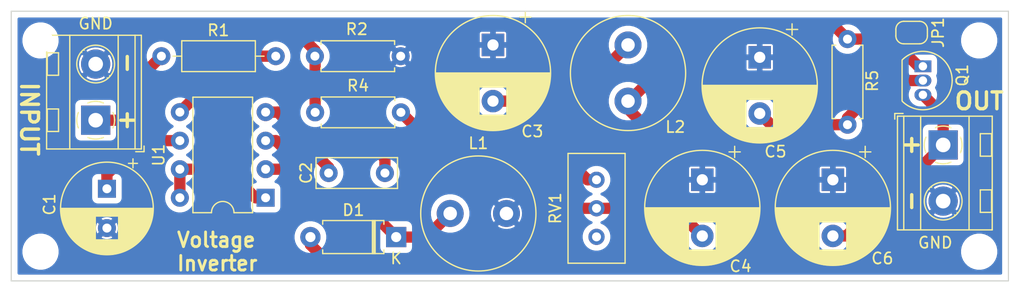
<source format=kicad_pcb>
(kicad_pcb (version 20171130) (host pcbnew "(5.1.12)-1")

  (general
    (thickness 1.6)
    (drawings 13)
    (tracks 87)
    (zones 0)
    (modules 23)
    (nets 13)
  )

  (page A4)
  (layers
    (0 F.Cu signal)
    (31 B.Cu signal)
    (32 B.Adhes user)
    (33 F.Adhes user)
    (34 B.Paste user)
    (35 F.Paste user)
    (36 B.SilkS user)
    (37 F.SilkS user)
    (38 B.Mask user)
    (39 F.Mask user)
    (40 Dwgs.User user)
    (41 Cmts.User user)
    (42 Eco1.User user)
    (43 Eco2.User user)
    (44 Edge.Cuts user)
    (45 Margin user)
    (46 B.CrtYd user)
    (47 F.CrtYd user)
    (48 B.Fab user)
    (49 F.Fab user)
  )

  (setup
    (last_trace_width 1)
    (trace_clearance 0.2)
    (zone_clearance 0.508)
    (zone_45_only yes)
    (trace_min 0.2)
    (via_size 0.8)
    (via_drill 0.4)
    (via_min_size 0.4)
    (via_min_drill 0.3)
    (uvia_size 0.3)
    (uvia_drill 0.1)
    (uvias_allowed no)
    (uvia_min_size 0.2)
    (uvia_min_drill 0.1)
    (edge_width 0.05)
    (segment_width 0.2)
    (pcb_text_width 0.3)
    (pcb_text_size 1.5 1.5)
    (mod_edge_width 0.12)
    (mod_text_size 1 1)
    (mod_text_width 0.15)
    (pad_size 1.524 1.524)
    (pad_drill 0.762)
    (pad_to_mask_clearance 0)
    (aux_axis_origin 0 0)
    (visible_elements 7FFFFFFF)
    (pcbplotparams
      (layerselection 0x010fc_ffffffff)
      (usegerberextensions false)
      (usegerberattributes true)
      (usegerberadvancedattributes true)
      (creategerberjobfile true)
      (excludeedgelayer true)
      (linewidth 0.100000)
      (plotframeref false)
      (viasonmask false)
      (mode 1)
      (useauxorigin false)
      (hpglpennumber 1)
      (hpglpenspeed 20)
      (hpglpendiameter 15.000000)
      (psnegative false)
      (psa4output false)
      (plotreference true)
      (plotvalue true)
      (plotinvisibletext false)
      (padsonsilk false)
      (subtractmaskfromsilk false)
      (outputformat 1)
      (mirror false)
      (drillshape 1)
      (scaleselection 1)
      (outputdirectory ""))
  )

  (net 0 "")
  (net 1 "Net-(C1-Pad1)")
  (net 2 GND)
  (net 3 "Net-(C2-Pad1)")
  (net 4 "Net-(R2-Pad2)")
  (net 5 "Net-(R4-Pad2)")
  (net 6 "Net-(D1-Pad1)")
  (net 7 "Net-(R1-Pad1)")
  (net 8 "Net-(C2-Pad2)")
  (net 9 "Net-(C3-Pad2)")
  (net 10 "Net-(C4-Pad2)")
  (net 11 "Net-(C5-Pad2)")
  (net 12 "Net-(C6-Pad2)")

  (net_class Default "This is the default net class."
    (clearance 0.2)
    (trace_width 1)
    (via_dia 0.8)
    (via_drill 0.4)
    (uvia_dia 0.3)
    (uvia_drill 0.1)
    (add_net GND)
    (add_net "Net-(C1-Pad1)")
    (add_net "Net-(C2-Pad1)")
    (add_net "Net-(C2-Pad2)")
    (add_net "Net-(C3-Pad2)")
    (add_net "Net-(C4-Pad2)")
    (add_net "Net-(C5-Pad2)")
    (add_net "Net-(C6-Pad2)")
    (add_net "Net-(D1-Pad1)")
    (add_net "Net-(R1-Pad1)")
    (add_net "Net-(R2-Pad2)")
    (add_net "Net-(R4-Pad2)")
  )

  (net_class PWR ""
    (clearance 0.2)
    (trace_width 1)
    (via_dia 0.8)
    (via_drill 0.4)
    (uvia_dia 0.3)
    (uvia_drill 0.1)
  )

  (module Capacitor_THT:C_Disc_D7.0mm_W2.5mm_P5.00mm (layer F.Cu) (tedit 5AE50EF0) (tstamp 6397B4E1)
    (at 73.2 73.4)
    (descr "C, Disc series, Radial, pin pitch=5.00mm, , diameter*width=7*2.5mm^2, Capacitor, http://cdn-reichelt.de/documents/datenblatt/B300/DS_KERKO_TC.pdf")
    (tags "C Disc series Radial pin pitch 5.00mm  diameter 7mm width 2.5mm Capacitor")
    (path /6396F307)
    (fp_text reference C2 (at -2 0 270) (layer F.SilkS)
      (effects (font (size 1 1) (thickness 0.15)))
    )
    (fp_text value 100p (at 2.5 2.5) (layer F.Fab)
      (effects (font (size 1 1) (thickness 0.15)))
    )
    (fp_line (start 6.25 -1.5) (end -1.25 -1.5) (layer F.CrtYd) (width 0.05))
    (fp_line (start 6.25 1.5) (end 6.25 -1.5) (layer F.CrtYd) (width 0.05))
    (fp_line (start -1.25 1.5) (end 6.25 1.5) (layer F.CrtYd) (width 0.05))
    (fp_line (start -1.25 -1.5) (end -1.25 1.5) (layer F.CrtYd) (width 0.05))
    (fp_line (start 6.12 -1.37) (end 6.12 1.37) (layer F.SilkS) (width 0.12))
    (fp_line (start -1.12 -1.37) (end -1.12 1.37) (layer F.SilkS) (width 0.12))
    (fp_line (start -1.12 1.37) (end 6.12 1.37) (layer F.SilkS) (width 0.12))
    (fp_line (start -1.12 -1.37) (end 6.12 -1.37) (layer F.SilkS) (width 0.12))
    (fp_line (start 6 -1.25) (end -1 -1.25) (layer F.Fab) (width 0.1))
    (fp_line (start 6 1.25) (end 6 -1.25) (layer F.Fab) (width 0.1))
    (fp_line (start -1 1.25) (end 6 1.25) (layer F.Fab) (width 0.1))
    (fp_line (start -1 -1.25) (end -1 1.25) (layer F.Fab) (width 0.1))
    (fp_text user %R (at 2.5 0) (layer F.Fab)
      (effects (font (size 1 1) (thickness 0.15)))
    )
    (pad 1 thru_hole circle (at 0 0) (size 1.6 1.6) (drill 0.8) (layers *.Cu *.Mask)
      (net 3 "Net-(C2-Pad1)"))
    (pad 2 thru_hole circle (at 5 0) (size 1.6 1.6) (drill 0.8) (layers *.Cu *.Mask)
      (net 8 "Net-(C2-Pad2)"))
    (model ${KISYS3DMOD}/Capacitor_THT.3dshapes/C_Disc_D7.0mm_W2.5mm_P5.00mm.wrl
      (at (xyz 0 0 0))
      (scale (xyz 1 1 1))
      (rotate (xyz 0 0 0))
    )
  )

  (module Diode_THT:D_A-405_P7.62mm_Horizontal (layer F.Cu) (tedit 5AE50CD5) (tstamp 6397B382)
    (at 79.2 79.1 180)
    (descr "Diode, A-405 series, Axial, Horizontal, pin pitch=7.62mm, , length*diameter=5.2*2.7mm^2, , http://www.diodes.com/_files/packages/A-405.pdf")
    (tags "Diode A-405 series Axial Horizontal pin pitch 7.62mm  length 5.2mm diameter 2.7mm")
    (path /639830CC)
    (fp_text reference D1 (at 3.8 2.4 180) (layer F.SilkS)
      (effects (font (size 1 1) (thickness 0.15)))
    )
    (fp_text value 1N5817 (at 3.81 2.47) (layer F.Fab)
      (effects (font (size 1 1) (thickness 0.15)))
    )
    (fp_line (start 8.77 -1.6) (end -1.15 -1.6) (layer F.CrtYd) (width 0.05))
    (fp_line (start 8.77 1.6) (end 8.77 -1.6) (layer F.CrtYd) (width 0.05))
    (fp_line (start -1.15 1.6) (end 8.77 1.6) (layer F.CrtYd) (width 0.05))
    (fp_line (start -1.15 -1.6) (end -1.15 1.6) (layer F.CrtYd) (width 0.05))
    (fp_line (start 1.87 -1.47) (end 1.87 1.47) (layer F.SilkS) (width 0.12))
    (fp_line (start 2.11 -1.47) (end 2.11 1.47) (layer F.SilkS) (width 0.12))
    (fp_line (start 1.99 -1.47) (end 1.99 1.47) (layer F.SilkS) (width 0.12))
    (fp_line (start 6.53 1.47) (end 6.53 1.14) (layer F.SilkS) (width 0.12))
    (fp_line (start 1.09 1.47) (end 6.53 1.47) (layer F.SilkS) (width 0.12))
    (fp_line (start 1.09 1.14) (end 1.09 1.47) (layer F.SilkS) (width 0.12))
    (fp_line (start 6.53 -1.47) (end 6.53 -1.14) (layer F.SilkS) (width 0.12))
    (fp_line (start 1.09 -1.47) (end 6.53 -1.47) (layer F.SilkS) (width 0.12))
    (fp_line (start 1.09 -1.14) (end 1.09 -1.47) (layer F.SilkS) (width 0.12))
    (fp_line (start 1.89 -1.35) (end 1.89 1.35) (layer F.Fab) (width 0.1))
    (fp_line (start 2.09 -1.35) (end 2.09 1.35) (layer F.Fab) (width 0.1))
    (fp_line (start 1.99 -1.35) (end 1.99 1.35) (layer F.Fab) (width 0.1))
    (fp_line (start 7.62 0) (end 6.41 0) (layer F.Fab) (width 0.1))
    (fp_line (start 0 0) (end 1.21 0) (layer F.Fab) (width 0.1))
    (fp_line (start 6.41 -1.35) (end 1.21 -1.35) (layer F.Fab) (width 0.1))
    (fp_line (start 6.41 1.35) (end 6.41 -1.35) (layer F.Fab) (width 0.1))
    (fp_line (start 1.21 1.35) (end 6.41 1.35) (layer F.Fab) (width 0.1))
    (fp_line (start 1.21 -1.35) (end 1.21 1.35) (layer F.Fab) (width 0.1))
    (fp_text user %R (at 4.2 0) (layer F.Fab)
      (effects (font (size 1 1) (thickness 0.15)))
    )
    (fp_text user K (at 0 -1.9) (layer F.Fab)
      (effects (font (size 1 1) (thickness 0.15)))
    )
    (fp_text user K (at 0 -1.9) (layer F.SilkS)
      (effects (font (size 1 1) (thickness 0.15)))
    )
    (pad 1 thru_hole rect (at 0 0 180) (size 1.8 1.8) (drill 0.9) (layers *.Cu *.Mask)
      (net 6 "Net-(D1-Pad1)"))
    (pad 2 thru_hole oval (at 7.62 0 180) (size 1.8 1.8) (drill 0.9) (layers *.Cu *.Mask)
      (net 9 "Net-(C3-Pad2)"))
    (model ${KISYS3DMOD}/Diode_THT.3dshapes/D_A-405_P7.62mm_Horizontal.wrl
      (at (xyz 0 0 0))
      (scale (xyz 1 1 1))
      (rotate (xyz 0 0 0))
    )
  )

  (module TerminalBlock_MetzConnect:TerminalBlock_MetzConnect_Type094_RT03502HBLU_1x02_P5.00mm_Horizontal locked (layer F.Cu) (tedit 5B294E9C) (tstamp 6397008F)
    (at 52.5 68.7 90)
    (descr "terminal block Metz Connect Type094_RT03502HBLU, 2 pins, pitch 5mm, size 10x8.3mm^2, drill diamater 1.3mm, pad diameter 2.6mm, see http://www.metz-connect.com/ru/system/files/productfiles/Data_sheet_310941_RT035xxHBLU_OFF-022742T.pdf, script-generated using https://github.com/pointhi/kicad-footprint-generator/scripts/TerminalBlock_MetzConnect")
    (tags "THT terminal block Metz Connect Type094_RT03502HBLU pitch 5mm size 10x8.3mm^2 drill 1.3mm pad 2.6mm")
    (path /63969B2D)
    (fp_text reference J1 (at 2.5 -2.6 90) (layer F.SilkS) hide
      (effects (font (size 1 1) (thickness 0.15)))
    )
    (fp_text value INPUT (at 2.5 5.06 90) (layer F.Fab)
      (effects (font (size 1 1) (thickness 0.15)))
    )
    (fp_circle (center 0 0) (end 1.5 0) (layer F.Fab) (width 0.1))
    (fp_circle (center 5 0) (end 6.5 0) (layer F.Fab) (width 0.1))
    (fp_circle (center 5 0) (end 6.68 0) (layer F.SilkS) (width 0.12))
    (fp_line (start -2.5 -4.3) (end 7.5 -4.3) (layer F.Fab) (width 0.1))
    (fp_line (start 7.5 -4.3) (end 7.5 4) (layer F.Fab) (width 0.1))
    (fp_line (start 7.5 4) (end -2 4) (layer F.Fab) (width 0.1))
    (fp_line (start -2 4) (end -2.5 3.5) (layer F.Fab) (width 0.1))
    (fp_line (start -2.5 3.5) (end -2.5 -4.3) (layer F.Fab) (width 0.1))
    (fp_line (start -2.5 3.5) (end 7.5 3.5) (layer F.Fab) (width 0.1))
    (fp_line (start -2.56 3.5) (end 7.56 3.5) (layer F.SilkS) (width 0.12))
    (fp_line (start -2.5 2) (end 7.5 2) (layer F.Fab) (width 0.1))
    (fp_line (start -2.56 2) (end 7.56 2) (layer F.SilkS) (width 0.12))
    (fp_line (start -2.5 -2.3) (end 7.5 -2.3) (layer F.Fab) (width 0.1))
    (fp_line (start -2.56 -2.301) (end 7.56 -2.301) (layer F.SilkS) (width 0.12))
    (fp_line (start -2.56 -4.36) (end 7.56 -4.36) (layer F.SilkS) (width 0.12))
    (fp_line (start -2.56 4.06) (end 7.56 4.06) (layer F.SilkS) (width 0.12))
    (fp_line (start -2.56 -4.36) (end -2.56 4.06) (layer F.SilkS) (width 0.12))
    (fp_line (start 7.56 -4.36) (end 7.56 4.06) (layer F.SilkS) (width 0.12))
    (fp_line (start 1.138 -0.955) (end -0.955 1.138) (layer F.Fab) (width 0.1))
    (fp_line (start 0.955 -1.138) (end -1.138 0.955) (layer F.Fab) (width 0.1))
    (fp_line (start -1 -4.3) (end -1 -3.3) (layer F.Fab) (width 0.1))
    (fp_line (start -1 -3.3) (end 1 -3.3) (layer F.Fab) (width 0.1))
    (fp_line (start 1 -3.3) (end 1 -4.3) (layer F.Fab) (width 0.1))
    (fp_line (start 1 -4.3) (end -1 -4.3) (layer F.Fab) (width 0.1))
    (fp_line (start -1 -4.3) (end 1 -4.3) (layer F.SilkS) (width 0.12))
    (fp_line (start -1 -3.3) (end 1 -3.3) (layer F.SilkS) (width 0.12))
    (fp_line (start -1 -4.3) (end -1 -3.3) (layer F.SilkS) (width 0.12))
    (fp_line (start 1 -4.3) (end 1 -3.3) (layer F.SilkS) (width 0.12))
    (fp_line (start 6.138 -0.955) (end 4.046 1.138) (layer F.Fab) (width 0.1))
    (fp_line (start 5.955 -1.138) (end 3.863 0.955) (layer F.Fab) (width 0.1))
    (fp_line (start 6.275 -1.069) (end 6.228 -1.023) (layer F.SilkS) (width 0.12))
    (fp_line (start 3.966 1.239) (end 3.931 1.274) (layer F.SilkS) (width 0.12))
    (fp_line (start 6.07 -1.275) (end 6.035 -1.239) (layer F.SilkS) (width 0.12))
    (fp_line (start 3.773 1.023) (end 3.726 1.069) (layer F.SilkS) (width 0.12))
    (fp_line (start 4 -4.3) (end 4 -3.3) (layer F.Fab) (width 0.1))
    (fp_line (start 4 -3.3) (end 6 -3.3) (layer F.Fab) (width 0.1))
    (fp_line (start 6 -3.3) (end 6 -4.3) (layer F.Fab) (width 0.1))
    (fp_line (start 6 -4.3) (end 4 -4.3) (layer F.Fab) (width 0.1))
    (fp_line (start 4 -4.3) (end 6 -4.3) (layer F.SilkS) (width 0.12))
    (fp_line (start 4 -3.3) (end 6 -3.3) (layer F.SilkS) (width 0.12))
    (fp_line (start 4 -4.3) (end 4 -3.3) (layer F.SilkS) (width 0.12))
    (fp_line (start 6 -4.3) (end 6 -3.3) (layer F.SilkS) (width 0.12))
    (fp_line (start -2.8 3.56) (end -2.8 4.3) (layer F.SilkS) (width 0.12))
    (fp_line (start -2.8 4.3) (end -2.3 4.3) (layer F.SilkS) (width 0.12))
    (fp_line (start -3 -4.81) (end -3 4.5) (layer F.CrtYd) (width 0.05))
    (fp_line (start -3 4.5) (end 8 4.5) (layer F.CrtYd) (width 0.05))
    (fp_line (start 8 4.5) (end 8 -4.81) (layer F.CrtYd) (width 0.05))
    (fp_line (start 8 -4.81) (end -3 -4.81) (layer F.CrtYd) (width 0.05))
    (fp_text user %R (at 2.5 2.75 90) (layer F.Fab) hide
      (effects (font (size 1 1) (thickness 0.15)))
    )
    (fp_arc (start 0 0) (end -0.684 1.535) (angle -25) (layer F.SilkS) (width 0.12))
    (fp_arc (start 0 0) (end -1.535 -0.684) (angle -48) (layer F.SilkS) (width 0.12))
    (fp_arc (start 0 0) (end 0.684 -1.535) (angle -48) (layer F.SilkS) (width 0.12))
    (fp_arc (start 0 0) (end 1.535 0.684) (angle -48) (layer F.SilkS) (width 0.12))
    (fp_arc (start 0 0) (end 0 1.68) (angle -24) (layer F.SilkS) (width 0.12))
    (pad 2 thru_hole circle (at 5 0 90) (size 2.6 2.6) (drill 1.3) (layers *.Cu *.Mask)
      (net 2 GND))
    (pad 1 thru_hole rect (at 0 0 90) (size 2.6 2.6) (drill 1.3) (layers *.Cu *.Mask)
      (net 1 "Net-(C1-Pad1)"))
    (model ${KISYS3DMOD}/TerminalBlock_MetzConnect.3dshapes/TerminalBlock_MetzConnect_Type094_RT03502HBLU_1x02_P5.00mm_Horizontal.wrl
      (at (xyz 0 0 0))
      (scale (xyz 1 1 1))
      (rotate (xyz 0 0 0))
    )
  )

  (module TerminalBlock_MetzConnect:TerminalBlock_MetzConnect_Type094_RT03502HBLU_1x02_P5.00mm_Horizontal (layer F.Cu) (tedit 5B294E9C) (tstamp 639700CB)
    (at 127.8 70.9 270)
    (descr "terminal block Metz Connect Type094_RT03502HBLU, 2 pins, pitch 5mm, size 10x8.3mm^2, drill diamater 1.3mm, pad diameter 2.6mm, see http://www.metz-connect.com/ru/system/files/productfiles/Data_sheet_310941_RT035xxHBLU_OFF-022742T.pdf, script-generated using https://github.com/pointhi/kicad-footprint-generator/scripts/TerminalBlock_MetzConnect")
    (tags "THT terminal block Metz Connect Type094_RT03502HBLU pitch 5mm size 10x8.3mm^2 drill 1.3mm pad 2.6mm")
    (path /6396B029)
    (fp_text reference J2 (at 2.8 -1.5 90) (layer F.SilkS) hide
      (effects (font (size 1 1) (thickness 0.15)))
    )
    (fp_text value OUTPUT (at 2.5 5.06 90) (layer F.Fab)
      (effects (font (size 1 1) (thickness 0.15)))
    )
    (fp_line (start 8 -4.81) (end -3 -4.81) (layer F.CrtYd) (width 0.05))
    (fp_line (start 8 4.5) (end 8 -4.81) (layer F.CrtYd) (width 0.05))
    (fp_line (start -3 4.5) (end 8 4.5) (layer F.CrtYd) (width 0.05))
    (fp_line (start -3 -4.81) (end -3 4.5) (layer F.CrtYd) (width 0.05))
    (fp_line (start -2.8 4.3) (end -2.3 4.3) (layer F.SilkS) (width 0.12))
    (fp_line (start -2.8 3.56) (end -2.8 4.3) (layer F.SilkS) (width 0.12))
    (fp_line (start 6 -4.3) (end 6 -3.3) (layer F.SilkS) (width 0.12))
    (fp_line (start 4 -4.3) (end 4 -3.3) (layer F.SilkS) (width 0.12))
    (fp_line (start 4 -3.3) (end 6 -3.3) (layer F.SilkS) (width 0.12))
    (fp_line (start 4 -4.3) (end 6 -4.3) (layer F.SilkS) (width 0.12))
    (fp_line (start 6 -4.3) (end 4 -4.3) (layer F.Fab) (width 0.1))
    (fp_line (start 6 -3.3) (end 6 -4.3) (layer F.Fab) (width 0.1))
    (fp_line (start 4 -3.3) (end 6 -3.3) (layer F.Fab) (width 0.1))
    (fp_line (start 4 -4.3) (end 4 -3.3) (layer F.Fab) (width 0.1))
    (fp_line (start 3.773 1.023) (end 3.726 1.069) (layer F.SilkS) (width 0.12))
    (fp_line (start 6.07 -1.275) (end 6.035 -1.239) (layer F.SilkS) (width 0.12))
    (fp_line (start 3.966 1.239) (end 3.931 1.274) (layer F.SilkS) (width 0.12))
    (fp_line (start 6.275 -1.069) (end 6.228 -1.023) (layer F.SilkS) (width 0.12))
    (fp_line (start 5.955 -1.138) (end 3.863 0.955) (layer F.Fab) (width 0.1))
    (fp_line (start 6.138 -0.955) (end 4.046 1.138) (layer F.Fab) (width 0.1))
    (fp_line (start 1 -4.3) (end 1 -3.3) (layer F.SilkS) (width 0.12))
    (fp_line (start -1 -4.3) (end -1 -3.3) (layer F.SilkS) (width 0.12))
    (fp_line (start -1 -3.3) (end 1 -3.3) (layer F.SilkS) (width 0.12))
    (fp_line (start -1 -4.3) (end 1 -4.3) (layer F.SilkS) (width 0.12))
    (fp_line (start 1 -4.3) (end -1 -4.3) (layer F.Fab) (width 0.1))
    (fp_line (start 1 -3.3) (end 1 -4.3) (layer F.Fab) (width 0.1))
    (fp_line (start -1 -3.3) (end 1 -3.3) (layer F.Fab) (width 0.1))
    (fp_line (start -1 -4.3) (end -1 -3.3) (layer F.Fab) (width 0.1))
    (fp_line (start 0.955 -1.138) (end -1.138 0.955) (layer F.Fab) (width 0.1))
    (fp_line (start 1.138 -0.955) (end -0.955 1.138) (layer F.Fab) (width 0.1))
    (fp_line (start 7.56 -4.36) (end 7.56 4.06) (layer F.SilkS) (width 0.12))
    (fp_line (start -2.56 -4.36) (end -2.56 4.06) (layer F.SilkS) (width 0.12))
    (fp_line (start -2.56 4.06) (end 7.56 4.06) (layer F.SilkS) (width 0.12))
    (fp_line (start -2.56 -4.36) (end 7.56 -4.36) (layer F.SilkS) (width 0.12))
    (fp_line (start -2.56 -2.301) (end 7.56 -2.301) (layer F.SilkS) (width 0.12))
    (fp_line (start -2.5 -2.3) (end 7.5 -2.3) (layer F.Fab) (width 0.1))
    (fp_line (start -2.56 2) (end 7.56 2) (layer F.SilkS) (width 0.12))
    (fp_line (start -2.5 2) (end 7.5 2) (layer F.Fab) (width 0.1))
    (fp_line (start -2.56 3.5) (end 7.56 3.5) (layer F.SilkS) (width 0.12))
    (fp_line (start -2.5 3.5) (end 7.5 3.5) (layer F.Fab) (width 0.1))
    (fp_line (start -2.5 3.5) (end -2.5 -4.3) (layer F.Fab) (width 0.1))
    (fp_line (start -2 4) (end -2.5 3.5) (layer F.Fab) (width 0.1))
    (fp_line (start 7.5 4) (end -2 4) (layer F.Fab) (width 0.1))
    (fp_line (start 7.5 -4.3) (end 7.5 4) (layer F.Fab) (width 0.1))
    (fp_line (start -2.5 -4.3) (end 7.5 -4.3) (layer F.Fab) (width 0.1))
    (fp_circle (center 5 0) (end 6.68 0) (layer F.SilkS) (width 0.12))
    (fp_circle (center 5 0) (end 6.5 0) (layer F.Fab) (width 0.1))
    (fp_circle (center 0 0) (end 1.5 0) (layer F.Fab) (width 0.1))
    (fp_arc (start 0 0) (end 0 1.68) (angle -24) (layer F.SilkS) (width 0.12))
    (fp_arc (start 0 0) (end 1.535 0.684) (angle -48) (layer F.SilkS) (width 0.12))
    (fp_arc (start 0 0) (end 0.684 -1.535) (angle -48) (layer F.SilkS) (width 0.12))
    (fp_arc (start 0 0) (end -1.535 -0.684) (angle -48) (layer F.SilkS) (width 0.12))
    (fp_arc (start 0 0) (end -0.684 1.535) (angle -25) (layer F.SilkS) (width 0.12))
    (fp_text user %R (at 2.5 2.75 90) (layer F.Fab) hide
      (effects (font (size 1 1) (thickness 0.15)))
    )
    (pad 1 thru_hole rect (at 0 0 270) (size 2.6 2.6) (drill 1.3) (layers *.Cu *.Mask)
      (net 12 "Net-(C6-Pad2)"))
    (pad 2 thru_hole circle (at 5 0 270) (size 2.6 2.6) (drill 1.3) (layers *.Cu *.Mask)
      (net 2 GND))
    (model ${KISYS3DMOD}/TerminalBlock_MetzConnect.3dshapes/TerminalBlock_MetzConnect_Type094_RT03502HBLU_1x02_P5.00mm_Horizontal.wrl
      (at (xyz 0 0 0))
      (scale (xyz 1 1 1))
      (rotate (xyz 0 0 0))
    )
  )

  (module Jumper:SolderJumper-2_P1.3mm_Open_RoundedPad1.0x1.5mm (layer F.Cu) (tedit 5B391E66) (tstamp 639700DD)
    (at 125 60.9)
    (descr "SMD Solder Jumper, 1x1.5mm, rounded Pads, 0.3mm gap, open")
    (tags "solder jumper open")
    (path /639B998C)
    (attr virtual)
    (fp_text reference JP1 (at 2.35 0 90) (layer F.SilkS)
      (effects (font (size 1 1) (thickness 0.15)))
    )
    (fp_text value Jumper (at 0 1.9) (layer F.Fab)
      (effects (font (size 1 1) (thickness 0.15)))
    )
    (fp_line (start 1.65 1.25) (end -1.65 1.25) (layer F.CrtYd) (width 0.05))
    (fp_line (start 1.65 1.25) (end 1.65 -1.25) (layer F.CrtYd) (width 0.05))
    (fp_line (start -1.65 -1.25) (end -1.65 1.25) (layer F.CrtYd) (width 0.05))
    (fp_line (start -1.65 -1.25) (end 1.65 -1.25) (layer F.CrtYd) (width 0.05))
    (fp_line (start -0.7 -1) (end 0.7 -1) (layer F.SilkS) (width 0.12))
    (fp_line (start 1.4 -0.3) (end 1.4 0.3) (layer F.SilkS) (width 0.12))
    (fp_line (start 0.7 1) (end -0.7 1) (layer F.SilkS) (width 0.12))
    (fp_line (start -1.4 0.3) (end -1.4 -0.3) (layer F.SilkS) (width 0.12))
    (fp_arc (start 0.7 -0.3) (end 1.4 -0.3) (angle -90) (layer F.SilkS) (width 0.12))
    (fp_arc (start 0.7 0.3) (end 0.7 1) (angle -90) (layer F.SilkS) (width 0.12))
    (fp_arc (start -0.7 0.3) (end -1.4 0.3) (angle -90) (layer F.SilkS) (width 0.12))
    (fp_arc (start -0.7 -0.3) (end -0.7 -1) (angle -90) (layer F.SilkS) (width 0.12))
    (pad 1 smd custom (at -0.65 0) (size 1 0.5) (layers F.Cu F.Mask)
      (net 10 "Net-(C4-Pad2)") (zone_connect 2)
      (options (clearance outline) (anchor rect))
      (primitives
        (gr_circle (center 0 0.25) (end 0.5 0.25) (width 0))
        (gr_circle (center 0 -0.25) (end 0.5 -0.25) (width 0))
        (gr_poly (pts
           (xy 0 -0.75) (xy 0.5 -0.75) (xy 0.5 0.75) (xy 0 0.75)) (width 0))
      ))
    (pad 2 smd custom (at 0.65 0) (size 1 0.5) (layers F.Cu F.Mask)
      (net 12 "Net-(C6-Pad2)") (zone_connect 2)
      (options (clearance outline) (anchor rect))
      (primitives
        (gr_circle (center 0 0.25) (end 0.5 0.25) (width 0))
        (gr_circle (center 0 -0.25) (end 0.5 -0.25) (width 0))
        (gr_poly (pts
           (xy 0 -0.75) (xy -0.5 -0.75) (xy -0.5 0.75) (xy 0 0.75)) (width 0))
      ))
  )

  (module Inductor_THT:L_Radial_D10.0mm_P5.00mm_Neosid_SD12k_style3 (layer F.Cu) (tedit 5AE59B06) (tstamp 639700E7)
    (at 84 77)
    (descr "Inductor, Radial series, Radial, pin pitch=5.00mm, , diameter=10.0mm, Neosid, SD12k, style3, http://www.neosid.de/produktblaetter/neosid_Festinduktivitaet_Sd12k.pdf")
    (tags "Inductor Radial series Radial pin pitch 5.00mm  diameter 10.0mm Neosid SD12k style3")
    (path /63978589)
    (fp_text reference L1 (at 2.5 -6.25) (layer F.SilkS)
      (effects (font (size 1 1) (thickness 0.15)))
    )
    (fp_text value 10u (at 2.5 6.25) (layer F.Fab)
      (effects (font (size 1 1) (thickness 0.15)))
    )
    (fp_circle (center 2.5 0) (end 7.75 0) (layer F.CrtYd) (width 0.05))
    (fp_circle (center 2.5 0) (end 7.62 0) (layer F.SilkS) (width 0.12))
    (fp_circle (center 2.5 0) (end 7.5 0) (layer F.Fab) (width 0.1))
    (fp_text user %R (at 2.5 0) (layer F.Fab)
      (effects (font (size 1 1) (thickness 0.15)))
    )
    (pad 1 thru_hole circle (at 0 0) (size 2.4 2.4) (drill 1.2) (layers *.Cu *.Mask)
      (net 6 "Net-(D1-Pad1)"))
    (pad 2 thru_hole circle (at 5 0) (size 2.4 2.4) (drill 1.2) (layers *.Cu *.Mask)
      (net 2 GND))
    (model ${KISYS3DMOD}/Inductor_THT.3dshapes/L_Radial_D10.0mm_P5.00mm_Neosid_SD12k_style3.wrl
      (at (xyz 0 0 0))
      (scale (xyz 1 1 1))
      (rotate (xyz 0 0 0))
    )
  )

  (module Inductor_THT:L_Radial_D10.0mm_P5.00mm_Neosid_SD12k_style3 (layer F.Cu) (tedit 5AE59B06) (tstamp 639700F1)
    (at 99.8 62 270)
    (descr "Inductor, Radial series, Radial, pin pitch=5.00mm, , diameter=10.0mm, Neosid, SD12k, style3, http://www.neosid.de/produktblaetter/neosid_Festinduktivitaet_Sd12k.pdf")
    (tags "Inductor Radial series Radial pin pitch 5.00mm  diameter 10.0mm Neosid SD12k style3")
    (path /63993CD8)
    (fp_text reference L2 (at 7.3 -4.2 180) (layer F.SilkS)
      (effects (font (size 1 1) (thickness 0.15)))
    )
    (fp_text value 5m (at 2.5 6.25 90) (layer F.Fab)
      (effects (font (size 1 1) (thickness 0.15)))
    )
    (fp_circle (center 2.5 0) (end 7.5 0) (layer F.Fab) (width 0.1))
    (fp_circle (center 2.5 0) (end 7.62 0) (layer F.SilkS) (width 0.12))
    (fp_circle (center 2.5 0) (end 7.75 0) (layer F.CrtYd) (width 0.05))
    (fp_text user %R (at 2.5 0 90) (layer F.Fab)
      (effects (font (size 1 1) (thickness 0.15)))
    )
    (pad 2 thru_hole circle (at 5 0 270) (size 2.4 2.4) (drill 1.2) (layers *.Cu *.Mask)
      (net 10 "Net-(C4-Pad2)"))
    (pad 1 thru_hole circle (at 0 0 270) (size 2.4 2.4) (drill 1.2) (layers *.Cu *.Mask)
      (net 9 "Net-(C3-Pad2)"))
    (model ${KISYS3DMOD}/Inductor_THT.3dshapes/L_Radial_D10.0mm_P5.00mm_Neosid_SD12k_style3.wrl
      (at (xyz 0 0 0))
      (scale (xyz 1 1 1))
      (rotate (xyz 0 0 0))
    )
  )

  (module Resistor_THT:R_Axial_DIN0207_L6.3mm_D2.5mm_P10.16mm_Horizontal (layer F.Cu) (tedit 5AE5139B) (tstamp 639792BA)
    (at 68.5 63 180)
    (descr "Resistor, Axial_DIN0207 series, Axial, Horizontal, pin pitch=10.16mm, 0.25W = 1/4W, length*diameter=6.3*2.5mm^2, http://cdn-reichelt.de/documents/datenblatt/B400/1_4W%23YAG.pdf")
    (tags "Resistor Axial_DIN0207 series Axial Horizontal pin pitch 10.16mm 0.25W = 1/4W length 6.3mm diameter 2.5mm")
    (path /639750E9)
    (fp_text reference R1 (at 5.1 2.3) (layer F.SilkS)
      (effects (font (size 1 1) (thickness 0.15)))
    )
    (fp_text value 0.1 (at 5.08 2.37) (layer F.Fab)
      (effects (font (size 1 1) (thickness 0.15)))
    )
    (fp_line (start 11.21 -1.5) (end -1.05 -1.5) (layer F.CrtYd) (width 0.05))
    (fp_line (start 11.21 1.5) (end 11.21 -1.5) (layer F.CrtYd) (width 0.05))
    (fp_line (start -1.05 1.5) (end 11.21 1.5) (layer F.CrtYd) (width 0.05))
    (fp_line (start -1.05 -1.5) (end -1.05 1.5) (layer F.CrtYd) (width 0.05))
    (fp_line (start 9.12 0) (end 8.35 0) (layer F.SilkS) (width 0.12))
    (fp_line (start 1.04 0) (end 1.81 0) (layer F.SilkS) (width 0.12))
    (fp_line (start 8.35 -1.37) (end 1.81 -1.37) (layer F.SilkS) (width 0.12))
    (fp_line (start 8.35 1.37) (end 8.35 -1.37) (layer F.SilkS) (width 0.12))
    (fp_line (start 1.81 1.37) (end 8.35 1.37) (layer F.SilkS) (width 0.12))
    (fp_line (start 1.81 -1.37) (end 1.81 1.37) (layer F.SilkS) (width 0.12))
    (fp_line (start 10.16 0) (end 8.23 0) (layer F.Fab) (width 0.1))
    (fp_line (start 0 0) (end 1.93 0) (layer F.Fab) (width 0.1))
    (fp_line (start 8.23 -1.25) (end 1.93 -1.25) (layer F.Fab) (width 0.1))
    (fp_line (start 8.23 1.25) (end 8.23 -1.25) (layer F.Fab) (width 0.1))
    (fp_line (start 1.93 1.25) (end 8.23 1.25) (layer F.Fab) (width 0.1))
    (fp_line (start 1.93 -1.25) (end 1.93 1.25) (layer F.Fab) (width 0.1))
    (fp_text user %R (at 5.08 0) (layer F.Fab)
      (effects (font (size 1 1) (thickness 0.15)))
    )
    (pad 1 thru_hole circle (at 0 0 180) (size 1.6 1.6) (drill 0.8) (layers *.Cu *.Mask)
      (net 7 "Net-(R1-Pad1)"))
    (pad 2 thru_hole oval (at 10.16 0 180) (size 1.6 1.6) (drill 0.8) (layers *.Cu *.Mask)
      (net 1 "Net-(C1-Pad1)"))
    (model ${KISYS3DMOD}/Resistor_THT.3dshapes/R_Axial_DIN0207_L6.3mm_D2.5mm_P10.16mm_Horizontal.wrl
      (at (xyz 0 0 0))
      (scale (xyz 1 1 1))
      (rotate (xyz 0 0 0))
    )
  )

  (module Resistor_THT:R_Axial_DIN0207_L6.3mm_D2.5mm_P7.62mm_Horizontal (layer F.Cu) (tedit 5AE5139B) (tstamp 63975F12)
    (at 79.6 63 180)
    (descr "Resistor, Axial_DIN0207 series, Axial, Horizontal, pin pitch=7.62mm, 0.25W = 1/4W, length*diameter=6.3*2.5mm^2, http://cdn-reichelt.de/documents/datenblatt/B400/1_4W%23YAG.pdf")
    (tags "Resistor Axial_DIN0207 series Axial Horizontal pin pitch 7.62mm 0.25W = 1/4W length 6.3mm diameter 2.5mm")
    (path /63985665)
    (fp_text reference R2 (at 3.9 2.4) (layer F.SilkS)
      (effects (font (size 1 1) (thickness 0.15)))
    )
    (fp_text value 2K2 (at 3.81 2.37) (layer F.Fab)
      (effects (font (size 1 1) (thickness 0.15)))
    )
    (fp_line (start 8.67 -1.5) (end -1.05 -1.5) (layer F.CrtYd) (width 0.05))
    (fp_line (start 8.67 1.5) (end 8.67 -1.5) (layer F.CrtYd) (width 0.05))
    (fp_line (start -1.05 1.5) (end 8.67 1.5) (layer F.CrtYd) (width 0.05))
    (fp_line (start -1.05 -1.5) (end -1.05 1.5) (layer F.CrtYd) (width 0.05))
    (fp_line (start 7.08 1.37) (end 7.08 1.04) (layer F.SilkS) (width 0.12))
    (fp_line (start 0.54 1.37) (end 7.08 1.37) (layer F.SilkS) (width 0.12))
    (fp_line (start 0.54 1.04) (end 0.54 1.37) (layer F.SilkS) (width 0.12))
    (fp_line (start 7.08 -1.37) (end 7.08 -1.04) (layer F.SilkS) (width 0.12))
    (fp_line (start 0.54 -1.37) (end 7.08 -1.37) (layer F.SilkS) (width 0.12))
    (fp_line (start 0.54 -1.04) (end 0.54 -1.37) (layer F.SilkS) (width 0.12))
    (fp_line (start 7.62 0) (end 6.96 0) (layer F.Fab) (width 0.1))
    (fp_line (start 0 0) (end 0.66 0) (layer F.Fab) (width 0.1))
    (fp_line (start 6.96 -1.25) (end 0.66 -1.25) (layer F.Fab) (width 0.1))
    (fp_line (start 6.96 1.25) (end 6.96 -1.25) (layer F.Fab) (width 0.1))
    (fp_line (start 0.66 1.25) (end 6.96 1.25) (layer F.Fab) (width 0.1))
    (fp_line (start 0.66 -1.25) (end 0.66 1.25) (layer F.Fab) (width 0.1))
    (fp_text user %R (at 3.81 0) (layer F.Fab)
      (effects (font (size 1 1) (thickness 0.15)))
    )
    (pad 1 thru_hole circle (at 0 0 180) (size 1.6 1.6) (drill 0.8) (layers *.Cu *.Mask)
      (net 2 GND))
    (pad 2 thru_hole oval (at 7.62 0 180) (size 1.6 1.6) (drill 0.8) (layers *.Cu *.Mask)
      (net 4 "Net-(R2-Pad2)"))
    (model ${KISYS3DMOD}/Resistor_THT.3dshapes/R_Axial_DIN0207_L6.3mm_D2.5mm_P7.62mm_Horizontal.wrl
      (at (xyz 0 0 0))
      (scale (xyz 1 1 1))
      (rotate (xyz 0 0 0))
    )
  )

  (module Resistor_THT:R_Axial_DIN0207_L6.3mm_D2.5mm_P7.62mm_Horizontal (layer F.Cu) (tedit 5AE5139B) (tstamp 6397015F)
    (at 72 68)
    (descr "Resistor, Axial_DIN0207 series, Axial, Horizontal, pin pitch=7.62mm, 0.25W = 1/4W, length*diameter=6.3*2.5mm^2, http://cdn-reichelt.de/documents/datenblatt/B400/1_4W%23YAG.pdf")
    (tags "Resistor Axial_DIN0207 series Axial Horizontal pin pitch 7.62mm 0.25W = 1/4W length 6.3mm diameter 2.5mm")
    (path /63985AC5)
    (fp_text reference R4 (at 3.81 -2.37) (layer F.SilkS)
      (effects (font (size 1 1) (thickness 0.15)))
    )
    (fp_text value 6K8 (at 3.81 2.37) (layer F.Fab)
      (effects (font (size 1 1) (thickness 0.15)))
    )
    (fp_line (start 8.67 -1.5) (end -1.05 -1.5) (layer F.CrtYd) (width 0.05))
    (fp_line (start 8.67 1.5) (end 8.67 -1.5) (layer F.CrtYd) (width 0.05))
    (fp_line (start -1.05 1.5) (end 8.67 1.5) (layer F.CrtYd) (width 0.05))
    (fp_line (start -1.05 -1.5) (end -1.05 1.5) (layer F.CrtYd) (width 0.05))
    (fp_line (start 7.08 1.37) (end 7.08 1.04) (layer F.SilkS) (width 0.12))
    (fp_line (start 0.54 1.37) (end 7.08 1.37) (layer F.SilkS) (width 0.12))
    (fp_line (start 0.54 1.04) (end 0.54 1.37) (layer F.SilkS) (width 0.12))
    (fp_line (start 7.08 -1.37) (end 7.08 -1.04) (layer F.SilkS) (width 0.12))
    (fp_line (start 0.54 -1.37) (end 7.08 -1.37) (layer F.SilkS) (width 0.12))
    (fp_line (start 0.54 -1.04) (end 0.54 -1.37) (layer F.SilkS) (width 0.12))
    (fp_line (start 7.62 0) (end 6.96 0) (layer F.Fab) (width 0.1))
    (fp_line (start 0 0) (end 0.66 0) (layer F.Fab) (width 0.1))
    (fp_line (start 6.96 -1.25) (end 0.66 -1.25) (layer F.Fab) (width 0.1))
    (fp_line (start 6.96 1.25) (end 6.96 -1.25) (layer F.Fab) (width 0.1))
    (fp_line (start 0.66 1.25) (end 6.96 1.25) (layer F.Fab) (width 0.1))
    (fp_line (start 0.66 -1.25) (end 0.66 1.25) (layer F.Fab) (width 0.1))
    (fp_text user %R (at 3.81 0) (layer F.Fab)
      (effects (font (size 1 1) (thickness 0.15)))
    )
    (pad 1 thru_hole circle (at 0 0) (size 1.6 1.6) (drill 0.8) (layers *.Cu *.Mask)
      (net 4 "Net-(R2-Pad2)"))
    (pad 2 thru_hole oval (at 7.62 0) (size 1.6 1.6) (drill 0.8) (layers *.Cu *.Mask)
      (net 5 "Net-(R4-Pad2)"))
    (model ${KISYS3DMOD}/Resistor_THT.3dshapes/R_Axial_DIN0207_L6.3mm_D2.5mm_P7.62mm_Horizontal.wrl
      (at (xyz 0 0 0))
      (scale (xyz 1 1 1))
      (rotate (xyz 0 0 0))
    )
  )

  (module Resistor_THT:R_Axial_DIN0207_L6.3mm_D2.5mm_P7.62mm_Horizontal (layer F.Cu) (tedit 5AE5139B) (tstamp 63970176)
    (at 119.3 69.1 90)
    (descr "Resistor, Axial_DIN0207 series, Axial, Horizontal, pin pitch=7.62mm, 0.25W = 1/4W, length*diameter=6.3*2.5mm^2, http://cdn-reichelt.de/documents/datenblatt/B400/1_4W%23YAG.pdf")
    (tags "Resistor Axial_DIN0207 series Axial Horizontal pin pitch 7.62mm 0.25W = 1/4W length 6.3mm diameter 2.5mm")
    (path /639A2AC1)
    (fp_text reference R5 (at 3.9 2.2 90) (layer F.SilkS)
      (effects (font (size 1 1) (thickness 0.15)))
    )
    (fp_text value 100 (at 3.81 2.37 90) (layer F.Fab)
      (effects (font (size 1 1) (thickness 0.15)))
    )
    (fp_line (start 0.66 -1.25) (end 0.66 1.25) (layer F.Fab) (width 0.1))
    (fp_line (start 0.66 1.25) (end 6.96 1.25) (layer F.Fab) (width 0.1))
    (fp_line (start 6.96 1.25) (end 6.96 -1.25) (layer F.Fab) (width 0.1))
    (fp_line (start 6.96 -1.25) (end 0.66 -1.25) (layer F.Fab) (width 0.1))
    (fp_line (start 0 0) (end 0.66 0) (layer F.Fab) (width 0.1))
    (fp_line (start 7.62 0) (end 6.96 0) (layer F.Fab) (width 0.1))
    (fp_line (start 0.54 -1.04) (end 0.54 -1.37) (layer F.SilkS) (width 0.12))
    (fp_line (start 0.54 -1.37) (end 7.08 -1.37) (layer F.SilkS) (width 0.12))
    (fp_line (start 7.08 -1.37) (end 7.08 -1.04) (layer F.SilkS) (width 0.12))
    (fp_line (start 0.54 1.04) (end 0.54 1.37) (layer F.SilkS) (width 0.12))
    (fp_line (start 0.54 1.37) (end 7.08 1.37) (layer F.SilkS) (width 0.12))
    (fp_line (start 7.08 1.37) (end 7.08 1.04) (layer F.SilkS) (width 0.12))
    (fp_line (start -1.05 -1.5) (end -1.05 1.5) (layer F.CrtYd) (width 0.05))
    (fp_line (start -1.05 1.5) (end 8.67 1.5) (layer F.CrtYd) (width 0.05))
    (fp_line (start 8.67 1.5) (end 8.67 -1.5) (layer F.CrtYd) (width 0.05))
    (fp_line (start 8.67 -1.5) (end -1.05 -1.5) (layer F.CrtYd) (width 0.05))
    (fp_text user %R (at 3.81 0 90) (layer F.Fab)
      (effects (font (size 1 1) (thickness 0.15)))
    )
    (pad 2 thru_hole oval (at 7.62 0 90) (size 1.6 1.6) (drill 0.8) (layers *.Cu *.Mask)
      (net 10 "Net-(C4-Pad2)"))
    (pad 1 thru_hole circle (at 0 0 90) (size 1.6 1.6) (drill 0.8) (layers *.Cu *.Mask)
      (net 11 "Net-(C5-Pad2)"))
    (model ${KISYS3DMOD}/Resistor_THT.3dshapes/R_Axial_DIN0207_L6.3mm_D2.5mm_P7.62mm_Horizontal.wrl
      (at (xyz 0 0 0))
      (scale (xyz 1 1 1))
      (rotate (xyz 0 0 0))
    )
  )

  (module Potentiometer_THT:Potentiometer_Bourns_3296W_Vertical (layer F.Cu) (tedit 5A3D4994) (tstamp 6397018D)
    (at 97 74 90)
    (descr "Potentiometer, vertical, Bourns 3296W, https://www.bourns.com/pdfs/3296.pdf")
    (tags "Potentiometer vertical Bourns 3296W")
    (path /63987901)
    (fp_text reference RV1 (at -2.54 -3.66 90) (layer F.SilkS)
      (effects (font (size 1 1) (thickness 0.15)))
    )
    (fp_text value 25K (at -2.54 3.67 90) (layer F.Fab)
      (effects (font (size 1 1) (thickness 0.15)))
    )
    (fp_line (start 2.5 -2.7) (end -7.6 -2.7) (layer F.CrtYd) (width 0.05))
    (fp_line (start 2.5 2.7) (end 2.5 -2.7) (layer F.CrtYd) (width 0.05))
    (fp_line (start -7.6 2.7) (end 2.5 2.7) (layer F.CrtYd) (width 0.05))
    (fp_line (start -7.6 -2.7) (end -7.6 2.7) (layer F.CrtYd) (width 0.05))
    (fp_line (start 2.345 -2.53) (end 2.345 2.54) (layer F.SilkS) (width 0.12))
    (fp_line (start -7.425 -2.53) (end -7.425 2.54) (layer F.SilkS) (width 0.12))
    (fp_line (start -7.425 2.54) (end 2.345 2.54) (layer F.SilkS) (width 0.12))
    (fp_line (start -7.425 -2.53) (end 2.345 -2.53) (layer F.SilkS) (width 0.12))
    (fp_line (start 0.955 2.235) (end 0.956 0.066) (layer F.Fab) (width 0.1))
    (fp_line (start 0.955 2.235) (end 0.956 0.066) (layer F.Fab) (width 0.1))
    (fp_line (start 2.225 -2.41) (end -7.305 -2.41) (layer F.Fab) (width 0.1))
    (fp_line (start 2.225 2.42) (end 2.225 -2.41) (layer F.Fab) (width 0.1))
    (fp_line (start -7.305 2.42) (end 2.225 2.42) (layer F.Fab) (width 0.1))
    (fp_line (start -7.305 -2.41) (end -7.305 2.42) (layer F.Fab) (width 0.1))
    (fp_circle (center 0.955 1.15) (end 2.05 1.15) (layer F.Fab) (width 0.1))
    (fp_text user %R (at -3.175 0.005 90) (layer F.Fab)
      (effects (font (size 1 1) (thickness 0.15)))
    )
    (pad 1 thru_hole circle (at 0 0 90) (size 1.44 1.44) (drill 0.8) (layers *.Cu *.Mask)
      (net 5 "Net-(R4-Pad2)"))
    (pad 2 thru_hole circle (at -2.54 0 90) (size 1.44 1.44) (drill 0.8) (layers *.Cu *.Mask)
      (net 9 "Net-(C3-Pad2)"))
    (pad 3 thru_hole circle (at -5.08 0 90) (size 1.44 1.44) (drill 0.8) (layers *.Cu *.Mask))
    (model ${KISYS3DMOD}/Potentiometer_THT.3dshapes/Potentiometer_Bourns_3296W_Vertical.wrl
      (at (xyz 0 0 0))
      (scale (xyz 1 1 1))
      (rotate (xyz 0 0 0))
    )
  )

  (module Package_DIP:DIP-8_W7.62mm (layer F.Cu) (tedit 5A02E8C5) (tstamp 63973A9F)
    (at 67.6 75.6 180)
    (descr "8-lead though-hole mounted DIP package, row spacing 7.62 mm (300 mils)")
    (tags "THT DIP DIL PDIP 2.54mm 7.62mm 300mil")
    (path /6396888C)
    (fp_text reference U1 (at 9.5 3.8 90) (layer F.SilkS)
      (effects (font (size 1 1) (thickness 0.15)))
    )
    (fp_text value MC34063AP (at 3.81 9.95) (layer F.Fab)
      (effects (font (size 1 1) (thickness 0.15)))
    )
    (fp_line (start 8.7 -1.55) (end -1.1 -1.55) (layer F.CrtYd) (width 0.05))
    (fp_line (start 8.7 9.15) (end 8.7 -1.55) (layer F.CrtYd) (width 0.05))
    (fp_line (start -1.1 9.15) (end 8.7 9.15) (layer F.CrtYd) (width 0.05))
    (fp_line (start -1.1 -1.55) (end -1.1 9.15) (layer F.CrtYd) (width 0.05))
    (fp_line (start 6.46 -1.33) (end 4.81 -1.33) (layer F.SilkS) (width 0.12))
    (fp_line (start 6.46 8.95) (end 6.46 -1.33) (layer F.SilkS) (width 0.12))
    (fp_line (start 1.16 8.95) (end 6.46 8.95) (layer F.SilkS) (width 0.12))
    (fp_line (start 1.16 -1.33) (end 1.16 8.95) (layer F.SilkS) (width 0.12))
    (fp_line (start 2.81 -1.33) (end 1.16 -1.33) (layer F.SilkS) (width 0.12))
    (fp_line (start 0.635 -0.27) (end 1.635 -1.27) (layer F.Fab) (width 0.1))
    (fp_line (start 0.635 8.89) (end 0.635 -0.27) (layer F.Fab) (width 0.1))
    (fp_line (start 6.985 8.89) (end 0.635 8.89) (layer F.Fab) (width 0.1))
    (fp_line (start 6.985 -1.27) (end 6.985 8.89) (layer F.Fab) (width 0.1))
    (fp_line (start 1.635 -1.27) (end 6.985 -1.27) (layer F.Fab) (width 0.1))
    (fp_arc (start 3.81 -1.33) (end 2.81 -1.33) (angle -180) (layer F.SilkS) (width 0.12))
    (fp_text user %R (at 3.81 3.81) (layer F.Fab)
      (effects (font (size 1 1) (thickness 0.15)))
    )
    (pad 1 thru_hole rect (at 0 0 180) (size 1.6 1.6) (drill 0.8) (layers *.Cu *.Mask)
      (net 7 "Net-(R1-Pad1)"))
    (pad 5 thru_hole oval (at 7.62 7.62 180) (size 1.6 1.6) (drill 0.8) (layers *.Cu *.Mask)
      (net 4 "Net-(R2-Pad2)"))
    (pad 2 thru_hole oval (at 0 2.54 180) (size 1.6 1.6) (drill 0.8) (layers *.Cu *.Mask)
      (net 6 "Net-(D1-Pad1)"))
    (pad 6 thru_hole oval (at 7.62 5.08 180) (size 1.6 1.6) (drill 0.8) (layers *.Cu *.Mask)
      (net 1 "Net-(C1-Pad1)"))
    (pad 3 thru_hole oval (at 0 5.08 180) (size 1.6 1.6) (drill 0.8) (layers *.Cu *.Mask)
      (net 3 "Net-(C2-Pad1)"))
    (pad 7 thru_hole oval (at 7.62 2.54 180) (size 1.6 1.6) (drill 0.8) (layers *.Cu *.Mask)
      (net 7 "Net-(R1-Pad1)"))
    (pad 4 thru_hole oval (at 0 7.62 180) (size 1.6 1.6) (drill 0.8) (layers *.Cu *.Mask)
      (net 8 "Net-(C2-Pad2)"))
    (pad 8 thru_hole oval (at 7.62 0 180) (size 1.6 1.6) (drill 0.8) (layers *.Cu *.Mask)
      (net 7 "Net-(R1-Pad1)"))
    (model ${KISYS3DMOD}/Package_DIP.3dshapes/DIP-8_W7.62mm.wrl
      (at (xyz 0 0 0))
      (scale (xyz 1 1 1))
      (rotate (xyz 0 0 0))
    )
  )

  (module Capacitor_THT:CP_Radial_D10.0mm_P5.00mm (layer F.Cu) (tedit 5AE50EF1) (tstamp 639722E0)
    (at 87.8 62 270)
    (descr "CP, Radial series, Radial, pin pitch=5.00mm, , diameter=10mm, Electrolytic Capacitor")
    (tags "CP Radial series Radial pin pitch 5.00mm  diameter 10mm Electrolytic Capacitor")
    (path /639900A3)
    (fp_text reference C3 (at 7.7 -3.5 180) (layer F.SilkS)
      (effects (font (size 1 1) (thickness 0.15)))
    )
    (fp_text value 470u (at 2.5 6.25 90) (layer F.Fab)
      (effects (font (size 1 1) (thickness 0.15)))
    )
    (fp_line (start -2.479646 -3.375) (end -2.479646 -2.375) (layer F.SilkS) (width 0.12))
    (fp_line (start -2.979646 -2.875) (end -1.979646 -2.875) (layer F.SilkS) (width 0.12))
    (fp_line (start 7.581 -0.599) (end 7.581 0.599) (layer F.SilkS) (width 0.12))
    (fp_line (start 7.541 -0.862) (end 7.541 0.862) (layer F.SilkS) (width 0.12))
    (fp_line (start 7.501 -1.062) (end 7.501 1.062) (layer F.SilkS) (width 0.12))
    (fp_line (start 7.461 -1.23) (end 7.461 1.23) (layer F.SilkS) (width 0.12))
    (fp_line (start 7.421 -1.378) (end 7.421 1.378) (layer F.SilkS) (width 0.12))
    (fp_line (start 7.381 -1.51) (end 7.381 1.51) (layer F.SilkS) (width 0.12))
    (fp_line (start 7.341 -1.63) (end 7.341 1.63) (layer F.SilkS) (width 0.12))
    (fp_line (start 7.301 -1.742) (end 7.301 1.742) (layer F.SilkS) (width 0.12))
    (fp_line (start 7.261 -1.846) (end 7.261 1.846) (layer F.SilkS) (width 0.12))
    (fp_line (start 7.221 -1.944) (end 7.221 1.944) (layer F.SilkS) (width 0.12))
    (fp_line (start 7.181 -2.037) (end 7.181 2.037) (layer F.SilkS) (width 0.12))
    (fp_line (start 7.141 -2.125) (end 7.141 2.125) (layer F.SilkS) (width 0.12))
    (fp_line (start 7.101 -2.209) (end 7.101 2.209) (layer F.SilkS) (width 0.12))
    (fp_line (start 7.061 -2.289) (end 7.061 2.289) (layer F.SilkS) (width 0.12))
    (fp_line (start 7.021 -2.365) (end 7.021 2.365) (layer F.SilkS) (width 0.12))
    (fp_line (start 6.981 -2.439) (end 6.981 2.439) (layer F.SilkS) (width 0.12))
    (fp_line (start 6.941 -2.51) (end 6.941 2.51) (layer F.SilkS) (width 0.12))
    (fp_line (start 6.901 -2.579) (end 6.901 2.579) (layer F.SilkS) (width 0.12))
    (fp_line (start 6.861 -2.645) (end 6.861 2.645) (layer F.SilkS) (width 0.12))
    (fp_line (start 6.821 -2.709) (end 6.821 2.709) (layer F.SilkS) (width 0.12))
    (fp_line (start 6.781 -2.77) (end 6.781 2.77) (layer F.SilkS) (width 0.12))
    (fp_line (start 6.741 -2.83) (end 6.741 2.83) (layer F.SilkS) (width 0.12))
    (fp_line (start 6.701 -2.889) (end 6.701 2.889) (layer F.SilkS) (width 0.12))
    (fp_line (start 6.661 -2.945) (end 6.661 2.945) (layer F.SilkS) (width 0.12))
    (fp_line (start 6.621 -3) (end 6.621 3) (layer F.SilkS) (width 0.12))
    (fp_line (start 6.581 -3.054) (end 6.581 3.054) (layer F.SilkS) (width 0.12))
    (fp_line (start 6.541 -3.106) (end 6.541 3.106) (layer F.SilkS) (width 0.12))
    (fp_line (start 6.501 -3.156) (end 6.501 3.156) (layer F.SilkS) (width 0.12))
    (fp_line (start 6.461 -3.206) (end 6.461 3.206) (layer F.SilkS) (width 0.12))
    (fp_line (start 6.421 -3.254) (end 6.421 3.254) (layer F.SilkS) (width 0.12))
    (fp_line (start 6.381 -3.301) (end 6.381 3.301) (layer F.SilkS) (width 0.12))
    (fp_line (start 6.341 -3.347) (end 6.341 3.347) (layer F.SilkS) (width 0.12))
    (fp_line (start 6.301 -3.392) (end 6.301 3.392) (layer F.SilkS) (width 0.12))
    (fp_line (start 6.261 -3.436) (end 6.261 3.436) (layer F.SilkS) (width 0.12))
    (fp_line (start 6.221 1.241) (end 6.221 3.478) (layer F.SilkS) (width 0.12))
    (fp_line (start 6.221 -3.478) (end 6.221 -1.241) (layer F.SilkS) (width 0.12))
    (fp_line (start 6.181 1.241) (end 6.181 3.52) (layer F.SilkS) (width 0.12))
    (fp_line (start 6.181 -3.52) (end 6.181 -1.241) (layer F.SilkS) (width 0.12))
    (fp_line (start 6.141 1.241) (end 6.141 3.561) (layer F.SilkS) (width 0.12))
    (fp_line (start 6.141 -3.561) (end 6.141 -1.241) (layer F.SilkS) (width 0.12))
    (fp_line (start 6.101 1.241) (end 6.101 3.601) (layer F.SilkS) (width 0.12))
    (fp_line (start 6.101 -3.601) (end 6.101 -1.241) (layer F.SilkS) (width 0.12))
    (fp_line (start 6.061 1.241) (end 6.061 3.64) (layer F.SilkS) (width 0.12))
    (fp_line (start 6.061 -3.64) (end 6.061 -1.241) (layer F.SilkS) (width 0.12))
    (fp_line (start 6.021 1.241) (end 6.021 3.679) (layer F.SilkS) (width 0.12))
    (fp_line (start 6.021 -3.679) (end 6.021 -1.241) (layer F.SilkS) (width 0.12))
    (fp_line (start 5.981 1.241) (end 5.981 3.716) (layer F.SilkS) (width 0.12))
    (fp_line (start 5.981 -3.716) (end 5.981 -1.241) (layer F.SilkS) (width 0.12))
    (fp_line (start 5.941 1.241) (end 5.941 3.753) (layer F.SilkS) (width 0.12))
    (fp_line (start 5.941 -3.753) (end 5.941 -1.241) (layer F.SilkS) (width 0.12))
    (fp_line (start 5.901 1.241) (end 5.901 3.789) (layer F.SilkS) (width 0.12))
    (fp_line (start 5.901 -3.789) (end 5.901 -1.241) (layer F.SilkS) (width 0.12))
    (fp_line (start 5.861 1.241) (end 5.861 3.824) (layer F.SilkS) (width 0.12))
    (fp_line (start 5.861 -3.824) (end 5.861 -1.241) (layer F.SilkS) (width 0.12))
    (fp_line (start 5.821 1.241) (end 5.821 3.858) (layer F.SilkS) (width 0.12))
    (fp_line (start 5.821 -3.858) (end 5.821 -1.241) (layer F.SilkS) (width 0.12))
    (fp_line (start 5.781 1.241) (end 5.781 3.892) (layer F.SilkS) (width 0.12))
    (fp_line (start 5.781 -3.892) (end 5.781 -1.241) (layer F.SilkS) (width 0.12))
    (fp_line (start 5.741 1.241) (end 5.741 3.925) (layer F.SilkS) (width 0.12))
    (fp_line (start 5.741 -3.925) (end 5.741 -1.241) (layer F.SilkS) (width 0.12))
    (fp_line (start 5.701 1.241) (end 5.701 3.957) (layer F.SilkS) (width 0.12))
    (fp_line (start 5.701 -3.957) (end 5.701 -1.241) (layer F.SilkS) (width 0.12))
    (fp_line (start 5.661 1.241) (end 5.661 3.989) (layer F.SilkS) (width 0.12))
    (fp_line (start 5.661 -3.989) (end 5.661 -1.241) (layer F.SilkS) (width 0.12))
    (fp_line (start 5.621 1.241) (end 5.621 4.02) (layer F.SilkS) (width 0.12))
    (fp_line (start 5.621 -4.02) (end 5.621 -1.241) (layer F.SilkS) (width 0.12))
    (fp_line (start 5.581 1.241) (end 5.581 4.05) (layer F.SilkS) (width 0.12))
    (fp_line (start 5.581 -4.05) (end 5.581 -1.241) (layer F.SilkS) (width 0.12))
    (fp_line (start 5.541 1.241) (end 5.541 4.08) (layer F.SilkS) (width 0.12))
    (fp_line (start 5.541 -4.08) (end 5.541 -1.241) (layer F.SilkS) (width 0.12))
    (fp_line (start 5.501 1.241) (end 5.501 4.11) (layer F.SilkS) (width 0.12))
    (fp_line (start 5.501 -4.11) (end 5.501 -1.241) (layer F.SilkS) (width 0.12))
    (fp_line (start 5.461 1.241) (end 5.461 4.138) (layer F.SilkS) (width 0.12))
    (fp_line (start 5.461 -4.138) (end 5.461 -1.241) (layer F.SilkS) (width 0.12))
    (fp_line (start 5.421 1.241) (end 5.421 4.166) (layer F.SilkS) (width 0.12))
    (fp_line (start 5.421 -4.166) (end 5.421 -1.241) (layer F.SilkS) (width 0.12))
    (fp_line (start 5.381 1.241) (end 5.381 4.194) (layer F.SilkS) (width 0.12))
    (fp_line (start 5.381 -4.194) (end 5.381 -1.241) (layer F.SilkS) (width 0.12))
    (fp_line (start 5.341 1.241) (end 5.341 4.221) (layer F.SilkS) (width 0.12))
    (fp_line (start 5.341 -4.221) (end 5.341 -1.241) (layer F.SilkS) (width 0.12))
    (fp_line (start 5.301 1.241) (end 5.301 4.247) (layer F.SilkS) (width 0.12))
    (fp_line (start 5.301 -4.247) (end 5.301 -1.241) (layer F.SilkS) (width 0.12))
    (fp_line (start 5.261 1.241) (end 5.261 4.273) (layer F.SilkS) (width 0.12))
    (fp_line (start 5.261 -4.273) (end 5.261 -1.241) (layer F.SilkS) (width 0.12))
    (fp_line (start 5.221 1.241) (end 5.221 4.298) (layer F.SilkS) (width 0.12))
    (fp_line (start 5.221 -4.298) (end 5.221 -1.241) (layer F.SilkS) (width 0.12))
    (fp_line (start 5.181 1.241) (end 5.181 4.323) (layer F.SilkS) (width 0.12))
    (fp_line (start 5.181 -4.323) (end 5.181 -1.241) (layer F.SilkS) (width 0.12))
    (fp_line (start 5.141 1.241) (end 5.141 4.347) (layer F.SilkS) (width 0.12))
    (fp_line (start 5.141 -4.347) (end 5.141 -1.241) (layer F.SilkS) (width 0.12))
    (fp_line (start 5.101 1.241) (end 5.101 4.371) (layer F.SilkS) (width 0.12))
    (fp_line (start 5.101 -4.371) (end 5.101 -1.241) (layer F.SilkS) (width 0.12))
    (fp_line (start 5.061 1.241) (end 5.061 4.395) (layer F.SilkS) (width 0.12))
    (fp_line (start 5.061 -4.395) (end 5.061 -1.241) (layer F.SilkS) (width 0.12))
    (fp_line (start 5.021 1.241) (end 5.021 4.417) (layer F.SilkS) (width 0.12))
    (fp_line (start 5.021 -4.417) (end 5.021 -1.241) (layer F.SilkS) (width 0.12))
    (fp_line (start 4.981 1.241) (end 4.981 4.44) (layer F.SilkS) (width 0.12))
    (fp_line (start 4.981 -4.44) (end 4.981 -1.241) (layer F.SilkS) (width 0.12))
    (fp_line (start 4.941 1.241) (end 4.941 4.462) (layer F.SilkS) (width 0.12))
    (fp_line (start 4.941 -4.462) (end 4.941 -1.241) (layer F.SilkS) (width 0.12))
    (fp_line (start 4.901 1.241) (end 4.901 4.483) (layer F.SilkS) (width 0.12))
    (fp_line (start 4.901 -4.483) (end 4.901 -1.241) (layer F.SilkS) (width 0.12))
    (fp_line (start 4.861 1.241) (end 4.861 4.504) (layer F.SilkS) (width 0.12))
    (fp_line (start 4.861 -4.504) (end 4.861 -1.241) (layer F.SilkS) (width 0.12))
    (fp_line (start 4.821 1.241) (end 4.821 4.525) (layer F.SilkS) (width 0.12))
    (fp_line (start 4.821 -4.525) (end 4.821 -1.241) (layer F.SilkS) (width 0.12))
    (fp_line (start 4.781 1.241) (end 4.781 4.545) (layer F.SilkS) (width 0.12))
    (fp_line (start 4.781 -4.545) (end 4.781 -1.241) (layer F.SilkS) (width 0.12))
    (fp_line (start 4.741 1.241) (end 4.741 4.564) (layer F.SilkS) (width 0.12))
    (fp_line (start 4.741 -4.564) (end 4.741 -1.241) (layer F.SilkS) (width 0.12))
    (fp_line (start 4.701 1.241) (end 4.701 4.584) (layer F.SilkS) (width 0.12))
    (fp_line (start 4.701 -4.584) (end 4.701 -1.241) (layer F.SilkS) (width 0.12))
    (fp_line (start 4.661 1.241) (end 4.661 4.603) (layer F.SilkS) (width 0.12))
    (fp_line (start 4.661 -4.603) (end 4.661 -1.241) (layer F.SilkS) (width 0.12))
    (fp_line (start 4.621 1.241) (end 4.621 4.621) (layer F.SilkS) (width 0.12))
    (fp_line (start 4.621 -4.621) (end 4.621 -1.241) (layer F.SilkS) (width 0.12))
    (fp_line (start 4.581 1.241) (end 4.581 4.639) (layer F.SilkS) (width 0.12))
    (fp_line (start 4.581 -4.639) (end 4.581 -1.241) (layer F.SilkS) (width 0.12))
    (fp_line (start 4.541 1.241) (end 4.541 4.657) (layer F.SilkS) (width 0.12))
    (fp_line (start 4.541 -4.657) (end 4.541 -1.241) (layer F.SilkS) (width 0.12))
    (fp_line (start 4.501 1.241) (end 4.501 4.674) (layer F.SilkS) (width 0.12))
    (fp_line (start 4.501 -4.674) (end 4.501 -1.241) (layer F.SilkS) (width 0.12))
    (fp_line (start 4.461 1.241) (end 4.461 4.69) (layer F.SilkS) (width 0.12))
    (fp_line (start 4.461 -4.69) (end 4.461 -1.241) (layer F.SilkS) (width 0.12))
    (fp_line (start 4.421 1.241) (end 4.421 4.707) (layer F.SilkS) (width 0.12))
    (fp_line (start 4.421 -4.707) (end 4.421 -1.241) (layer F.SilkS) (width 0.12))
    (fp_line (start 4.381 1.241) (end 4.381 4.723) (layer F.SilkS) (width 0.12))
    (fp_line (start 4.381 -4.723) (end 4.381 -1.241) (layer F.SilkS) (width 0.12))
    (fp_line (start 4.341 1.241) (end 4.341 4.738) (layer F.SilkS) (width 0.12))
    (fp_line (start 4.341 -4.738) (end 4.341 -1.241) (layer F.SilkS) (width 0.12))
    (fp_line (start 4.301 1.241) (end 4.301 4.754) (layer F.SilkS) (width 0.12))
    (fp_line (start 4.301 -4.754) (end 4.301 -1.241) (layer F.SilkS) (width 0.12))
    (fp_line (start 4.261 1.241) (end 4.261 4.768) (layer F.SilkS) (width 0.12))
    (fp_line (start 4.261 -4.768) (end 4.261 -1.241) (layer F.SilkS) (width 0.12))
    (fp_line (start 4.221 1.241) (end 4.221 4.783) (layer F.SilkS) (width 0.12))
    (fp_line (start 4.221 -4.783) (end 4.221 -1.241) (layer F.SilkS) (width 0.12))
    (fp_line (start 4.181 1.241) (end 4.181 4.797) (layer F.SilkS) (width 0.12))
    (fp_line (start 4.181 -4.797) (end 4.181 -1.241) (layer F.SilkS) (width 0.12))
    (fp_line (start 4.141 1.241) (end 4.141 4.811) (layer F.SilkS) (width 0.12))
    (fp_line (start 4.141 -4.811) (end 4.141 -1.241) (layer F.SilkS) (width 0.12))
    (fp_line (start 4.101 1.241) (end 4.101 4.824) (layer F.SilkS) (width 0.12))
    (fp_line (start 4.101 -4.824) (end 4.101 -1.241) (layer F.SilkS) (width 0.12))
    (fp_line (start 4.061 1.241) (end 4.061 4.837) (layer F.SilkS) (width 0.12))
    (fp_line (start 4.061 -4.837) (end 4.061 -1.241) (layer F.SilkS) (width 0.12))
    (fp_line (start 4.021 1.241) (end 4.021 4.85) (layer F.SilkS) (width 0.12))
    (fp_line (start 4.021 -4.85) (end 4.021 -1.241) (layer F.SilkS) (width 0.12))
    (fp_line (start 3.981 1.241) (end 3.981 4.862) (layer F.SilkS) (width 0.12))
    (fp_line (start 3.981 -4.862) (end 3.981 -1.241) (layer F.SilkS) (width 0.12))
    (fp_line (start 3.941 1.241) (end 3.941 4.874) (layer F.SilkS) (width 0.12))
    (fp_line (start 3.941 -4.874) (end 3.941 -1.241) (layer F.SilkS) (width 0.12))
    (fp_line (start 3.901 1.241) (end 3.901 4.885) (layer F.SilkS) (width 0.12))
    (fp_line (start 3.901 -4.885) (end 3.901 -1.241) (layer F.SilkS) (width 0.12))
    (fp_line (start 3.861 1.241) (end 3.861 4.897) (layer F.SilkS) (width 0.12))
    (fp_line (start 3.861 -4.897) (end 3.861 -1.241) (layer F.SilkS) (width 0.12))
    (fp_line (start 3.821 1.241) (end 3.821 4.907) (layer F.SilkS) (width 0.12))
    (fp_line (start 3.821 -4.907) (end 3.821 -1.241) (layer F.SilkS) (width 0.12))
    (fp_line (start 3.781 1.241) (end 3.781 4.918) (layer F.SilkS) (width 0.12))
    (fp_line (start 3.781 -4.918) (end 3.781 -1.241) (layer F.SilkS) (width 0.12))
    (fp_line (start 3.741 -4.928) (end 3.741 4.928) (layer F.SilkS) (width 0.12))
    (fp_line (start 3.701 -4.938) (end 3.701 4.938) (layer F.SilkS) (width 0.12))
    (fp_line (start 3.661 -4.947) (end 3.661 4.947) (layer F.SilkS) (width 0.12))
    (fp_line (start 3.621 -4.956) (end 3.621 4.956) (layer F.SilkS) (width 0.12))
    (fp_line (start 3.581 -4.965) (end 3.581 4.965) (layer F.SilkS) (width 0.12))
    (fp_line (start 3.541 -4.974) (end 3.541 4.974) (layer F.SilkS) (width 0.12))
    (fp_line (start 3.501 -4.982) (end 3.501 4.982) (layer F.SilkS) (width 0.12))
    (fp_line (start 3.461 -4.99) (end 3.461 4.99) (layer F.SilkS) (width 0.12))
    (fp_line (start 3.421 -4.997) (end 3.421 4.997) (layer F.SilkS) (width 0.12))
    (fp_line (start 3.381 -5.004) (end 3.381 5.004) (layer F.SilkS) (width 0.12))
    (fp_line (start 3.341 -5.011) (end 3.341 5.011) (layer F.SilkS) (width 0.12))
    (fp_line (start 3.301 -5.018) (end 3.301 5.018) (layer F.SilkS) (width 0.12))
    (fp_line (start 3.261 -5.024) (end 3.261 5.024) (layer F.SilkS) (width 0.12))
    (fp_line (start 3.221 -5.03) (end 3.221 5.03) (layer F.SilkS) (width 0.12))
    (fp_line (start 3.18 -5.035) (end 3.18 5.035) (layer F.SilkS) (width 0.12))
    (fp_line (start 3.14 -5.04) (end 3.14 5.04) (layer F.SilkS) (width 0.12))
    (fp_line (start 3.1 -5.045) (end 3.1 5.045) (layer F.SilkS) (width 0.12))
    (fp_line (start 3.06 -5.05) (end 3.06 5.05) (layer F.SilkS) (width 0.12))
    (fp_line (start 3.02 -5.054) (end 3.02 5.054) (layer F.SilkS) (width 0.12))
    (fp_line (start 2.98 -5.058) (end 2.98 5.058) (layer F.SilkS) (width 0.12))
    (fp_line (start 2.94 -5.062) (end 2.94 5.062) (layer F.SilkS) (width 0.12))
    (fp_line (start 2.9 -5.065) (end 2.9 5.065) (layer F.SilkS) (width 0.12))
    (fp_line (start 2.86 -5.068) (end 2.86 5.068) (layer F.SilkS) (width 0.12))
    (fp_line (start 2.82 -5.07) (end 2.82 5.07) (layer F.SilkS) (width 0.12))
    (fp_line (start 2.78 -5.073) (end 2.78 5.073) (layer F.SilkS) (width 0.12))
    (fp_line (start 2.74 -5.075) (end 2.74 5.075) (layer F.SilkS) (width 0.12))
    (fp_line (start 2.7 -5.077) (end 2.7 5.077) (layer F.SilkS) (width 0.12))
    (fp_line (start 2.66 -5.078) (end 2.66 5.078) (layer F.SilkS) (width 0.12))
    (fp_line (start 2.62 -5.079) (end 2.62 5.079) (layer F.SilkS) (width 0.12))
    (fp_line (start 2.58 -5.08) (end 2.58 5.08) (layer F.SilkS) (width 0.12))
    (fp_line (start 2.54 -5.08) (end 2.54 5.08) (layer F.SilkS) (width 0.12))
    (fp_line (start 2.5 -5.08) (end 2.5 5.08) (layer F.SilkS) (width 0.12))
    (fp_line (start -1.288861 -2.6875) (end -1.288861 -1.6875) (layer F.Fab) (width 0.1))
    (fp_line (start -1.788861 -2.1875) (end -0.788861 -2.1875) (layer F.Fab) (width 0.1))
    (fp_circle (center 2.5 0) (end 7.75 0) (layer F.CrtYd) (width 0.05))
    (fp_circle (center 2.5 0) (end 7.62 0) (layer F.SilkS) (width 0.12))
    (fp_circle (center 2.5 0) (end 7.5 0) (layer F.Fab) (width 0.1))
    (fp_text user %R (at 2.5 0 90) (layer F.Fab)
      (effects (font (size 1 1) (thickness 0.15)))
    )
    (pad 1 thru_hole rect (at 0 0 270) (size 2 2) (drill 1) (layers *.Cu *.Mask)
      (net 2 GND))
    (pad 2 thru_hole circle (at 5 0 270) (size 2 2) (drill 1) (layers *.Cu *.Mask)
      (net 9 "Net-(C3-Pad2)"))
    (model ${KISYS3DMOD}/Capacitor_THT.3dshapes/CP_Radial_D10.0mm_P5.00mm.wrl
      (at (xyz 0 0 0))
      (scale (xyz 1 1 1))
      (rotate (xyz 0 0 0))
    )
  )

  (module Capacitor_THT:CP_Radial_D10.0mm_P5.00mm (layer F.Cu) (tedit 5AE50EF1) (tstamp 639723AB)
    (at 106.4 74 270)
    (descr "CP, Radial series, Radial, pin pitch=5.00mm, , diameter=10mm, Electrolytic Capacitor")
    (tags "CP Radial series Radial pin pitch 5.00mm  diameter 10mm Electrolytic Capacitor")
    (path /63999947)
    (fp_text reference C4 (at 7.7 -3.4 180) (layer F.SilkS)
      (effects (font (size 1 1) (thickness 0.15)))
    )
    (fp_text value 470u (at 2.5 6.25 90) (layer F.Fab)
      (effects (font (size 1 1) (thickness 0.15)))
    )
    (fp_circle (center 2.5 0) (end 7.5 0) (layer F.Fab) (width 0.1))
    (fp_circle (center 2.5 0) (end 7.62 0) (layer F.SilkS) (width 0.12))
    (fp_circle (center 2.5 0) (end 7.75 0) (layer F.CrtYd) (width 0.05))
    (fp_line (start -1.788861 -2.1875) (end -0.788861 -2.1875) (layer F.Fab) (width 0.1))
    (fp_line (start -1.288861 -2.6875) (end -1.288861 -1.6875) (layer F.Fab) (width 0.1))
    (fp_line (start 2.5 -5.08) (end 2.5 5.08) (layer F.SilkS) (width 0.12))
    (fp_line (start 2.54 -5.08) (end 2.54 5.08) (layer F.SilkS) (width 0.12))
    (fp_line (start 2.58 -5.08) (end 2.58 5.08) (layer F.SilkS) (width 0.12))
    (fp_line (start 2.62 -5.079) (end 2.62 5.079) (layer F.SilkS) (width 0.12))
    (fp_line (start 2.66 -5.078) (end 2.66 5.078) (layer F.SilkS) (width 0.12))
    (fp_line (start 2.7 -5.077) (end 2.7 5.077) (layer F.SilkS) (width 0.12))
    (fp_line (start 2.74 -5.075) (end 2.74 5.075) (layer F.SilkS) (width 0.12))
    (fp_line (start 2.78 -5.073) (end 2.78 5.073) (layer F.SilkS) (width 0.12))
    (fp_line (start 2.82 -5.07) (end 2.82 5.07) (layer F.SilkS) (width 0.12))
    (fp_line (start 2.86 -5.068) (end 2.86 5.068) (layer F.SilkS) (width 0.12))
    (fp_line (start 2.9 -5.065) (end 2.9 5.065) (layer F.SilkS) (width 0.12))
    (fp_line (start 2.94 -5.062) (end 2.94 5.062) (layer F.SilkS) (width 0.12))
    (fp_line (start 2.98 -5.058) (end 2.98 5.058) (layer F.SilkS) (width 0.12))
    (fp_line (start 3.02 -5.054) (end 3.02 5.054) (layer F.SilkS) (width 0.12))
    (fp_line (start 3.06 -5.05) (end 3.06 5.05) (layer F.SilkS) (width 0.12))
    (fp_line (start 3.1 -5.045) (end 3.1 5.045) (layer F.SilkS) (width 0.12))
    (fp_line (start 3.14 -5.04) (end 3.14 5.04) (layer F.SilkS) (width 0.12))
    (fp_line (start 3.18 -5.035) (end 3.18 5.035) (layer F.SilkS) (width 0.12))
    (fp_line (start 3.221 -5.03) (end 3.221 5.03) (layer F.SilkS) (width 0.12))
    (fp_line (start 3.261 -5.024) (end 3.261 5.024) (layer F.SilkS) (width 0.12))
    (fp_line (start 3.301 -5.018) (end 3.301 5.018) (layer F.SilkS) (width 0.12))
    (fp_line (start 3.341 -5.011) (end 3.341 5.011) (layer F.SilkS) (width 0.12))
    (fp_line (start 3.381 -5.004) (end 3.381 5.004) (layer F.SilkS) (width 0.12))
    (fp_line (start 3.421 -4.997) (end 3.421 4.997) (layer F.SilkS) (width 0.12))
    (fp_line (start 3.461 -4.99) (end 3.461 4.99) (layer F.SilkS) (width 0.12))
    (fp_line (start 3.501 -4.982) (end 3.501 4.982) (layer F.SilkS) (width 0.12))
    (fp_line (start 3.541 -4.974) (end 3.541 4.974) (layer F.SilkS) (width 0.12))
    (fp_line (start 3.581 -4.965) (end 3.581 4.965) (layer F.SilkS) (width 0.12))
    (fp_line (start 3.621 -4.956) (end 3.621 4.956) (layer F.SilkS) (width 0.12))
    (fp_line (start 3.661 -4.947) (end 3.661 4.947) (layer F.SilkS) (width 0.12))
    (fp_line (start 3.701 -4.938) (end 3.701 4.938) (layer F.SilkS) (width 0.12))
    (fp_line (start 3.741 -4.928) (end 3.741 4.928) (layer F.SilkS) (width 0.12))
    (fp_line (start 3.781 -4.918) (end 3.781 -1.241) (layer F.SilkS) (width 0.12))
    (fp_line (start 3.781 1.241) (end 3.781 4.918) (layer F.SilkS) (width 0.12))
    (fp_line (start 3.821 -4.907) (end 3.821 -1.241) (layer F.SilkS) (width 0.12))
    (fp_line (start 3.821 1.241) (end 3.821 4.907) (layer F.SilkS) (width 0.12))
    (fp_line (start 3.861 -4.897) (end 3.861 -1.241) (layer F.SilkS) (width 0.12))
    (fp_line (start 3.861 1.241) (end 3.861 4.897) (layer F.SilkS) (width 0.12))
    (fp_line (start 3.901 -4.885) (end 3.901 -1.241) (layer F.SilkS) (width 0.12))
    (fp_line (start 3.901 1.241) (end 3.901 4.885) (layer F.SilkS) (width 0.12))
    (fp_line (start 3.941 -4.874) (end 3.941 -1.241) (layer F.SilkS) (width 0.12))
    (fp_line (start 3.941 1.241) (end 3.941 4.874) (layer F.SilkS) (width 0.12))
    (fp_line (start 3.981 -4.862) (end 3.981 -1.241) (layer F.SilkS) (width 0.12))
    (fp_line (start 3.981 1.241) (end 3.981 4.862) (layer F.SilkS) (width 0.12))
    (fp_line (start 4.021 -4.85) (end 4.021 -1.241) (layer F.SilkS) (width 0.12))
    (fp_line (start 4.021 1.241) (end 4.021 4.85) (layer F.SilkS) (width 0.12))
    (fp_line (start 4.061 -4.837) (end 4.061 -1.241) (layer F.SilkS) (width 0.12))
    (fp_line (start 4.061 1.241) (end 4.061 4.837) (layer F.SilkS) (width 0.12))
    (fp_line (start 4.101 -4.824) (end 4.101 -1.241) (layer F.SilkS) (width 0.12))
    (fp_line (start 4.101 1.241) (end 4.101 4.824) (layer F.SilkS) (width 0.12))
    (fp_line (start 4.141 -4.811) (end 4.141 -1.241) (layer F.SilkS) (width 0.12))
    (fp_line (start 4.141 1.241) (end 4.141 4.811) (layer F.SilkS) (width 0.12))
    (fp_line (start 4.181 -4.797) (end 4.181 -1.241) (layer F.SilkS) (width 0.12))
    (fp_line (start 4.181 1.241) (end 4.181 4.797) (layer F.SilkS) (width 0.12))
    (fp_line (start 4.221 -4.783) (end 4.221 -1.241) (layer F.SilkS) (width 0.12))
    (fp_line (start 4.221 1.241) (end 4.221 4.783) (layer F.SilkS) (width 0.12))
    (fp_line (start 4.261 -4.768) (end 4.261 -1.241) (layer F.SilkS) (width 0.12))
    (fp_line (start 4.261 1.241) (end 4.261 4.768) (layer F.SilkS) (width 0.12))
    (fp_line (start 4.301 -4.754) (end 4.301 -1.241) (layer F.SilkS) (width 0.12))
    (fp_line (start 4.301 1.241) (end 4.301 4.754) (layer F.SilkS) (width 0.12))
    (fp_line (start 4.341 -4.738) (end 4.341 -1.241) (layer F.SilkS) (width 0.12))
    (fp_line (start 4.341 1.241) (end 4.341 4.738) (layer F.SilkS) (width 0.12))
    (fp_line (start 4.381 -4.723) (end 4.381 -1.241) (layer F.SilkS) (width 0.12))
    (fp_line (start 4.381 1.241) (end 4.381 4.723) (layer F.SilkS) (width 0.12))
    (fp_line (start 4.421 -4.707) (end 4.421 -1.241) (layer F.SilkS) (width 0.12))
    (fp_line (start 4.421 1.241) (end 4.421 4.707) (layer F.SilkS) (width 0.12))
    (fp_line (start 4.461 -4.69) (end 4.461 -1.241) (layer F.SilkS) (width 0.12))
    (fp_line (start 4.461 1.241) (end 4.461 4.69) (layer F.SilkS) (width 0.12))
    (fp_line (start 4.501 -4.674) (end 4.501 -1.241) (layer F.SilkS) (width 0.12))
    (fp_line (start 4.501 1.241) (end 4.501 4.674) (layer F.SilkS) (width 0.12))
    (fp_line (start 4.541 -4.657) (end 4.541 -1.241) (layer F.SilkS) (width 0.12))
    (fp_line (start 4.541 1.241) (end 4.541 4.657) (layer F.SilkS) (width 0.12))
    (fp_line (start 4.581 -4.639) (end 4.581 -1.241) (layer F.SilkS) (width 0.12))
    (fp_line (start 4.581 1.241) (end 4.581 4.639) (layer F.SilkS) (width 0.12))
    (fp_line (start 4.621 -4.621) (end 4.621 -1.241) (layer F.SilkS) (width 0.12))
    (fp_line (start 4.621 1.241) (end 4.621 4.621) (layer F.SilkS) (width 0.12))
    (fp_line (start 4.661 -4.603) (end 4.661 -1.241) (layer F.SilkS) (width 0.12))
    (fp_line (start 4.661 1.241) (end 4.661 4.603) (layer F.SilkS) (width 0.12))
    (fp_line (start 4.701 -4.584) (end 4.701 -1.241) (layer F.SilkS) (width 0.12))
    (fp_line (start 4.701 1.241) (end 4.701 4.584) (layer F.SilkS) (width 0.12))
    (fp_line (start 4.741 -4.564) (end 4.741 -1.241) (layer F.SilkS) (width 0.12))
    (fp_line (start 4.741 1.241) (end 4.741 4.564) (layer F.SilkS) (width 0.12))
    (fp_line (start 4.781 -4.545) (end 4.781 -1.241) (layer F.SilkS) (width 0.12))
    (fp_line (start 4.781 1.241) (end 4.781 4.545) (layer F.SilkS) (width 0.12))
    (fp_line (start 4.821 -4.525) (end 4.821 -1.241) (layer F.SilkS) (width 0.12))
    (fp_line (start 4.821 1.241) (end 4.821 4.525) (layer F.SilkS) (width 0.12))
    (fp_line (start 4.861 -4.504) (end 4.861 -1.241) (layer F.SilkS) (width 0.12))
    (fp_line (start 4.861 1.241) (end 4.861 4.504) (layer F.SilkS) (width 0.12))
    (fp_line (start 4.901 -4.483) (end 4.901 -1.241) (layer F.SilkS) (width 0.12))
    (fp_line (start 4.901 1.241) (end 4.901 4.483) (layer F.SilkS) (width 0.12))
    (fp_line (start 4.941 -4.462) (end 4.941 -1.241) (layer F.SilkS) (width 0.12))
    (fp_line (start 4.941 1.241) (end 4.941 4.462) (layer F.SilkS) (width 0.12))
    (fp_line (start 4.981 -4.44) (end 4.981 -1.241) (layer F.SilkS) (width 0.12))
    (fp_line (start 4.981 1.241) (end 4.981 4.44) (layer F.SilkS) (width 0.12))
    (fp_line (start 5.021 -4.417) (end 5.021 -1.241) (layer F.SilkS) (width 0.12))
    (fp_line (start 5.021 1.241) (end 5.021 4.417) (layer F.SilkS) (width 0.12))
    (fp_line (start 5.061 -4.395) (end 5.061 -1.241) (layer F.SilkS) (width 0.12))
    (fp_line (start 5.061 1.241) (end 5.061 4.395) (layer F.SilkS) (width 0.12))
    (fp_line (start 5.101 -4.371) (end 5.101 -1.241) (layer F.SilkS) (width 0.12))
    (fp_line (start 5.101 1.241) (end 5.101 4.371) (layer F.SilkS) (width 0.12))
    (fp_line (start 5.141 -4.347) (end 5.141 -1.241) (layer F.SilkS) (width 0.12))
    (fp_line (start 5.141 1.241) (end 5.141 4.347) (layer F.SilkS) (width 0.12))
    (fp_line (start 5.181 -4.323) (end 5.181 -1.241) (layer F.SilkS) (width 0.12))
    (fp_line (start 5.181 1.241) (end 5.181 4.323) (layer F.SilkS) (width 0.12))
    (fp_line (start 5.221 -4.298) (end 5.221 -1.241) (layer F.SilkS) (width 0.12))
    (fp_line (start 5.221 1.241) (end 5.221 4.298) (layer F.SilkS) (width 0.12))
    (fp_line (start 5.261 -4.273) (end 5.261 -1.241) (layer F.SilkS) (width 0.12))
    (fp_line (start 5.261 1.241) (end 5.261 4.273) (layer F.SilkS) (width 0.12))
    (fp_line (start 5.301 -4.247) (end 5.301 -1.241) (layer F.SilkS) (width 0.12))
    (fp_line (start 5.301 1.241) (end 5.301 4.247) (layer F.SilkS) (width 0.12))
    (fp_line (start 5.341 -4.221) (end 5.341 -1.241) (layer F.SilkS) (width 0.12))
    (fp_line (start 5.341 1.241) (end 5.341 4.221) (layer F.SilkS) (width 0.12))
    (fp_line (start 5.381 -4.194) (end 5.381 -1.241) (layer F.SilkS) (width 0.12))
    (fp_line (start 5.381 1.241) (end 5.381 4.194) (layer F.SilkS) (width 0.12))
    (fp_line (start 5.421 -4.166) (end 5.421 -1.241) (layer F.SilkS) (width 0.12))
    (fp_line (start 5.421 1.241) (end 5.421 4.166) (layer F.SilkS) (width 0.12))
    (fp_line (start 5.461 -4.138) (end 5.461 -1.241) (layer F.SilkS) (width 0.12))
    (fp_line (start 5.461 1.241) (end 5.461 4.138) (layer F.SilkS) (width 0.12))
    (fp_line (start 5.501 -4.11) (end 5.501 -1.241) (layer F.SilkS) (width 0.12))
    (fp_line (start 5.501 1.241) (end 5.501 4.11) (layer F.SilkS) (width 0.12))
    (fp_line (start 5.541 -4.08) (end 5.541 -1.241) (layer F.SilkS) (width 0.12))
    (fp_line (start 5.541 1.241) (end 5.541 4.08) (layer F.SilkS) (width 0.12))
    (fp_line (start 5.581 -4.05) (end 5.581 -1.241) (layer F.SilkS) (width 0.12))
    (fp_line (start 5.581 1.241) (end 5.581 4.05) (layer F.SilkS) (width 0.12))
    (fp_line (start 5.621 -4.02) (end 5.621 -1.241) (layer F.SilkS) (width 0.12))
    (fp_line (start 5.621 1.241) (end 5.621 4.02) (layer F.SilkS) (width 0.12))
    (fp_line (start 5.661 -3.989) (end 5.661 -1.241) (layer F.SilkS) (width 0.12))
    (fp_line (start 5.661 1.241) (end 5.661 3.989) (layer F.SilkS) (width 0.12))
    (fp_line (start 5.701 -3.957) (end 5.701 -1.241) (layer F.SilkS) (width 0.12))
    (fp_line (start 5.701 1.241) (end 5.701 3.957) (layer F.SilkS) (width 0.12))
    (fp_line (start 5.741 -3.925) (end 5.741 -1.241) (layer F.SilkS) (width 0.12))
    (fp_line (start 5.741 1.241) (end 5.741 3.925) (layer F.SilkS) (width 0.12))
    (fp_line (start 5.781 -3.892) (end 5.781 -1.241) (layer F.SilkS) (width 0.12))
    (fp_line (start 5.781 1.241) (end 5.781 3.892) (layer F.SilkS) (width 0.12))
    (fp_line (start 5.821 -3.858) (end 5.821 -1.241) (layer F.SilkS) (width 0.12))
    (fp_line (start 5.821 1.241) (end 5.821 3.858) (layer F.SilkS) (width 0.12))
    (fp_line (start 5.861 -3.824) (end 5.861 -1.241) (layer F.SilkS) (width 0.12))
    (fp_line (start 5.861 1.241) (end 5.861 3.824) (layer F.SilkS) (width 0.12))
    (fp_line (start 5.901 -3.789) (end 5.901 -1.241) (layer F.SilkS) (width 0.12))
    (fp_line (start 5.901 1.241) (end 5.901 3.789) (layer F.SilkS) (width 0.12))
    (fp_line (start 5.941 -3.753) (end 5.941 -1.241) (layer F.SilkS) (width 0.12))
    (fp_line (start 5.941 1.241) (end 5.941 3.753) (layer F.SilkS) (width 0.12))
    (fp_line (start 5.981 -3.716) (end 5.981 -1.241) (layer F.SilkS) (width 0.12))
    (fp_line (start 5.981 1.241) (end 5.981 3.716) (layer F.SilkS) (width 0.12))
    (fp_line (start 6.021 -3.679) (end 6.021 -1.241) (layer F.SilkS) (width 0.12))
    (fp_line (start 6.021 1.241) (end 6.021 3.679) (layer F.SilkS) (width 0.12))
    (fp_line (start 6.061 -3.64) (end 6.061 -1.241) (layer F.SilkS) (width 0.12))
    (fp_line (start 6.061 1.241) (end 6.061 3.64) (layer F.SilkS) (width 0.12))
    (fp_line (start 6.101 -3.601) (end 6.101 -1.241) (layer F.SilkS) (width 0.12))
    (fp_line (start 6.101 1.241) (end 6.101 3.601) (layer F.SilkS) (width 0.12))
    (fp_line (start 6.141 -3.561) (end 6.141 -1.241) (layer F.SilkS) (width 0.12))
    (fp_line (start 6.141 1.241) (end 6.141 3.561) (layer F.SilkS) (width 0.12))
    (fp_line (start 6.181 -3.52) (end 6.181 -1.241) (layer F.SilkS) (width 0.12))
    (fp_line (start 6.181 1.241) (end 6.181 3.52) (layer F.SilkS) (width 0.12))
    (fp_line (start 6.221 -3.478) (end 6.221 -1.241) (layer F.SilkS) (width 0.12))
    (fp_line (start 6.221 1.241) (end 6.221 3.478) (layer F.SilkS) (width 0.12))
    (fp_line (start 6.261 -3.436) (end 6.261 3.436) (layer F.SilkS) (width 0.12))
    (fp_line (start 6.301 -3.392) (end 6.301 3.392) (layer F.SilkS) (width 0.12))
    (fp_line (start 6.341 -3.347) (end 6.341 3.347) (layer F.SilkS) (width 0.12))
    (fp_line (start 6.381 -3.301) (end 6.381 3.301) (layer F.SilkS) (width 0.12))
    (fp_line (start 6.421 -3.254) (end 6.421 3.254) (layer F.SilkS) (width 0.12))
    (fp_line (start 6.461 -3.206) (end 6.461 3.206) (layer F.SilkS) (width 0.12))
    (fp_line (start 6.501 -3.156) (end 6.501 3.156) (layer F.SilkS) (width 0.12))
    (fp_line (start 6.541 -3.106) (end 6.541 3.106) (layer F.SilkS) (width 0.12))
    (fp_line (start 6.581 -3.054) (end 6.581 3.054) (layer F.SilkS) (width 0.12))
    (fp_line (start 6.621 -3) (end 6.621 3) (layer F.SilkS) (width 0.12))
    (fp_line (start 6.661 -2.945) (end 6.661 2.945) (layer F.SilkS) (width 0.12))
    (fp_line (start 6.701 -2.889) (end 6.701 2.889) (layer F.SilkS) (width 0.12))
    (fp_line (start 6.741 -2.83) (end 6.741 2.83) (layer F.SilkS) (width 0.12))
    (fp_line (start 6.781 -2.77) (end 6.781 2.77) (layer F.SilkS) (width 0.12))
    (fp_line (start 6.821 -2.709) (end 6.821 2.709) (layer F.SilkS) (width 0.12))
    (fp_line (start 6.861 -2.645) (end 6.861 2.645) (layer F.SilkS) (width 0.12))
    (fp_line (start 6.901 -2.579) (end 6.901 2.579) (layer F.SilkS) (width 0.12))
    (fp_line (start 6.941 -2.51) (end 6.941 2.51) (layer F.SilkS) (width 0.12))
    (fp_line (start 6.981 -2.439) (end 6.981 2.439) (layer F.SilkS) (width 0.12))
    (fp_line (start 7.021 -2.365) (end 7.021 2.365) (layer F.SilkS) (width 0.12))
    (fp_line (start 7.061 -2.289) (end 7.061 2.289) (layer F.SilkS) (width 0.12))
    (fp_line (start 7.101 -2.209) (end 7.101 2.209) (layer F.SilkS) (width 0.12))
    (fp_line (start 7.141 -2.125) (end 7.141 2.125) (layer F.SilkS) (width 0.12))
    (fp_line (start 7.181 -2.037) (end 7.181 2.037) (layer F.SilkS) (width 0.12))
    (fp_line (start 7.221 -1.944) (end 7.221 1.944) (layer F.SilkS) (width 0.12))
    (fp_line (start 7.261 -1.846) (end 7.261 1.846) (layer F.SilkS) (width 0.12))
    (fp_line (start 7.301 -1.742) (end 7.301 1.742) (layer F.SilkS) (width 0.12))
    (fp_line (start 7.341 -1.63) (end 7.341 1.63) (layer F.SilkS) (width 0.12))
    (fp_line (start 7.381 -1.51) (end 7.381 1.51) (layer F.SilkS) (width 0.12))
    (fp_line (start 7.421 -1.378) (end 7.421 1.378) (layer F.SilkS) (width 0.12))
    (fp_line (start 7.461 -1.23) (end 7.461 1.23) (layer F.SilkS) (width 0.12))
    (fp_line (start 7.501 -1.062) (end 7.501 1.062) (layer F.SilkS) (width 0.12))
    (fp_line (start 7.541 -0.862) (end 7.541 0.862) (layer F.SilkS) (width 0.12))
    (fp_line (start 7.581 -0.599) (end 7.581 0.599) (layer F.SilkS) (width 0.12))
    (fp_line (start -2.979646 -2.875) (end -1.979646 -2.875) (layer F.SilkS) (width 0.12))
    (fp_line (start -2.479646 -3.375) (end -2.479646 -2.375) (layer F.SilkS) (width 0.12))
    (fp_text user %R (at 2.5 0 90) (layer F.Fab)
      (effects (font (size 1 1) (thickness 0.15)))
    )
    (pad 2 thru_hole circle (at 5 0 270) (size 2 2) (drill 1) (layers *.Cu *.Mask)
      (net 10 "Net-(C4-Pad2)"))
    (pad 1 thru_hole rect (at 0 0 270) (size 2 2) (drill 1) (layers *.Cu *.Mask)
      (net 2 GND))
    (model ${KISYS3DMOD}/Capacitor_THT.3dshapes/CP_Radial_D10.0mm_P5.00mm.wrl
      (at (xyz 0 0 0))
      (scale (xyz 1 1 1))
      (rotate (xyz 0 0 0))
    )
  )

  (module Capacitor_THT:CP_Radial_D10.0mm_P5.00mm (layer F.Cu) (tedit 5AE50EF1) (tstamp 63976852)
    (at 111.5 63.1 270)
    (descr "CP, Radial series, Radial, pin pitch=5.00mm, , diameter=10mm, Electrolytic Capacitor")
    (tags "CP Radial series Radial pin pitch 5.00mm  diameter 10mm Electrolytic Capacitor")
    (path /639A45A6)
    (fp_text reference C5 (at 8.4 -1.4 180) (layer F.SilkS)
      (effects (font (size 1 1) (thickness 0.15)))
    )
    (fp_text value 470u (at 2.5 6.25 90) (layer F.Fab)
      (effects (font (size 1 1) (thickness 0.15)))
    )
    (fp_circle (center 2.5 0) (end 7.5 0) (layer F.Fab) (width 0.1))
    (fp_circle (center 2.5 0) (end 7.62 0) (layer F.SilkS) (width 0.12))
    (fp_circle (center 2.5 0) (end 7.75 0) (layer F.CrtYd) (width 0.05))
    (fp_line (start -1.788861 -2.1875) (end -0.788861 -2.1875) (layer F.Fab) (width 0.1))
    (fp_line (start -1.288861 -2.6875) (end -1.288861 -1.6875) (layer F.Fab) (width 0.1))
    (fp_line (start 2.5 -5.08) (end 2.5 5.08) (layer F.SilkS) (width 0.12))
    (fp_line (start 2.54 -5.08) (end 2.54 5.08) (layer F.SilkS) (width 0.12))
    (fp_line (start 2.58 -5.08) (end 2.58 5.08) (layer F.SilkS) (width 0.12))
    (fp_line (start 2.62 -5.079) (end 2.62 5.079) (layer F.SilkS) (width 0.12))
    (fp_line (start 2.66 -5.078) (end 2.66 5.078) (layer F.SilkS) (width 0.12))
    (fp_line (start 2.7 -5.077) (end 2.7 5.077) (layer F.SilkS) (width 0.12))
    (fp_line (start 2.74 -5.075) (end 2.74 5.075) (layer F.SilkS) (width 0.12))
    (fp_line (start 2.78 -5.073) (end 2.78 5.073) (layer F.SilkS) (width 0.12))
    (fp_line (start 2.82 -5.07) (end 2.82 5.07) (layer F.SilkS) (width 0.12))
    (fp_line (start 2.86 -5.068) (end 2.86 5.068) (layer F.SilkS) (width 0.12))
    (fp_line (start 2.9 -5.065) (end 2.9 5.065) (layer F.SilkS) (width 0.12))
    (fp_line (start 2.94 -5.062) (end 2.94 5.062) (layer F.SilkS) (width 0.12))
    (fp_line (start 2.98 -5.058) (end 2.98 5.058) (layer F.SilkS) (width 0.12))
    (fp_line (start 3.02 -5.054) (end 3.02 5.054) (layer F.SilkS) (width 0.12))
    (fp_line (start 3.06 -5.05) (end 3.06 5.05) (layer F.SilkS) (width 0.12))
    (fp_line (start 3.1 -5.045) (end 3.1 5.045) (layer F.SilkS) (width 0.12))
    (fp_line (start 3.14 -5.04) (end 3.14 5.04) (layer F.SilkS) (width 0.12))
    (fp_line (start 3.18 -5.035) (end 3.18 5.035) (layer F.SilkS) (width 0.12))
    (fp_line (start 3.221 -5.03) (end 3.221 5.03) (layer F.SilkS) (width 0.12))
    (fp_line (start 3.261 -5.024) (end 3.261 5.024) (layer F.SilkS) (width 0.12))
    (fp_line (start 3.301 -5.018) (end 3.301 5.018) (layer F.SilkS) (width 0.12))
    (fp_line (start 3.341 -5.011) (end 3.341 5.011) (layer F.SilkS) (width 0.12))
    (fp_line (start 3.381 -5.004) (end 3.381 5.004) (layer F.SilkS) (width 0.12))
    (fp_line (start 3.421 -4.997) (end 3.421 4.997) (layer F.SilkS) (width 0.12))
    (fp_line (start 3.461 -4.99) (end 3.461 4.99) (layer F.SilkS) (width 0.12))
    (fp_line (start 3.501 -4.982) (end 3.501 4.982) (layer F.SilkS) (width 0.12))
    (fp_line (start 3.541 -4.974) (end 3.541 4.974) (layer F.SilkS) (width 0.12))
    (fp_line (start 3.581 -4.965) (end 3.581 4.965) (layer F.SilkS) (width 0.12))
    (fp_line (start 3.621 -4.956) (end 3.621 4.956) (layer F.SilkS) (width 0.12))
    (fp_line (start 3.661 -4.947) (end 3.661 4.947) (layer F.SilkS) (width 0.12))
    (fp_line (start 3.701 -4.938) (end 3.701 4.938) (layer F.SilkS) (width 0.12))
    (fp_line (start 3.741 -4.928) (end 3.741 4.928) (layer F.SilkS) (width 0.12))
    (fp_line (start 3.781 -4.918) (end 3.781 -1.241) (layer F.SilkS) (width 0.12))
    (fp_line (start 3.781 1.241) (end 3.781 4.918) (layer F.SilkS) (width 0.12))
    (fp_line (start 3.821 -4.907) (end 3.821 -1.241) (layer F.SilkS) (width 0.12))
    (fp_line (start 3.821 1.241) (end 3.821 4.907) (layer F.SilkS) (width 0.12))
    (fp_line (start 3.861 -4.897) (end 3.861 -1.241) (layer F.SilkS) (width 0.12))
    (fp_line (start 3.861 1.241) (end 3.861 4.897) (layer F.SilkS) (width 0.12))
    (fp_line (start 3.901 -4.885) (end 3.901 -1.241) (layer F.SilkS) (width 0.12))
    (fp_line (start 3.901 1.241) (end 3.901 4.885) (layer F.SilkS) (width 0.12))
    (fp_line (start 3.941 -4.874) (end 3.941 -1.241) (layer F.SilkS) (width 0.12))
    (fp_line (start 3.941 1.241) (end 3.941 4.874) (layer F.SilkS) (width 0.12))
    (fp_line (start 3.981 -4.862) (end 3.981 -1.241) (layer F.SilkS) (width 0.12))
    (fp_line (start 3.981 1.241) (end 3.981 4.862) (layer F.SilkS) (width 0.12))
    (fp_line (start 4.021 -4.85) (end 4.021 -1.241) (layer F.SilkS) (width 0.12))
    (fp_line (start 4.021 1.241) (end 4.021 4.85) (layer F.SilkS) (width 0.12))
    (fp_line (start 4.061 -4.837) (end 4.061 -1.241) (layer F.SilkS) (width 0.12))
    (fp_line (start 4.061 1.241) (end 4.061 4.837) (layer F.SilkS) (width 0.12))
    (fp_line (start 4.101 -4.824) (end 4.101 -1.241) (layer F.SilkS) (width 0.12))
    (fp_line (start 4.101 1.241) (end 4.101 4.824) (layer F.SilkS) (width 0.12))
    (fp_line (start 4.141 -4.811) (end 4.141 -1.241) (layer F.SilkS) (width 0.12))
    (fp_line (start 4.141 1.241) (end 4.141 4.811) (layer F.SilkS) (width 0.12))
    (fp_line (start 4.181 -4.797) (end 4.181 -1.241) (layer F.SilkS) (width 0.12))
    (fp_line (start 4.181 1.241) (end 4.181 4.797) (layer F.SilkS) (width 0.12))
    (fp_line (start 4.221 -4.783) (end 4.221 -1.241) (layer F.SilkS) (width 0.12))
    (fp_line (start 4.221 1.241) (end 4.221 4.783) (layer F.SilkS) (width 0.12))
    (fp_line (start 4.261 -4.768) (end 4.261 -1.241) (layer F.SilkS) (width 0.12))
    (fp_line (start 4.261 1.241) (end 4.261 4.768) (layer F.SilkS) (width 0.12))
    (fp_line (start 4.301 -4.754) (end 4.301 -1.241) (layer F.SilkS) (width 0.12))
    (fp_line (start 4.301 1.241) (end 4.301 4.754) (layer F.SilkS) (width 0.12))
    (fp_line (start 4.341 -4.738) (end 4.341 -1.241) (layer F.SilkS) (width 0.12))
    (fp_line (start 4.341 1.241) (end 4.341 4.738) (layer F.SilkS) (width 0.12))
    (fp_line (start 4.381 -4.723) (end 4.381 -1.241) (layer F.SilkS) (width 0.12))
    (fp_line (start 4.381 1.241) (end 4.381 4.723) (layer F.SilkS) (width 0.12))
    (fp_line (start 4.421 -4.707) (end 4.421 -1.241) (layer F.SilkS) (width 0.12))
    (fp_line (start 4.421 1.241) (end 4.421 4.707) (layer F.SilkS) (width 0.12))
    (fp_line (start 4.461 -4.69) (end 4.461 -1.241) (layer F.SilkS) (width 0.12))
    (fp_line (start 4.461 1.241) (end 4.461 4.69) (layer F.SilkS) (width 0.12))
    (fp_line (start 4.501 -4.674) (end 4.501 -1.241) (layer F.SilkS) (width 0.12))
    (fp_line (start 4.501 1.241) (end 4.501 4.674) (layer F.SilkS) (width 0.12))
    (fp_line (start 4.541 -4.657) (end 4.541 -1.241) (layer F.SilkS) (width 0.12))
    (fp_line (start 4.541 1.241) (end 4.541 4.657) (layer F.SilkS) (width 0.12))
    (fp_line (start 4.581 -4.639) (end 4.581 -1.241) (layer F.SilkS) (width 0.12))
    (fp_line (start 4.581 1.241) (end 4.581 4.639) (layer F.SilkS) (width 0.12))
    (fp_line (start 4.621 -4.621) (end 4.621 -1.241) (layer F.SilkS) (width 0.12))
    (fp_line (start 4.621 1.241) (end 4.621 4.621) (layer F.SilkS) (width 0.12))
    (fp_line (start 4.661 -4.603) (end 4.661 -1.241) (layer F.SilkS) (width 0.12))
    (fp_line (start 4.661 1.241) (end 4.661 4.603) (layer F.SilkS) (width 0.12))
    (fp_line (start 4.701 -4.584) (end 4.701 -1.241) (layer F.SilkS) (width 0.12))
    (fp_line (start 4.701 1.241) (end 4.701 4.584) (layer F.SilkS) (width 0.12))
    (fp_line (start 4.741 -4.564) (end 4.741 -1.241) (layer F.SilkS) (width 0.12))
    (fp_line (start 4.741 1.241) (end 4.741 4.564) (layer F.SilkS) (width 0.12))
    (fp_line (start 4.781 -4.545) (end 4.781 -1.241) (layer F.SilkS) (width 0.12))
    (fp_line (start 4.781 1.241) (end 4.781 4.545) (layer F.SilkS) (width 0.12))
    (fp_line (start 4.821 -4.525) (end 4.821 -1.241) (layer F.SilkS) (width 0.12))
    (fp_line (start 4.821 1.241) (end 4.821 4.525) (layer F.SilkS) (width 0.12))
    (fp_line (start 4.861 -4.504) (end 4.861 -1.241) (layer F.SilkS) (width 0.12))
    (fp_line (start 4.861 1.241) (end 4.861 4.504) (layer F.SilkS) (width 0.12))
    (fp_line (start 4.901 -4.483) (end 4.901 -1.241) (layer F.SilkS) (width 0.12))
    (fp_line (start 4.901 1.241) (end 4.901 4.483) (layer F.SilkS) (width 0.12))
    (fp_line (start 4.941 -4.462) (end 4.941 -1.241) (layer F.SilkS) (width 0.12))
    (fp_line (start 4.941 1.241) (end 4.941 4.462) (layer F.SilkS) (width 0.12))
    (fp_line (start 4.981 -4.44) (end 4.981 -1.241) (layer F.SilkS) (width 0.12))
    (fp_line (start 4.981 1.241) (end 4.981 4.44) (layer F.SilkS) (width 0.12))
    (fp_line (start 5.021 -4.417) (end 5.021 -1.241) (layer F.SilkS) (width 0.12))
    (fp_line (start 5.021 1.241) (end 5.021 4.417) (layer F.SilkS) (width 0.12))
    (fp_line (start 5.061 -4.395) (end 5.061 -1.241) (layer F.SilkS) (width 0.12))
    (fp_line (start 5.061 1.241) (end 5.061 4.395) (layer F.SilkS) (width 0.12))
    (fp_line (start 5.101 -4.371) (end 5.101 -1.241) (layer F.SilkS) (width 0.12))
    (fp_line (start 5.101 1.241) (end 5.101 4.371) (layer F.SilkS) (width 0.12))
    (fp_line (start 5.141 -4.347) (end 5.141 -1.241) (layer F.SilkS) (width 0.12))
    (fp_line (start 5.141 1.241) (end 5.141 4.347) (layer F.SilkS) (width 0.12))
    (fp_line (start 5.181 -4.323) (end 5.181 -1.241) (layer F.SilkS) (width 0.12))
    (fp_line (start 5.181 1.241) (end 5.181 4.323) (layer F.SilkS) (width 0.12))
    (fp_line (start 5.221 -4.298) (end 5.221 -1.241) (layer F.SilkS) (width 0.12))
    (fp_line (start 5.221 1.241) (end 5.221 4.298) (layer F.SilkS) (width 0.12))
    (fp_line (start 5.261 -4.273) (end 5.261 -1.241) (layer F.SilkS) (width 0.12))
    (fp_line (start 5.261 1.241) (end 5.261 4.273) (layer F.SilkS) (width 0.12))
    (fp_line (start 5.301 -4.247) (end 5.301 -1.241) (layer F.SilkS) (width 0.12))
    (fp_line (start 5.301 1.241) (end 5.301 4.247) (layer F.SilkS) (width 0.12))
    (fp_line (start 5.341 -4.221) (end 5.341 -1.241) (layer F.SilkS) (width 0.12))
    (fp_line (start 5.341 1.241) (end 5.341 4.221) (layer F.SilkS) (width 0.12))
    (fp_line (start 5.381 -4.194) (end 5.381 -1.241) (layer F.SilkS) (width 0.12))
    (fp_line (start 5.381 1.241) (end 5.381 4.194) (layer F.SilkS) (width 0.12))
    (fp_line (start 5.421 -4.166) (end 5.421 -1.241) (layer F.SilkS) (width 0.12))
    (fp_line (start 5.421 1.241) (end 5.421 4.166) (layer F.SilkS) (width 0.12))
    (fp_line (start 5.461 -4.138) (end 5.461 -1.241) (layer F.SilkS) (width 0.12))
    (fp_line (start 5.461 1.241) (end 5.461 4.138) (layer F.SilkS) (width 0.12))
    (fp_line (start 5.501 -4.11) (end 5.501 -1.241) (layer F.SilkS) (width 0.12))
    (fp_line (start 5.501 1.241) (end 5.501 4.11) (layer F.SilkS) (width 0.12))
    (fp_line (start 5.541 -4.08) (end 5.541 -1.241) (layer F.SilkS) (width 0.12))
    (fp_line (start 5.541 1.241) (end 5.541 4.08) (layer F.SilkS) (width 0.12))
    (fp_line (start 5.581 -4.05) (end 5.581 -1.241) (layer F.SilkS) (width 0.12))
    (fp_line (start 5.581 1.241) (end 5.581 4.05) (layer F.SilkS) (width 0.12))
    (fp_line (start 5.621 -4.02) (end 5.621 -1.241) (layer F.SilkS) (width 0.12))
    (fp_line (start 5.621 1.241) (end 5.621 4.02) (layer F.SilkS) (width 0.12))
    (fp_line (start 5.661 -3.989) (end 5.661 -1.241) (layer F.SilkS) (width 0.12))
    (fp_line (start 5.661 1.241) (end 5.661 3.989) (layer F.SilkS) (width 0.12))
    (fp_line (start 5.701 -3.957) (end 5.701 -1.241) (layer F.SilkS) (width 0.12))
    (fp_line (start 5.701 1.241) (end 5.701 3.957) (layer F.SilkS) (width 0.12))
    (fp_line (start 5.741 -3.925) (end 5.741 -1.241) (layer F.SilkS) (width 0.12))
    (fp_line (start 5.741 1.241) (end 5.741 3.925) (layer F.SilkS) (width 0.12))
    (fp_line (start 5.781 -3.892) (end 5.781 -1.241) (layer F.SilkS) (width 0.12))
    (fp_line (start 5.781 1.241) (end 5.781 3.892) (layer F.SilkS) (width 0.12))
    (fp_line (start 5.821 -3.858) (end 5.821 -1.241) (layer F.SilkS) (width 0.12))
    (fp_line (start 5.821 1.241) (end 5.821 3.858) (layer F.SilkS) (width 0.12))
    (fp_line (start 5.861 -3.824) (end 5.861 -1.241) (layer F.SilkS) (width 0.12))
    (fp_line (start 5.861 1.241) (end 5.861 3.824) (layer F.SilkS) (width 0.12))
    (fp_line (start 5.901 -3.789) (end 5.901 -1.241) (layer F.SilkS) (width 0.12))
    (fp_line (start 5.901 1.241) (end 5.901 3.789) (layer F.SilkS) (width 0.12))
    (fp_line (start 5.941 -3.753) (end 5.941 -1.241) (layer F.SilkS) (width 0.12))
    (fp_line (start 5.941 1.241) (end 5.941 3.753) (layer F.SilkS) (width 0.12))
    (fp_line (start 5.981 -3.716) (end 5.981 -1.241) (layer F.SilkS) (width 0.12))
    (fp_line (start 5.981 1.241) (end 5.981 3.716) (layer F.SilkS) (width 0.12))
    (fp_line (start 6.021 -3.679) (end 6.021 -1.241) (layer F.SilkS) (width 0.12))
    (fp_line (start 6.021 1.241) (end 6.021 3.679) (layer F.SilkS) (width 0.12))
    (fp_line (start 6.061 -3.64) (end 6.061 -1.241) (layer F.SilkS) (width 0.12))
    (fp_line (start 6.061 1.241) (end 6.061 3.64) (layer F.SilkS) (width 0.12))
    (fp_line (start 6.101 -3.601) (end 6.101 -1.241) (layer F.SilkS) (width 0.12))
    (fp_line (start 6.101 1.241) (end 6.101 3.601) (layer F.SilkS) (width 0.12))
    (fp_line (start 6.141 -3.561) (end 6.141 -1.241) (layer F.SilkS) (width 0.12))
    (fp_line (start 6.141 1.241) (end 6.141 3.561) (layer F.SilkS) (width 0.12))
    (fp_line (start 6.181 -3.52) (end 6.181 -1.241) (layer F.SilkS) (width 0.12))
    (fp_line (start 6.181 1.241) (end 6.181 3.52) (layer F.SilkS) (width 0.12))
    (fp_line (start 6.221 -3.478) (end 6.221 -1.241) (layer F.SilkS) (width 0.12))
    (fp_line (start 6.221 1.241) (end 6.221 3.478) (layer F.SilkS) (width 0.12))
    (fp_line (start 6.261 -3.436) (end 6.261 3.436) (layer F.SilkS) (width 0.12))
    (fp_line (start 6.301 -3.392) (end 6.301 3.392) (layer F.SilkS) (width 0.12))
    (fp_line (start 6.341 -3.347) (end 6.341 3.347) (layer F.SilkS) (width 0.12))
    (fp_line (start 6.381 -3.301) (end 6.381 3.301) (layer F.SilkS) (width 0.12))
    (fp_line (start 6.421 -3.254) (end 6.421 3.254) (layer F.SilkS) (width 0.12))
    (fp_line (start 6.461 -3.206) (end 6.461 3.206) (layer F.SilkS) (width 0.12))
    (fp_line (start 6.501 -3.156) (end 6.501 3.156) (layer F.SilkS) (width 0.12))
    (fp_line (start 6.541 -3.106) (end 6.541 3.106) (layer F.SilkS) (width 0.12))
    (fp_line (start 6.581 -3.054) (end 6.581 3.054) (layer F.SilkS) (width 0.12))
    (fp_line (start 6.621 -3) (end 6.621 3) (layer F.SilkS) (width 0.12))
    (fp_line (start 6.661 -2.945) (end 6.661 2.945) (layer F.SilkS) (width 0.12))
    (fp_line (start 6.701 -2.889) (end 6.701 2.889) (layer F.SilkS) (width 0.12))
    (fp_line (start 6.741 -2.83) (end 6.741 2.83) (layer F.SilkS) (width 0.12))
    (fp_line (start 6.781 -2.77) (end 6.781 2.77) (layer F.SilkS) (width 0.12))
    (fp_line (start 6.821 -2.709) (end 6.821 2.709) (layer F.SilkS) (width 0.12))
    (fp_line (start 6.861 -2.645) (end 6.861 2.645) (layer F.SilkS) (width 0.12))
    (fp_line (start 6.901 -2.579) (end 6.901 2.579) (layer F.SilkS) (width 0.12))
    (fp_line (start 6.941 -2.51) (end 6.941 2.51) (layer F.SilkS) (width 0.12))
    (fp_line (start 6.981 -2.439) (end 6.981 2.439) (layer F.SilkS) (width 0.12))
    (fp_line (start 7.021 -2.365) (end 7.021 2.365) (layer F.SilkS) (width 0.12))
    (fp_line (start 7.061 -2.289) (end 7.061 2.289) (layer F.SilkS) (width 0.12))
    (fp_line (start 7.101 -2.209) (end 7.101 2.209) (layer F.SilkS) (width 0.12))
    (fp_line (start 7.141 -2.125) (end 7.141 2.125) (layer F.SilkS) (width 0.12))
    (fp_line (start 7.181 -2.037) (end 7.181 2.037) (layer F.SilkS) (width 0.12))
    (fp_line (start 7.221 -1.944) (end 7.221 1.944) (layer F.SilkS) (width 0.12))
    (fp_line (start 7.261 -1.846) (end 7.261 1.846) (layer F.SilkS) (width 0.12))
    (fp_line (start 7.301 -1.742) (end 7.301 1.742) (layer F.SilkS) (width 0.12))
    (fp_line (start 7.341 -1.63) (end 7.341 1.63) (layer F.SilkS) (width 0.12))
    (fp_line (start 7.381 -1.51) (end 7.381 1.51) (layer F.SilkS) (width 0.12))
    (fp_line (start 7.421 -1.378) (end 7.421 1.378) (layer F.SilkS) (width 0.12))
    (fp_line (start 7.461 -1.23) (end 7.461 1.23) (layer F.SilkS) (width 0.12))
    (fp_line (start 7.501 -1.062) (end 7.501 1.062) (layer F.SilkS) (width 0.12))
    (fp_line (start 7.541 -0.862) (end 7.541 0.862) (layer F.SilkS) (width 0.12))
    (fp_line (start 7.581 -0.599) (end 7.581 0.599) (layer F.SilkS) (width 0.12))
    (fp_line (start -2.979646 -2.875) (end -1.979646 -2.875) (layer F.SilkS) (width 0.12))
    (fp_line (start -2.479646 -3.375) (end -2.479646 -2.375) (layer F.SilkS) (width 0.12))
    (fp_text user %R (at 2.5 0 90) (layer F.Fab)
      (effects (font (size 1 1) (thickness 0.15)))
    )
    (pad 2 thru_hole circle (at 5 0 270) (size 2 2) (drill 1) (layers *.Cu *.Mask)
      (net 11 "Net-(C5-Pad2)"))
    (pad 1 thru_hole rect (at 0 0 270) (size 2 2) (drill 1) (layers *.Cu *.Mask)
      (net 2 GND))
    (model ${KISYS3DMOD}/Capacitor_THT.3dshapes/CP_Radial_D10.0mm_P5.00mm.wrl
      (at (xyz 0 0 0))
      (scale (xyz 1 1 1))
      (rotate (xyz 0 0 0))
    )
  )

  (module Capacitor_THT:CP_Radial_D10.0mm_P5.00mm (layer F.Cu) (tedit 5AE50EF1) (tstamp 63972541)
    (at 118 74 270)
    (descr "CP, Radial series, Radial, pin pitch=5.00mm, , diameter=10mm, Electrolytic Capacitor")
    (tags "CP Radial series Radial pin pitch 5.00mm  diameter 10mm Electrolytic Capacitor")
    (path /639AA046)
    (fp_text reference C6 (at 7 -4.4 180) (layer F.SilkS)
      (effects (font (size 1 1) (thickness 0.15)))
    )
    (fp_text value 470u (at 2.5 6.25 90) (layer F.Fab)
      (effects (font (size 1 1) (thickness 0.15)))
    )
    (fp_line (start -2.479646 -3.375) (end -2.479646 -2.375) (layer F.SilkS) (width 0.12))
    (fp_line (start -2.979646 -2.875) (end -1.979646 -2.875) (layer F.SilkS) (width 0.12))
    (fp_line (start 7.581 -0.599) (end 7.581 0.599) (layer F.SilkS) (width 0.12))
    (fp_line (start 7.541 -0.862) (end 7.541 0.862) (layer F.SilkS) (width 0.12))
    (fp_line (start 7.501 -1.062) (end 7.501 1.062) (layer F.SilkS) (width 0.12))
    (fp_line (start 7.461 -1.23) (end 7.461 1.23) (layer F.SilkS) (width 0.12))
    (fp_line (start 7.421 -1.378) (end 7.421 1.378) (layer F.SilkS) (width 0.12))
    (fp_line (start 7.381 -1.51) (end 7.381 1.51) (layer F.SilkS) (width 0.12))
    (fp_line (start 7.341 -1.63) (end 7.341 1.63) (layer F.SilkS) (width 0.12))
    (fp_line (start 7.301 -1.742) (end 7.301 1.742) (layer F.SilkS) (width 0.12))
    (fp_line (start 7.261 -1.846) (end 7.261 1.846) (layer F.SilkS) (width 0.12))
    (fp_line (start 7.221 -1.944) (end 7.221 1.944) (layer F.SilkS) (width 0.12))
    (fp_line (start 7.181 -2.037) (end 7.181 2.037) (layer F.SilkS) (width 0.12))
    (fp_line (start 7.141 -2.125) (end 7.141 2.125) (layer F.SilkS) (width 0.12))
    (fp_line (start 7.101 -2.209) (end 7.101 2.209) (layer F.SilkS) (width 0.12))
    (fp_line (start 7.061 -2.289) (end 7.061 2.289) (layer F.SilkS) (width 0.12))
    (fp_line (start 7.021 -2.365) (end 7.021 2.365) (layer F.SilkS) (width 0.12))
    (fp_line (start 6.981 -2.439) (end 6.981 2.439) (layer F.SilkS) (width 0.12))
    (fp_line (start 6.941 -2.51) (end 6.941 2.51) (layer F.SilkS) (width 0.12))
    (fp_line (start 6.901 -2.579) (end 6.901 2.579) (layer F.SilkS) (width 0.12))
    (fp_line (start 6.861 -2.645) (end 6.861 2.645) (layer F.SilkS) (width 0.12))
    (fp_line (start 6.821 -2.709) (end 6.821 2.709) (layer F.SilkS) (width 0.12))
    (fp_line (start 6.781 -2.77) (end 6.781 2.77) (layer F.SilkS) (width 0.12))
    (fp_line (start 6.741 -2.83) (end 6.741 2.83) (layer F.SilkS) (width 0.12))
    (fp_line (start 6.701 -2.889) (end 6.701 2.889) (layer F.SilkS) (width 0.12))
    (fp_line (start 6.661 -2.945) (end 6.661 2.945) (layer F.SilkS) (width 0.12))
    (fp_line (start 6.621 -3) (end 6.621 3) (layer F.SilkS) (width 0.12))
    (fp_line (start 6.581 -3.054) (end 6.581 3.054) (layer F.SilkS) (width 0.12))
    (fp_line (start 6.541 -3.106) (end 6.541 3.106) (layer F.SilkS) (width 0.12))
    (fp_line (start 6.501 -3.156) (end 6.501 3.156) (layer F.SilkS) (width 0.12))
    (fp_line (start 6.461 -3.206) (end 6.461 3.206) (layer F.SilkS) (width 0.12))
    (fp_line (start 6.421 -3.254) (end 6.421 3.254) (layer F.SilkS) (width 0.12))
    (fp_line (start 6.381 -3.301) (end 6.381 3.301) (layer F.SilkS) (width 0.12))
    (fp_line (start 6.341 -3.347) (end 6.341 3.347) (layer F.SilkS) (width 0.12))
    (fp_line (start 6.301 -3.392) (end 6.301 3.392) (layer F.SilkS) (width 0.12))
    (fp_line (start 6.261 -3.436) (end 6.261 3.436) (layer F.SilkS) (width 0.12))
    (fp_line (start 6.221 1.241) (end 6.221 3.478) (layer F.SilkS) (width 0.12))
    (fp_line (start 6.221 -3.478) (end 6.221 -1.241) (layer F.SilkS) (width 0.12))
    (fp_line (start 6.181 1.241) (end 6.181 3.52) (layer F.SilkS) (width 0.12))
    (fp_line (start 6.181 -3.52) (end 6.181 -1.241) (layer F.SilkS) (width 0.12))
    (fp_line (start 6.141 1.241) (end 6.141 3.561) (layer F.SilkS) (width 0.12))
    (fp_line (start 6.141 -3.561) (end 6.141 -1.241) (layer F.SilkS) (width 0.12))
    (fp_line (start 6.101 1.241) (end 6.101 3.601) (layer F.SilkS) (width 0.12))
    (fp_line (start 6.101 -3.601) (end 6.101 -1.241) (layer F.SilkS) (width 0.12))
    (fp_line (start 6.061 1.241) (end 6.061 3.64) (layer F.SilkS) (width 0.12))
    (fp_line (start 6.061 -3.64) (end 6.061 -1.241) (layer F.SilkS) (width 0.12))
    (fp_line (start 6.021 1.241) (end 6.021 3.679) (layer F.SilkS) (width 0.12))
    (fp_line (start 6.021 -3.679) (end 6.021 -1.241) (layer F.SilkS) (width 0.12))
    (fp_line (start 5.981 1.241) (end 5.981 3.716) (layer F.SilkS) (width 0.12))
    (fp_line (start 5.981 -3.716) (end 5.981 -1.241) (layer F.SilkS) (width 0.12))
    (fp_line (start 5.941 1.241) (end 5.941 3.753) (layer F.SilkS) (width 0.12))
    (fp_line (start 5.941 -3.753) (end 5.941 -1.241) (layer F.SilkS) (width 0.12))
    (fp_line (start 5.901 1.241) (end 5.901 3.789) (layer F.SilkS) (width 0.12))
    (fp_line (start 5.901 -3.789) (end 5.901 -1.241) (layer F.SilkS) (width 0.12))
    (fp_line (start 5.861 1.241) (end 5.861 3.824) (layer F.SilkS) (width 0.12))
    (fp_line (start 5.861 -3.824) (end 5.861 -1.241) (layer F.SilkS) (width 0.12))
    (fp_line (start 5.821 1.241) (end 5.821 3.858) (layer F.SilkS) (width 0.12))
    (fp_line (start 5.821 -3.858) (end 5.821 -1.241) (layer F.SilkS) (width 0.12))
    (fp_line (start 5.781 1.241) (end 5.781 3.892) (layer F.SilkS) (width 0.12))
    (fp_line (start 5.781 -3.892) (end 5.781 -1.241) (layer F.SilkS) (width 0.12))
    (fp_line (start 5.741 1.241) (end 5.741 3.925) (layer F.SilkS) (width 0.12))
    (fp_line (start 5.741 -3.925) (end 5.741 -1.241) (layer F.SilkS) (width 0.12))
    (fp_line (start 5.701 1.241) (end 5.701 3.957) (layer F.SilkS) (width 0.12))
    (fp_line (start 5.701 -3.957) (end 5.701 -1.241) (layer F.SilkS) (width 0.12))
    (fp_line (start 5.661 1.241) (end 5.661 3.989) (layer F.SilkS) (width 0.12))
    (fp_line (start 5.661 -3.989) (end 5.661 -1.241) (layer F.SilkS) (width 0.12))
    (fp_line (start 5.621 1.241) (end 5.621 4.02) (layer F.SilkS) (width 0.12))
    (fp_line (start 5.621 -4.02) (end 5.621 -1.241) (layer F.SilkS) (width 0.12))
    (fp_line (start 5.581 1.241) (end 5.581 4.05) (layer F.SilkS) (width 0.12))
    (fp_line (start 5.581 -4.05) (end 5.581 -1.241) (layer F.SilkS) (width 0.12))
    (fp_line (start 5.541 1.241) (end 5.541 4.08) (layer F.SilkS) (width 0.12))
    (fp_line (start 5.541 -4.08) (end 5.541 -1.241) (layer F.SilkS) (width 0.12))
    (fp_line (start 5.501 1.241) (end 5.501 4.11) (layer F.SilkS) (width 0.12))
    (fp_line (start 5.501 -4.11) (end 5.501 -1.241) (layer F.SilkS) (width 0.12))
    (fp_line (start 5.461 1.241) (end 5.461 4.138) (layer F.SilkS) (width 0.12))
    (fp_line (start 5.461 -4.138) (end 5.461 -1.241) (layer F.SilkS) (width 0.12))
    (fp_line (start 5.421 1.241) (end 5.421 4.166) (layer F.SilkS) (width 0.12))
    (fp_line (start 5.421 -4.166) (end 5.421 -1.241) (layer F.SilkS) (width 0.12))
    (fp_line (start 5.381 1.241) (end 5.381 4.194) (layer F.SilkS) (width 0.12))
    (fp_line (start 5.381 -4.194) (end 5.381 -1.241) (layer F.SilkS) (width 0.12))
    (fp_line (start 5.341 1.241) (end 5.341 4.221) (layer F.SilkS) (width 0.12))
    (fp_line (start 5.341 -4.221) (end 5.341 -1.241) (layer F.SilkS) (width 0.12))
    (fp_line (start 5.301 1.241) (end 5.301 4.247) (layer F.SilkS) (width 0.12))
    (fp_line (start 5.301 -4.247) (end 5.301 -1.241) (layer F.SilkS) (width 0.12))
    (fp_line (start 5.261 1.241) (end 5.261 4.273) (layer F.SilkS) (width 0.12))
    (fp_line (start 5.261 -4.273) (end 5.261 -1.241) (layer F.SilkS) (width 0.12))
    (fp_line (start 5.221 1.241) (end 5.221 4.298) (layer F.SilkS) (width 0.12))
    (fp_line (start 5.221 -4.298) (end 5.221 -1.241) (layer F.SilkS) (width 0.12))
    (fp_line (start 5.181 1.241) (end 5.181 4.323) (layer F.SilkS) (width 0.12))
    (fp_line (start 5.181 -4.323) (end 5.181 -1.241) (layer F.SilkS) (width 0.12))
    (fp_line (start 5.141 1.241) (end 5.141 4.347) (layer F.SilkS) (width 0.12))
    (fp_line (start 5.141 -4.347) (end 5.141 -1.241) (layer F.SilkS) (width 0.12))
    (fp_line (start 5.101 1.241) (end 5.101 4.371) (layer F.SilkS) (width 0.12))
    (fp_line (start 5.101 -4.371) (end 5.101 -1.241) (layer F.SilkS) (width 0.12))
    (fp_line (start 5.061 1.241) (end 5.061 4.395) (layer F.SilkS) (width 0.12))
    (fp_line (start 5.061 -4.395) (end 5.061 -1.241) (layer F.SilkS) (width 0.12))
    (fp_line (start 5.021 1.241) (end 5.021 4.417) (layer F.SilkS) (width 0.12))
    (fp_line (start 5.021 -4.417) (end 5.021 -1.241) (layer F.SilkS) (width 0.12))
    (fp_line (start 4.981 1.241) (end 4.981 4.44) (layer F.SilkS) (width 0.12))
    (fp_line (start 4.981 -4.44) (end 4.981 -1.241) (layer F.SilkS) (width 0.12))
    (fp_line (start 4.941 1.241) (end 4.941 4.462) (layer F.SilkS) (width 0.12))
    (fp_line (start 4.941 -4.462) (end 4.941 -1.241) (layer F.SilkS) (width 0.12))
    (fp_line (start 4.901 1.241) (end 4.901 4.483) (layer F.SilkS) (width 0.12))
    (fp_line (start 4.901 -4.483) (end 4.901 -1.241) (layer F.SilkS) (width 0.12))
    (fp_line (start 4.861 1.241) (end 4.861 4.504) (layer F.SilkS) (width 0.12))
    (fp_line (start 4.861 -4.504) (end 4.861 -1.241) (layer F.SilkS) (width 0.12))
    (fp_line (start 4.821 1.241) (end 4.821 4.525) (layer F.SilkS) (width 0.12))
    (fp_line (start 4.821 -4.525) (end 4.821 -1.241) (layer F.SilkS) (width 0.12))
    (fp_line (start 4.781 1.241) (end 4.781 4.545) (layer F.SilkS) (width 0.12))
    (fp_line (start 4.781 -4.545) (end 4.781 -1.241) (layer F.SilkS) (width 0.12))
    (fp_line (start 4.741 1.241) (end 4.741 4.564) (layer F.SilkS) (width 0.12))
    (fp_line (start 4.741 -4.564) (end 4.741 -1.241) (layer F.SilkS) (width 0.12))
    (fp_line (start 4.701 1.241) (end 4.701 4.584) (layer F.SilkS) (width 0.12))
    (fp_line (start 4.701 -4.584) (end 4.701 -1.241) (layer F.SilkS) (width 0.12))
    (fp_line (start 4.661 1.241) (end 4.661 4.603) (layer F.SilkS) (width 0.12))
    (fp_line (start 4.661 -4.603) (end 4.661 -1.241) (layer F.SilkS) (width 0.12))
    (fp_line (start 4.621 1.241) (end 4.621 4.621) (layer F.SilkS) (width 0.12))
    (fp_line (start 4.621 -4.621) (end 4.621 -1.241) (layer F.SilkS) (width 0.12))
    (fp_line (start 4.581 1.241) (end 4.581 4.639) (layer F.SilkS) (width 0.12))
    (fp_line (start 4.581 -4.639) (end 4.581 -1.241) (layer F.SilkS) (width 0.12))
    (fp_line (start 4.541 1.241) (end 4.541 4.657) (layer F.SilkS) (width 0.12))
    (fp_line (start 4.541 -4.657) (end 4.541 -1.241) (layer F.SilkS) (width 0.12))
    (fp_line (start 4.501 1.241) (end 4.501 4.674) (layer F.SilkS) (width 0.12))
    (fp_line (start 4.501 -4.674) (end 4.501 -1.241) (layer F.SilkS) (width 0.12))
    (fp_line (start 4.461 1.241) (end 4.461 4.69) (layer F.SilkS) (width 0.12))
    (fp_line (start 4.461 -4.69) (end 4.461 -1.241) (layer F.SilkS) (width 0.12))
    (fp_line (start 4.421 1.241) (end 4.421 4.707) (layer F.SilkS) (width 0.12))
    (fp_line (start 4.421 -4.707) (end 4.421 -1.241) (layer F.SilkS) (width 0.12))
    (fp_line (start 4.381 1.241) (end 4.381 4.723) (layer F.SilkS) (width 0.12))
    (fp_line (start 4.381 -4.723) (end 4.381 -1.241) (layer F.SilkS) (width 0.12))
    (fp_line (start 4.341 1.241) (end 4.341 4.738) (layer F.SilkS) (width 0.12))
    (fp_line (start 4.341 -4.738) (end 4.341 -1.241) (layer F.SilkS) (width 0.12))
    (fp_line (start 4.301 1.241) (end 4.301 4.754) (layer F.SilkS) (width 0.12))
    (fp_line (start 4.301 -4.754) (end 4.301 -1.241) (layer F.SilkS) (width 0.12))
    (fp_line (start 4.261 1.241) (end 4.261 4.768) (layer F.SilkS) (width 0.12))
    (fp_line (start 4.261 -4.768) (end 4.261 -1.241) (layer F.SilkS) (width 0.12))
    (fp_line (start 4.221 1.241) (end 4.221 4.783) (layer F.SilkS) (width 0.12))
    (fp_line (start 4.221 -4.783) (end 4.221 -1.241) (layer F.SilkS) (width 0.12))
    (fp_line (start 4.181 1.241) (end 4.181 4.797) (layer F.SilkS) (width 0.12))
    (fp_line (start 4.181 -4.797) (end 4.181 -1.241) (layer F.SilkS) (width 0.12))
    (fp_line (start 4.141 1.241) (end 4.141 4.811) (layer F.SilkS) (width 0.12))
    (fp_line (start 4.141 -4.811) (end 4.141 -1.241) (layer F.SilkS) (width 0.12))
    (fp_line (start 4.101 1.241) (end 4.101 4.824) (layer F.SilkS) (width 0.12))
    (fp_line (start 4.101 -4.824) (end 4.101 -1.241) (layer F.SilkS) (width 0.12))
    (fp_line (start 4.061 1.241) (end 4.061 4.837) (layer F.SilkS) (width 0.12))
    (fp_line (start 4.061 -4.837) (end 4.061 -1.241) (layer F.SilkS) (width 0.12))
    (fp_line (start 4.021 1.241) (end 4.021 4.85) (layer F.SilkS) (width 0.12))
    (fp_line (start 4.021 -4.85) (end 4.021 -1.241) (layer F.SilkS) (width 0.12))
    (fp_line (start 3.981 1.241) (end 3.981 4.862) (layer F.SilkS) (width 0.12))
    (fp_line (start 3.981 -4.862) (end 3.981 -1.241) (layer F.SilkS) (width 0.12))
    (fp_line (start 3.941 1.241) (end 3.941 4.874) (layer F.SilkS) (width 0.12))
    (fp_line (start 3.941 -4.874) (end 3.941 -1.241) (layer F.SilkS) (width 0.12))
    (fp_line (start 3.901 1.241) (end 3.901 4.885) (layer F.SilkS) (width 0.12))
    (fp_line (start 3.901 -4.885) (end 3.901 -1.241) (layer F.SilkS) (width 0.12))
    (fp_line (start 3.861 1.241) (end 3.861 4.897) (layer F.SilkS) (width 0.12))
    (fp_line (start 3.861 -4.897) (end 3.861 -1.241) (layer F.SilkS) (width 0.12))
    (fp_line (start 3.821 1.241) (end 3.821 4.907) (layer F.SilkS) (width 0.12))
    (fp_line (start 3.821 -4.907) (end 3.821 -1.241) (layer F.SilkS) (width 0.12))
    (fp_line (start 3.781 1.241) (end 3.781 4.918) (layer F.SilkS) (width 0.12))
    (fp_line (start 3.781 -4.918) (end 3.781 -1.241) (layer F.SilkS) (width 0.12))
    (fp_line (start 3.741 -4.928) (end 3.741 4.928) (layer F.SilkS) (width 0.12))
    (fp_line (start 3.701 -4.938) (end 3.701 4.938) (layer F.SilkS) (width 0.12))
    (fp_line (start 3.661 -4.947) (end 3.661 4.947) (layer F.SilkS) (width 0.12))
    (fp_line (start 3.621 -4.956) (end 3.621 4.956) (layer F.SilkS) (width 0.12))
    (fp_line (start 3.581 -4.965) (end 3.581 4.965) (layer F.SilkS) (width 0.12))
    (fp_line (start 3.541 -4.974) (end 3.541 4.974) (layer F.SilkS) (width 0.12))
    (fp_line (start 3.501 -4.982) (end 3.501 4.982) (layer F.SilkS) (width 0.12))
    (fp_line (start 3.461 -4.99) (end 3.461 4.99) (layer F.SilkS) (width 0.12))
    (fp_line (start 3.421 -4.997) (end 3.421 4.997) (layer F.SilkS) (width 0.12))
    (fp_line (start 3.381 -5.004) (end 3.381 5.004) (layer F.SilkS) (width 0.12))
    (fp_line (start 3.341 -5.011) (end 3.341 5.011) (layer F.SilkS) (width 0.12))
    (fp_line (start 3.301 -5.018) (end 3.301 5.018) (layer F.SilkS) (width 0.12))
    (fp_line (start 3.261 -5.024) (end 3.261 5.024) (layer F.SilkS) (width 0.12))
    (fp_line (start 3.221 -5.03) (end 3.221 5.03) (layer F.SilkS) (width 0.12))
    (fp_line (start 3.18 -5.035) (end 3.18 5.035) (layer F.SilkS) (width 0.12))
    (fp_line (start 3.14 -5.04) (end 3.14 5.04) (layer F.SilkS) (width 0.12))
    (fp_line (start 3.1 -5.045) (end 3.1 5.045) (layer F.SilkS) (width 0.12))
    (fp_line (start 3.06 -5.05) (end 3.06 5.05) (layer F.SilkS) (width 0.12))
    (fp_line (start 3.02 -5.054) (end 3.02 5.054) (layer F.SilkS) (width 0.12))
    (fp_line (start 2.98 -5.058) (end 2.98 5.058) (layer F.SilkS) (width 0.12))
    (fp_line (start 2.94 -5.062) (end 2.94 5.062) (layer F.SilkS) (width 0.12))
    (fp_line (start 2.9 -5.065) (end 2.9 5.065) (layer F.SilkS) (width 0.12))
    (fp_line (start 2.86 -5.068) (end 2.86 5.068) (layer F.SilkS) (width 0.12))
    (fp_line (start 2.82 -5.07) (end 2.82 5.07) (layer F.SilkS) (width 0.12))
    (fp_line (start 2.78 -5.073) (end 2.78 5.073) (layer F.SilkS) (width 0.12))
    (fp_line (start 2.74 -5.075) (end 2.74 5.075) (layer F.SilkS) (width 0.12))
    (fp_line (start 2.7 -5.077) (end 2.7 5.077) (layer F.SilkS) (width 0.12))
    (fp_line (start 2.66 -5.078) (end 2.66 5.078) (layer F.SilkS) (width 0.12))
    (fp_line (start 2.62 -5.079) (end 2.62 5.079) (layer F.SilkS) (width 0.12))
    (fp_line (start 2.58 -5.08) (end 2.58 5.08) (layer F.SilkS) (width 0.12))
    (fp_line (start 2.54 -5.08) (end 2.54 5.08) (layer F.SilkS) (width 0.12))
    (fp_line (start 2.5 -5.08) (end 2.5 5.08) (layer F.SilkS) (width 0.12))
    (fp_line (start -1.288861 -2.6875) (end -1.288861 -1.6875) (layer F.Fab) (width 0.1))
    (fp_line (start -1.788861 -2.1875) (end -0.788861 -2.1875) (layer F.Fab) (width 0.1))
    (fp_circle (center 2.5 0) (end 7.75 0) (layer F.CrtYd) (width 0.05))
    (fp_circle (center 2.5 0) (end 7.62 0) (layer F.SilkS) (width 0.12))
    (fp_circle (center 2.5 0) (end 7.5 0) (layer F.Fab) (width 0.1))
    (fp_text user %R (at 2.5 0 90) (layer F.Fab)
      (effects (font (size 1 1) (thickness 0.15)))
    )
    (pad 1 thru_hole rect (at 0 0 270) (size 2 2) (drill 1) (layers *.Cu *.Mask)
      (net 2 GND))
    (pad 2 thru_hole circle (at 5 0 270) (size 2 2) (drill 1) (layers *.Cu *.Mask)
      (net 12 "Net-(C6-Pad2)"))
    (model ${KISYS3DMOD}/Capacitor_THT.3dshapes/CP_Radial_D10.0mm_P5.00mm.wrl
      (at (xyz 0 0 0))
      (scale (xyz 1 1 1))
      (rotate (xyz 0 0 0))
    )
  )

  (module MountingHole:MountingHole_2.2mm_M2 (layer F.Cu) (tedit 56D1B4CB) (tstamp 63979DBE)
    (at 47.6 80.4)
    (descr "Mounting Hole 2.2mm, no annular, M2")
    (tags "mounting hole 2.2mm no annular m2")
    (path /63A00586)
    (attr virtual)
    (fp_text reference H1 (at 0 -3.2) (layer F.SilkS) hide
      (effects (font (size 1 1) (thickness 0.15)))
    )
    (fp_text value MountingHole (at 0 3.2) (layer F.Fab) hide
      (effects (font (size 1 1) (thickness 0.15)))
    )
    (fp_circle (center 0 0) (end 2.2 0) (layer Cmts.User) (width 0.15))
    (fp_circle (center 0 0) (end 2.45 0) (layer F.CrtYd) (width 0.05))
    (fp_text user %R (at 0.3 0) (layer F.Fab) hide
      (effects (font (size 1 1) (thickness 0.15)))
    )
    (pad 1 np_thru_hole circle (at 0 0) (size 2.2 2.2) (drill 2.2) (layers *.Cu *.Mask))
  )

  (module MountingHole:MountingHole_2.2mm_M2 (layer F.Cu) (tedit 56D1B4CB) (tstamp 63979E59)
    (at 47.6 61.6)
    (descr "Mounting Hole 2.2mm, no annular, M2")
    (tags "mounting hole 2.2mm no annular m2")
    (path /63A02719)
    (attr virtual)
    (fp_text reference H2 (at 0 -3.2) (layer F.SilkS) hide
      (effects (font (size 1 1) (thickness 0.15)))
    )
    (fp_text value MountingHole (at 0 3.2) (layer F.Fab) hide
      (effects (font (size 1 1) (thickness 0.15)))
    )
    (fp_circle (center 0 0) (end 2.45 0) (layer F.CrtYd) (width 0.05))
    (fp_circle (center 0 0) (end 2.2 0) (layer Cmts.User) (width 0.15))
    (fp_text user %R (at 0.3 0) (layer F.Fab) hide
      (effects (font (size 1 1) (thickness 0.15)))
    )
    (pad 1 np_thru_hole circle (at 0 0) (size 2.2 2.2) (drill 2.2) (layers *.Cu *.Mask))
  )

  (module MountingHole:MountingHole_2.2mm_M2 (layer F.Cu) (tedit 56D1B4CB) (tstamp 63979DCE)
    (at 131 61.6)
    (descr "Mounting Hole 2.2mm, no annular, M2")
    (tags "mounting hole 2.2mm no annular m2")
    (path /63A02A20)
    (attr virtual)
    (fp_text reference H3 (at 0 -3.2) (layer F.SilkS) hide
      (effects (font (size 1 1) (thickness 0.15)))
    )
    (fp_text value MountingHole (at 0 3.2) (layer F.Fab) hide
      (effects (font (size 1 1) (thickness 0.15)))
    )
    (fp_circle (center 0 0) (end 2.2 0) (layer Cmts.User) (width 0.15))
    (fp_circle (center 0 0) (end 2.45 0) (layer F.CrtYd) (width 0.05))
    (fp_text user %R (at 0.3 0) (layer F.Fab) hide
      (effects (font (size 1 1) (thickness 0.15)))
    )
    (pad 1 np_thru_hole circle (at 0 0) (size 2.2 2.2) (drill 2.2) (layers *.Cu *.Mask))
  )

  (module MountingHole:MountingHole_2.2mm_M2 (layer F.Cu) (tedit 56D1B4CB) (tstamp 63979FB4)
    (at 131 80.4)
    (descr "Mounting Hole 2.2mm, no annular, M2")
    (tags "mounting hole 2.2mm no annular m2")
    (path /63A02D44)
    (attr virtual)
    (fp_text reference H4 (at 0 -3.2) (layer F.SilkS) hide
      (effects (font (size 1 1) (thickness 0.15)))
    )
    (fp_text value MountingHole (at 0 3.2) (layer F.Fab) hide
      (effects (font (size 1 1) (thickness 0.15)))
    )
    (fp_circle (center 0 0) (end 2.45 0) (layer F.CrtYd) (width 0.05))
    (fp_circle (center 0 0) (end 2.2 0) (layer Cmts.User) (width 0.15))
    (fp_text user %R (at 0.3 0) (layer F.Fab) hide
      (effects (font (size 1 1) (thickness 0.15)))
    )
    (pad 1 np_thru_hole circle (at 0 0) (size 2.2 2.2) (drill 2.2) (layers *.Cu *.Mask))
  )

  (module Capacitor_THT:CP_Radial_D8.0mm_P3.50mm (layer F.Cu) (tedit 5AE50EF0) (tstamp 6397AD08)
    (at 53.5 74.8 270)
    (descr "CP, Radial series, Radial, pin pitch=3.50mm, , diameter=8mm, Electrolytic Capacitor")
    (tags "CP Radial series Radial pin pitch 3.50mm  diameter 8mm Electrolytic Capacitor")
    (path /6396DBA9)
    (fp_text reference C1 (at 1.4 5.1 90) (layer F.SilkS)
      (effects (font (size 1 1) (thickness 0.15)))
    )
    (fp_text value 470u (at 1.75 5.25 90) (layer F.Fab)
      (effects (font (size 1 1) (thickness 0.15)))
    )
    (fp_line (start -2.259698 -2.715) (end -2.259698 -1.915) (layer F.SilkS) (width 0.12))
    (fp_line (start -2.659698 -2.315) (end -1.859698 -2.315) (layer F.SilkS) (width 0.12))
    (fp_line (start 5.831 -0.533) (end 5.831 0.533) (layer F.SilkS) (width 0.12))
    (fp_line (start 5.791 -0.768) (end 5.791 0.768) (layer F.SilkS) (width 0.12))
    (fp_line (start 5.751 -0.948) (end 5.751 0.948) (layer F.SilkS) (width 0.12))
    (fp_line (start 5.711 -1.098) (end 5.711 1.098) (layer F.SilkS) (width 0.12))
    (fp_line (start 5.671 -1.229) (end 5.671 1.229) (layer F.SilkS) (width 0.12))
    (fp_line (start 5.631 -1.346) (end 5.631 1.346) (layer F.SilkS) (width 0.12))
    (fp_line (start 5.591 -1.453) (end 5.591 1.453) (layer F.SilkS) (width 0.12))
    (fp_line (start 5.551 -1.552) (end 5.551 1.552) (layer F.SilkS) (width 0.12))
    (fp_line (start 5.511 -1.645) (end 5.511 1.645) (layer F.SilkS) (width 0.12))
    (fp_line (start 5.471 -1.731) (end 5.471 1.731) (layer F.SilkS) (width 0.12))
    (fp_line (start 5.431 -1.813) (end 5.431 1.813) (layer F.SilkS) (width 0.12))
    (fp_line (start 5.391 -1.89) (end 5.391 1.89) (layer F.SilkS) (width 0.12))
    (fp_line (start 5.351 -1.964) (end 5.351 1.964) (layer F.SilkS) (width 0.12))
    (fp_line (start 5.311 -2.034) (end 5.311 2.034) (layer F.SilkS) (width 0.12))
    (fp_line (start 5.271 -2.102) (end 5.271 2.102) (layer F.SilkS) (width 0.12))
    (fp_line (start 5.231 -2.166) (end 5.231 2.166) (layer F.SilkS) (width 0.12))
    (fp_line (start 5.191 -2.228) (end 5.191 2.228) (layer F.SilkS) (width 0.12))
    (fp_line (start 5.151 -2.287) (end 5.151 2.287) (layer F.SilkS) (width 0.12))
    (fp_line (start 5.111 -2.345) (end 5.111 2.345) (layer F.SilkS) (width 0.12))
    (fp_line (start 5.071 -2.4) (end 5.071 2.4) (layer F.SilkS) (width 0.12))
    (fp_line (start 5.031 -2.454) (end 5.031 2.454) (layer F.SilkS) (width 0.12))
    (fp_line (start 4.991 -2.505) (end 4.991 2.505) (layer F.SilkS) (width 0.12))
    (fp_line (start 4.951 -2.556) (end 4.951 2.556) (layer F.SilkS) (width 0.12))
    (fp_line (start 4.911 -2.604) (end 4.911 2.604) (layer F.SilkS) (width 0.12))
    (fp_line (start 4.871 -2.651) (end 4.871 2.651) (layer F.SilkS) (width 0.12))
    (fp_line (start 4.831 -2.697) (end 4.831 2.697) (layer F.SilkS) (width 0.12))
    (fp_line (start 4.791 -2.741) (end 4.791 2.741) (layer F.SilkS) (width 0.12))
    (fp_line (start 4.751 -2.784) (end 4.751 2.784) (layer F.SilkS) (width 0.12))
    (fp_line (start 4.711 -2.826) (end 4.711 2.826) (layer F.SilkS) (width 0.12))
    (fp_line (start 4.671 -2.867) (end 4.671 2.867) (layer F.SilkS) (width 0.12))
    (fp_line (start 4.631 -2.907) (end 4.631 2.907) (layer F.SilkS) (width 0.12))
    (fp_line (start 4.591 -2.945) (end 4.591 2.945) (layer F.SilkS) (width 0.12))
    (fp_line (start 4.551 -2.983) (end 4.551 2.983) (layer F.SilkS) (width 0.12))
    (fp_line (start 4.511 1.04) (end 4.511 3.019) (layer F.SilkS) (width 0.12))
    (fp_line (start 4.511 -3.019) (end 4.511 -1.04) (layer F.SilkS) (width 0.12))
    (fp_line (start 4.471 1.04) (end 4.471 3.055) (layer F.SilkS) (width 0.12))
    (fp_line (start 4.471 -3.055) (end 4.471 -1.04) (layer F.SilkS) (width 0.12))
    (fp_line (start 4.431 1.04) (end 4.431 3.09) (layer F.SilkS) (width 0.12))
    (fp_line (start 4.431 -3.09) (end 4.431 -1.04) (layer F.SilkS) (width 0.12))
    (fp_line (start 4.391 1.04) (end 4.391 3.124) (layer F.SilkS) (width 0.12))
    (fp_line (start 4.391 -3.124) (end 4.391 -1.04) (layer F.SilkS) (width 0.12))
    (fp_line (start 4.351 1.04) (end 4.351 3.156) (layer F.SilkS) (width 0.12))
    (fp_line (start 4.351 -3.156) (end 4.351 -1.04) (layer F.SilkS) (width 0.12))
    (fp_line (start 4.311 1.04) (end 4.311 3.189) (layer F.SilkS) (width 0.12))
    (fp_line (start 4.311 -3.189) (end 4.311 -1.04) (layer F.SilkS) (width 0.12))
    (fp_line (start 4.271 1.04) (end 4.271 3.22) (layer F.SilkS) (width 0.12))
    (fp_line (start 4.271 -3.22) (end 4.271 -1.04) (layer F.SilkS) (width 0.12))
    (fp_line (start 4.231 1.04) (end 4.231 3.25) (layer F.SilkS) (width 0.12))
    (fp_line (start 4.231 -3.25) (end 4.231 -1.04) (layer F.SilkS) (width 0.12))
    (fp_line (start 4.191 1.04) (end 4.191 3.28) (layer F.SilkS) (width 0.12))
    (fp_line (start 4.191 -3.28) (end 4.191 -1.04) (layer F.SilkS) (width 0.12))
    (fp_line (start 4.151 1.04) (end 4.151 3.309) (layer F.SilkS) (width 0.12))
    (fp_line (start 4.151 -3.309) (end 4.151 -1.04) (layer F.SilkS) (width 0.12))
    (fp_line (start 4.111 1.04) (end 4.111 3.338) (layer F.SilkS) (width 0.12))
    (fp_line (start 4.111 -3.338) (end 4.111 -1.04) (layer F.SilkS) (width 0.12))
    (fp_line (start 4.071 1.04) (end 4.071 3.365) (layer F.SilkS) (width 0.12))
    (fp_line (start 4.071 -3.365) (end 4.071 -1.04) (layer F.SilkS) (width 0.12))
    (fp_line (start 4.031 1.04) (end 4.031 3.392) (layer F.SilkS) (width 0.12))
    (fp_line (start 4.031 -3.392) (end 4.031 -1.04) (layer F.SilkS) (width 0.12))
    (fp_line (start 3.991 1.04) (end 3.991 3.418) (layer F.SilkS) (width 0.12))
    (fp_line (start 3.991 -3.418) (end 3.991 -1.04) (layer F.SilkS) (width 0.12))
    (fp_line (start 3.951 1.04) (end 3.951 3.444) (layer F.SilkS) (width 0.12))
    (fp_line (start 3.951 -3.444) (end 3.951 -1.04) (layer F.SilkS) (width 0.12))
    (fp_line (start 3.911 1.04) (end 3.911 3.469) (layer F.SilkS) (width 0.12))
    (fp_line (start 3.911 -3.469) (end 3.911 -1.04) (layer F.SilkS) (width 0.12))
    (fp_line (start 3.871 1.04) (end 3.871 3.493) (layer F.SilkS) (width 0.12))
    (fp_line (start 3.871 -3.493) (end 3.871 -1.04) (layer F.SilkS) (width 0.12))
    (fp_line (start 3.831 1.04) (end 3.831 3.517) (layer F.SilkS) (width 0.12))
    (fp_line (start 3.831 -3.517) (end 3.831 -1.04) (layer F.SilkS) (width 0.12))
    (fp_line (start 3.791 1.04) (end 3.791 3.54) (layer F.SilkS) (width 0.12))
    (fp_line (start 3.791 -3.54) (end 3.791 -1.04) (layer F.SilkS) (width 0.12))
    (fp_line (start 3.751 1.04) (end 3.751 3.562) (layer F.SilkS) (width 0.12))
    (fp_line (start 3.751 -3.562) (end 3.751 -1.04) (layer F.SilkS) (width 0.12))
    (fp_line (start 3.711 1.04) (end 3.711 3.584) (layer F.SilkS) (width 0.12))
    (fp_line (start 3.711 -3.584) (end 3.711 -1.04) (layer F.SilkS) (width 0.12))
    (fp_line (start 3.671 1.04) (end 3.671 3.606) (layer F.SilkS) (width 0.12))
    (fp_line (start 3.671 -3.606) (end 3.671 -1.04) (layer F.SilkS) (width 0.12))
    (fp_line (start 3.631 1.04) (end 3.631 3.627) (layer F.SilkS) (width 0.12))
    (fp_line (start 3.631 -3.627) (end 3.631 -1.04) (layer F.SilkS) (width 0.12))
    (fp_line (start 3.591 1.04) (end 3.591 3.647) (layer F.SilkS) (width 0.12))
    (fp_line (start 3.591 -3.647) (end 3.591 -1.04) (layer F.SilkS) (width 0.12))
    (fp_line (start 3.551 1.04) (end 3.551 3.666) (layer F.SilkS) (width 0.12))
    (fp_line (start 3.551 -3.666) (end 3.551 -1.04) (layer F.SilkS) (width 0.12))
    (fp_line (start 3.511 1.04) (end 3.511 3.686) (layer F.SilkS) (width 0.12))
    (fp_line (start 3.511 -3.686) (end 3.511 -1.04) (layer F.SilkS) (width 0.12))
    (fp_line (start 3.471 1.04) (end 3.471 3.704) (layer F.SilkS) (width 0.12))
    (fp_line (start 3.471 -3.704) (end 3.471 -1.04) (layer F.SilkS) (width 0.12))
    (fp_line (start 3.431 1.04) (end 3.431 3.722) (layer F.SilkS) (width 0.12))
    (fp_line (start 3.431 -3.722) (end 3.431 -1.04) (layer F.SilkS) (width 0.12))
    (fp_line (start 3.391 1.04) (end 3.391 3.74) (layer F.SilkS) (width 0.12))
    (fp_line (start 3.391 -3.74) (end 3.391 -1.04) (layer F.SilkS) (width 0.12))
    (fp_line (start 3.351 1.04) (end 3.351 3.757) (layer F.SilkS) (width 0.12))
    (fp_line (start 3.351 -3.757) (end 3.351 -1.04) (layer F.SilkS) (width 0.12))
    (fp_line (start 3.311 1.04) (end 3.311 3.774) (layer F.SilkS) (width 0.12))
    (fp_line (start 3.311 -3.774) (end 3.311 -1.04) (layer F.SilkS) (width 0.12))
    (fp_line (start 3.271 1.04) (end 3.271 3.79) (layer F.SilkS) (width 0.12))
    (fp_line (start 3.271 -3.79) (end 3.271 -1.04) (layer F.SilkS) (width 0.12))
    (fp_line (start 3.231 1.04) (end 3.231 3.805) (layer F.SilkS) (width 0.12))
    (fp_line (start 3.231 -3.805) (end 3.231 -1.04) (layer F.SilkS) (width 0.12))
    (fp_line (start 3.191 1.04) (end 3.191 3.821) (layer F.SilkS) (width 0.12))
    (fp_line (start 3.191 -3.821) (end 3.191 -1.04) (layer F.SilkS) (width 0.12))
    (fp_line (start 3.151 1.04) (end 3.151 3.835) (layer F.SilkS) (width 0.12))
    (fp_line (start 3.151 -3.835) (end 3.151 -1.04) (layer F.SilkS) (width 0.12))
    (fp_line (start 3.111 1.04) (end 3.111 3.85) (layer F.SilkS) (width 0.12))
    (fp_line (start 3.111 -3.85) (end 3.111 -1.04) (layer F.SilkS) (width 0.12))
    (fp_line (start 3.071 1.04) (end 3.071 3.863) (layer F.SilkS) (width 0.12))
    (fp_line (start 3.071 -3.863) (end 3.071 -1.04) (layer F.SilkS) (width 0.12))
    (fp_line (start 3.031 1.04) (end 3.031 3.877) (layer F.SilkS) (width 0.12))
    (fp_line (start 3.031 -3.877) (end 3.031 -1.04) (layer F.SilkS) (width 0.12))
    (fp_line (start 2.991 1.04) (end 2.991 3.889) (layer F.SilkS) (width 0.12))
    (fp_line (start 2.991 -3.889) (end 2.991 -1.04) (layer F.SilkS) (width 0.12))
    (fp_line (start 2.951 1.04) (end 2.951 3.902) (layer F.SilkS) (width 0.12))
    (fp_line (start 2.951 -3.902) (end 2.951 -1.04) (layer F.SilkS) (width 0.12))
    (fp_line (start 2.911 1.04) (end 2.911 3.914) (layer F.SilkS) (width 0.12))
    (fp_line (start 2.911 -3.914) (end 2.911 -1.04) (layer F.SilkS) (width 0.12))
    (fp_line (start 2.871 1.04) (end 2.871 3.925) (layer F.SilkS) (width 0.12))
    (fp_line (start 2.871 -3.925) (end 2.871 -1.04) (layer F.SilkS) (width 0.12))
    (fp_line (start 2.831 1.04) (end 2.831 3.936) (layer F.SilkS) (width 0.12))
    (fp_line (start 2.831 -3.936) (end 2.831 -1.04) (layer F.SilkS) (width 0.12))
    (fp_line (start 2.791 1.04) (end 2.791 3.947) (layer F.SilkS) (width 0.12))
    (fp_line (start 2.791 -3.947) (end 2.791 -1.04) (layer F.SilkS) (width 0.12))
    (fp_line (start 2.751 1.04) (end 2.751 3.957) (layer F.SilkS) (width 0.12))
    (fp_line (start 2.751 -3.957) (end 2.751 -1.04) (layer F.SilkS) (width 0.12))
    (fp_line (start 2.711 1.04) (end 2.711 3.967) (layer F.SilkS) (width 0.12))
    (fp_line (start 2.711 -3.967) (end 2.711 -1.04) (layer F.SilkS) (width 0.12))
    (fp_line (start 2.671 1.04) (end 2.671 3.976) (layer F.SilkS) (width 0.12))
    (fp_line (start 2.671 -3.976) (end 2.671 -1.04) (layer F.SilkS) (width 0.12))
    (fp_line (start 2.631 1.04) (end 2.631 3.985) (layer F.SilkS) (width 0.12))
    (fp_line (start 2.631 -3.985) (end 2.631 -1.04) (layer F.SilkS) (width 0.12))
    (fp_line (start 2.591 1.04) (end 2.591 3.994) (layer F.SilkS) (width 0.12))
    (fp_line (start 2.591 -3.994) (end 2.591 -1.04) (layer F.SilkS) (width 0.12))
    (fp_line (start 2.551 1.04) (end 2.551 4.002) (layer F.SilkS) (width 0.12))
    (fp_line (start 2.551 -4.002) (end 2.551 -1.04) (layer F.SilkS) (width 0.12))
    (fp_line (start 2.511 1.04) (end 2.511 4.01) (layer F.SilkS) (width 0.12))
    (fp_line (start 2.511 -4.01) (end 2.511 -1.04) (layer F.SilkS) (width 0.12))
    (fp_line (start 2.471 1.04) (end 2.471 4.017) (layer F.SilkS) (width 0.12))
    (fp_line (start 2.471 -4.017) (end 2.471 -1.04) (layer F.SilkS) (width 0.12))
    (fp_line (start 2.43 -4.024) (end 2.43 4.024) (layer F.SilkS) (width 0.12))
    (fp_line (start 2.39 -4.03) (end 2.39 4.03) (layer F.SilkS) (width 0.12))
    (fp_line (start 2.35 -4.037) (end 2.35 4.037) (layer F.SilkS) (width 0.12))
    (fp_line (start 2.31 -4.042) (end 2.31 4.042) (layer F.SilkS) (width 0.12))
    (fp_line (start 2.27 -4.048) (end 2.27 4.048) (layer F.SilkS) (width 0.12))
    (fp_line (start 2.23 -4.052) (end 2.23 4.052) (layer F.SilkS) (width 0.12))
    (fp_line (start 2.19 -4.057) (end 2.19 4.057) (layer F.SilkS) (width 0.12))
    (fp_line (start 2.15 -4.061) (end 2.15 4.061) (layer F.SilkS) (width 0.12))
    (fp_line (start 2.11 -4.065) (end 2.11 4.065) (layer F.SilkS) (width 0.12))
    (fp_line (start 2.07 -4.068) (end 2.07 4.068) (layer F.SilkS) (width 0.12))
    (fp_line (start 2.03 -4.071) (end 2.03 4.071) (layer F.SilkS) (width 0.12))
    (fp_line (start 1.99 -4.074) (end 1.99 4.074) (layer F.SilkS) (width 0.12))
    (fp_line (start 1.95 -4.076) (end 1.95 4.076) (layer F.SilkS) (width 0.12))
    (fp_line (start 1.91 -4.077) (end 1.91 4.077) (layer F.SilkS) (width 0.12))
    (fp_line (start 1.87 -4.079) (end 1.87 4.079) (layer F.SilkS) (width 0.12))
    (fp_line (start 1.83 -4.08) (end 1.83 4.08) (layer F.SilkS) (width 0.12))
    (fp_line (start 1.79 -4.08) (end 1.79 4.08) (layer F.SilkS) (width 0.12))
    (fp_line (start 1.75 -4.08) (end 1.75 4.08) (layer F.SilkS) (width 0.12))
    (fp_line (start -1.276759 -2.1475) (end -1.276759 -1.3475) (layer F.Fab) (width 0.1))
    (fp_line (start -1.676759 -1.7475) (end -0.876759 -1.7475) (layer F.Fab) (width 0.1))
    (fp_circle (center 1.75 0) (end 6 0) (layer F.CrtYd) (width 0.05))
    (fp_circle (center 1.75 0) (end 5.87 0) (layer F.SilkS) (width 0.12))
    (fp_circle (center 1.75 0) (end 5.75 0) (layer F.Fab) (width 0.1))
    (fp_text user %R (at 1.75 0 90) (layer F.Fab)
      (effects (font (size 1 1) (thickness 0.15)))
    )
    (pad 1 thru_hole rect (at 0 0 270) (size 1.6 1.6) (drill 0.8) (layers *.Cu *.Mask)
      (net 1 "Net-(C1-Pad1)"))
    (pad 2 thru_hole circle (at 3.5 0 270) (size 1.6 1.6) (drill 0.8) (layers *.Cu *.Mask)
      (net 2 GND))
    (model ${KISYS3DMOD}/Capacitor_THT.3dshapes/CP_Radial_D8.0mm_P3.50mm.wrl
      (at (xyz 0 0 0))
      (scale (xyz 1 1 1))
      (rotate (xyz 0 0 0))
    )
  )

  (module Package_TO_SOT_THT:TO-92_Inline (layer F.Cu) (tedit 5A1DD157) (tstamp 63972917)
    (at 126 63.9 270)
    (descr "TO-92 leads in-line, narrow, oval pads, drill 0.75mm (see NXP sot054_po.pdf)")
    (tags "to-92 sc-43 sc-43a sot54 PA33 transistor")
    (path /63970457)
    (fp_text reference Q1 (at 0.8 -3.5 90) (layer F.SilkS)
      (effects (font (size 1 1) (thickness 0.15)))
    )
    (fp_text value BC557 (at 1.27 2.79 90) (layer F.Fab)
      (effects (font (size 1 1) (thickness 0.15)))
    )
    (fp_line (start 4 2.01) (end -1.46 2.01) (layer F.CrtYd) (width 0.05))
    (fp_line (start 4 2.01) (end 4 -2.73) (layer F.CrtYd) (width 0.05))
    (fp_line (start -1.46 -2.73) (end -1.46 2.01) (layer F.CrtYd) (width 0.05))
    (fp_line (start -1.46 -2.73) (end 4 -2.73) (layer F.CrtYd) (width 0.05))
    (fp_line (start -0.5 1.75) (end 3 1.75) (layer F.Fab) (width 0.1))
    (fp_line (start -0.53 1.85) (end 3.07 1.85) (layer F.SilkS) (width 0.12))
    (fp_text user %R (at 1.27 0 90) (layer F.Fab)
      (effects (font (size 1 1) (thickness 0.15)))
    )
    (fp_arc (start 1.27 0) (end 1.27 -2.48) (angle 135) (layer F.Fab) (width 0.1))
    (fp_arc (start 1.27 0) (end 1.27 -2.6) (angle -135) (layer F.SilkS) (width 0.12))
    (fp_arc (start 1.27 0) (end 1.27 -2.48) (angle -135) (layer F.Fab) (width 0.1))
    (fp_arc (start 1.27 0) (end 1.27 -2.6) (angle 135) (layer F.SilkS) (width 0.12))
    (pad 2 thru_hole oval (at 1.27 0 270) (size 1.05 1.5) (drill 0.75) (layers *.Cu *.Mask)
      (net 11 "Net-(C5-Pad2)"))
    (pad 3 thru_hole oval (at 2.54 0 270) (size 1.05 1.5) (drill 0.75) (layers *.Cu *.Mask)
      (net 12 "Net-(C6-Pad2)"))
    (pad 1 thru_hole rect (at 0 0 270) (size 1.05 1.5) (drill 0.75) (layers *.Cu *.Mask)
      (net 10 "Net-(C4-Pad2)"))
    (model ${KISYS3DMOD}/Package_TO_SOT_THT.3dshapes/TO-92_Inline.wrl
      (at (xyz 0 0 0))
      (scale (xyz 1 1 1))
      (rotate (xyz 0 0 0))
    )
  )

  (gr_text - (at 55.2 63.6 90) (layer F.SilkS) (tstamp 6397F416)
    (effects (font (size 1.5 1.5) (thickness 0.3)))
  )
  (gr_text + (at 55.2 68.7 90) (layer F.SilkS) (tstamp 6397F35E)
    (effects (font (size 1.5 1.5) (thickness 0.3)))
  )
  (gr_text - (at 124.9 75.9 90) (layer F.SilkS) (tstamp 6397F138)
    (effects (font (size 1.5 1.5) (thickness 0.3)))
  )
  (gr_text + (at 124.9 70.9 90) (layer F.SilkS) (tstamp 6397F0BA)
    (effects (font (size 1.5 1.5) (thickness 0.3)))
  )
  (gr_text "Voltage\nInverter" (at 59.6 80.4) (layer F.SilkS) (tstamp 6397F695)
    (effects (font (size 1.3 1.25) (thickness 0.25)) (justify left))
  )
  (gr_text GND (at 127.1 79.6) (layer F.SilkS)
    (effects (font (size 1 1) (thickness 0.15)))
  )
  (gr_text OUT (at 131 67) (layer F.SilkS)
    (effects (font (size 1.5 1.5) (thickness 0.3)))
  )
  (gr_text GND (at 52.5 60.1) (layer F.SilkS)
    (effects (font (size 1 1) (thickness 0.15)))
  )
  (gr_text INPUT (at 46.6 68.6 -90) (layer F.SilkS)
    (effects (font (size 1.5 1.5) (thickness 0.3)))
  )
  (gr_line (start 133.6 59) (end 133.6 83) (layer Edge.Cuts) (width 0.1) (tstamp 63979B4B))
  (gr_line (start 45 59) (end 133.6 59) (layer Edge.Cuts) (width 0.1))
  (gr_line (start 45 83) (end 45 59) (layer Edge.Cuts) (width 0.1))
  (gr_line (start 133.6 83) (end 45 83) (layer Edge.Cuts) (width 0.1))

  (segment (start 56.48 70.52) (end 59.98 70.52) (width 1) (layer F.Cu) (net 1) (status 20))
  (segment (start 53.8 73.2) (end 56.48 70.52) (width 1) (layer F.Cu) (net 1))
  (segment (start 56.48 64.86) (end 58.34 63) (width 1) (layer F.Cu) (net 1) (status 20))
  (segment (start 56.48 70.52) (end 56.48 64.86) (width 1) (layer F.Cu) (net 1))
  (segment (start 54.66 68.7) (end 56.48 70.52) (width 1) (layer F.Cu) (net 1))
  (segment (start 52.5 68.7) (end 54.66 68.7) (width 1) (layer F.Cu) (net 1) (status 10))
  (segment (start 53.5 73.5) (end 53.8 73.2) (width 1) (layer F.Cu) (net 1))
  (segment (start 53.5 74.8) (end 53.5 73.5) (width 1) (layer F.Cu) (net 1) (status 10))
  (segment (start 73.2 73.4) (end 73.2 72.9) (width 1) (layer F.Cu) (net 3) (status 30))
  (segment (start 73.2 72.9) (end 71.9 71.6) (width 1) (layer F.Cu) (net 3) (status 10))
  (segment (start 71.9 71.6) (end 69.6 71.6) (width 1) (layer F.Cu) (net 3))
  (segment (start 68.52 70.52) (end 67.6 70.52) (width 1) (layer F.Cu) (net 3) (status 20))
  (segment (start 69.6 71.6) (end 68.52 70.52) (width 1) (layer F.Cu) (net 3))
  (segment (start 126 63.86) (end 125.56 63.86) (width 1) (layer F.Cu) (net 10) (status 30))
  (segment (start 125.56 63.86) (end 124.35 62.65) (width 1) (layer F.Cu) (net 10) (status 10))
  (segment (start 72 63.02) (end 71.98 63) (width 1) (layer F.Cu) (net 4) (status 30))
  (segment (start 72 68) (end 72 63.02) (width 1) (layer F.Cu) (net 4) (status 30))
  (segment (start 71.98 63) (end 71.98 62.48) (width 1) (layer F.Cu) (net 4) (status 30))
  (segment (start 71.98 62.48) (end 70 60.5) (width 1) (layer F.Cu) (net 4) (status 10))
  (segment (start 70 60.5) (end 64.8 60.5) (width 1) (layer F.Cu) (net 4))
  (segment (start 64.8 60.5) (end 61.4 63.9) (width 1) (layer F.Cu) (net 4))
  (segment (start 61.4 66.56) (end 59.98 67.98) (width 1) (layer F.Cu) (net 4) (status 20))
  (segment (start 61.4 63.9) (end 61.4 66.56) (width 1) (layer F.Cu) (net 4))
  (segment (start 97 74) (end 96.2 74) (width 1) (layer F.Cu) (net 5) (status 10))
  (segment (start 96.2 74) (end 93 70.8) (width 1) (layer F.Cu) (net 5))
  (segment (start 82.42 70.8) (end 79.62 68) (width 1) (layer F.Cu) (net 5) (status 20))
  (segment (start 93 70.8) (end 82.42 70.8) (width 1) (layer F.Cu) (net 5))
  (segment (start 67.6 73.06) (end 69.86 73.06) (width 1) (layer F.Cu) (net 6) (status 10))
  (segment (start 69.86 73.06) (end 70.9 74.1) (width 1) (layer F.Cu) (net 6))
  (segment (start 70.9 74.1) (end 70.9 75.3) (width 1) (layer F.Cu) (net 6))
  (segment (start 70.9 75.3) (end 72.8 77.2) (width 1) (layer F.Cu) (net 6))
  (segment (start 77.3 77.2) (end 79.2 79.1) (width 1) (layer F.Cu) (net 6) (status 20))
  (segment (start 72.8 77.2) (end 77.3 77.2) (width 1) (layer F.Cu) (net 6))
  (segment (start 81.9 79.1) (end 84 77) (width 1) (layer F.Cu) (net 6) (status 20))
  (segment (start 79.2 79.1) (end 81.9 79.1) (width 1) (layer F.Cu) (net 6) (status 10))
  (segment (start 59.98 73.06) (end 59.98 75.6) (width 1) (layer F.Cu) (net 7) (status 30))
  (segment (start 67.6 75.6) (end 66.7 75.6) (width 1) (layer F.Cu) (net 7) (status 10))
  (segment (start 66.7 75.6) (end 64 72.9) (width 1) (layer F.Cu) (net 7))
  (segment (start 64 72.9) (end 64 65.5) (width 1) (layer F.Cu) (net 7))
  (segment (start 66.5 63) (end 68.5 63) (width 1) (layer F.Cu) (net 7) (status 20))
  (segment (start 64 65.5) (end 66.5 63) (width 1) (layer F.Cu) (net 7))
  (segment (start 63.84 73.06) (end 64 72.9) (width 1) (layer F.Cu) (net 7))
  (segment (start 59.98 73.06) (end 63.84 73.06) (width 1) (layer F.Cu) (net 7) (status 10))
  (segment (start 78.2 73.4) (end 78.2 72.1) (width 1) (layer F.Cu) (net 8) (status 10))
  (segment (start 78.2 72.1) (end 76.2 70.1) (width 1) (layer F.Cu) (net 8))
  (segment (start 76.2 70.1) (end 70.8 70.1) (width 1) (layer F.Cu) (net 8))
  (segment (start 68.68 67.98) (end 67.6 67.98) (width 1) (layer F.Cu) (net 8) (status 20))
  (segment (start 70.8 70.1) (end 68.68 67.98) (width 1) (layer F.Cu) (net 8))
  (segment (start 71.58 79.1) (end 71.58 79.78) (width 1) (layer F.Cu) (net 9) (status 30))
  (segment (start 71.58 79.78) (end 73.6 81.8) (width 1) (layer F.Cu) (net 9) (status 10))
  (segment (start 73.6 81.8) (end 89.6 81.8) (width 1) (layer F.Cu) (net 9))
  (segment (start 94.86 76.54) (end 97 76.54) (width 1) (layer F.Cu) (net 9) (status 20))
  (segment (start 89.6 81.8) (end 94.86 76.54) (width 1) (layer F.Cu) (net 9))
  (segment (start 97 76.54) (end 98.56 76.54) (width 1) (layer F.Cu) (net 9) (status 10))
  (segment (start 98.56 76.54) (end 99.9 75.2) (width 1) (layer F.Cu) (net 9))
  (segment (start 99.9 75.2) (end 99.9 72.7) (width 1) (layer F.Cu) (net 9))
  (segment (start 94.2 67) (end 87.8 67) (width 1) (layer F.Cu) (net 9) (status 20))
  (segment (start 99.9 72.7) (end 94.2 67) (width 1) (layer F.Cu) (net 9))
  (segment (start 94.8 67) (end 99.8 62) (width 1) (layer F.Cu) (net 9) (status 20))
  (segment (start 94.2 67) (end 94.8 67) (width 1) (layer F.Cu) (net 9))
  (segment (start 124.35 62.65) (end 124.35 60.9) (width 1) (layer F.Cu) (net 10) (status 20))
  (segment (start 99.8 67) (end 99.8 67.7) (width 1) (layer F.Cu) (net 10) (status 30))
  (segment (start 99.8 67.7) (end 102.7 70.6) (width 1) (layer F.Cu) (net 10) (status 10))
  (segment (start 102.7 75.3) (end 106.4 79) (width 1) (layer F.Cu) (net 10) (status 20))
  (segment (start 102.7 70.6) (end 102.7 75.3) (width 1) (layer F.Cu) (net 10))
  (segment (start 99.8 67) (end 99.9 67) (width 1) (layer F.Cu) (net 10) (status 30))
  (segment (start 99.9 67) (end 106.6 60.3) (width 1) (layer F.Cu) (net 10) (status 10))
  (segment (start 118.12 60.3) (end 119.3 61.48) (width 1) (layer F.Cu) (net 10) (status 20))
  (segment (start 106.6 60.3) (end 118.12 60.3) (width 1) (layer F.Cu) (net 10))
  (segment (start 119.3 61.48) (end 120.92 61.48) (width 1) (layer F.Cu) (net 10) (status 10))
  (segment (start 121.5 60.9) (end 124.35 60.9) (width 1) (layer F.Cu) (net 10) (status 20))
  (segment (start 120.92 61.48) (end 121.5 60.9) (width 1) (layer F.Cu) (net 10))
  (segment (start 112.5 69.1) (end 111.5 68.1) (width 1) (layer F.Cu) (net 11))
  (segment (start 119.3 69.1) (end 112.5 69.1) (width 1) (layer F.Cu) (net 11))
  (segment (start 119.3 69.1) (end 119.3 68.5) (width 1) (layer F.Cu) (net 11))
  (segment (start 122.63 65.17) (end 126 65.17) (width 1) (layer F.Cu) (net 11))
  (segment (start 119.3 68.5) (end 122.63 65.17) (width 1) (layer F.Cu) (net 11))
  (segment (start 118 79) (end 119.2 79) (width 1) (layer F.Cu) (net 12))
  (segment (start 119.2 79) (end 123.3 74.9) (width 1) (layer F.Cu) (net 12))
  (segment (start 123.8 74.9) (end 127.8 70.9) (width 1) (layer F.Cu) (net 12))
  (segment (start 123.3 74.9) (end 123.8 74.9) (width 1) (layer F.Cu) (net 12))
  (segment (start 127.8 68.24) (end 126 66.44) (width 1) (layer F.Cu) (net 12))
  (segment (start 127.8 70.9) (end 127.8 68.24) (width 1) (layer F.Cu) (net 12))
  (segment (start 125.65 60.9) (end 126.5 60.9) (width 1) (layer F.Cu) (net 12))
  (segment (start 126.5 60.9) (end 128.2 62.6) (width 1) (layer F.Cu) (net 12))
  (segment (start 128.2 67.84) (end 127.8 68.24) (width 1) (layer F.Cu) (net 12))
  (segment (start 128.2 62.6) (end 128.2 67.84) (width 1) (layer F.Cu) (net 12))

  (zone (net 2) (net_name GND) (layer B.Cu) (tstamp 6397F4BD) (hatch edge 0.508)
    (connect_pads (clearance 0.508))
    (min_thickness 0.254)
    (fill yes (arc_segments 32) (thermal_gap 0.174) (thermal_bridge_width 0.508))
    (polygon
      (pts
        (xy 135 84) (xy 44 84) (xy 44 58) (xy 135 58)
      )
    )
    (filled_polygon
      (pts
        (xy 132.915001 82.315) (xy 45.685 82.315) (xy 45.685 80.229117) (xy 45.865 80.229117) (xy 45.865 80.570883)
        (xy 45.931675 80.906081) (xy 46.062463 81.221831) (xy 46.252337 81.505998) (xy 46.494002 81.747663) (xy 46.778169 81.937537)
        (xy 47.093919 82.068325) (xy 47.429117 82.135) (xy 47.770883 82.135) (xy 48.106081 82.068325) (xy 48.421831 81.937537)
        (xy 48.705998 81.747663) (xy 48.947663 81.505998) (xy 49.137537 81.221831) (xy 49.268325 80.906081) (xy 49.335 80.570883)
        (xy 49.335 80.229117) (xy 49.268325 79.893919) (xy 49.137537 79.578169) (xy 48.947663 79.294002) (xy 48.766994 79.113333)
        (xy 52.866273 79.113333) (xy 52.956762 79.263769) (xy 53.155222 79.35123) (xy 53.366931 79.398294) (xy 53.583755 79.403151)
        (xy 53.79736 79.365614) (xy 53.999537 79.287127) (xy 54.043238 79.263769) (xy 54.133727 79.113333) (xy 53.969211 78.948816)
        (xy 70.045 78.948816) (xy 70.045 79.251184) (xy 70.103989 79.547743) (xy 70.219701 79.827095) (xy 70.387688 80.078505)
        (xy 70.601495 80.292312) (xy 70.852905 80.460299) (xy 71.132257 80.576011) (xy 71.428816 80.635) (xy 71.731184 80.635)
        (xy 72.027743 80.576011) (xy 72.307095 80.460299) (xy 72.558505 80.292312) (xy 72.772312 80.078505) (xy 72.940299 79.827095)
        (xy 73.056011 79.547743) (xy 73.115 79.251184) (xy 73.115 78.948816) (xy 73.056011 78.652257) (xy 72.940299 78.372905)
        (xy 72.824768 78.2) (xy 77.661928 78.2) (xy 77.661928 80) (xy 77.674188 80.124482) (xy 77.710498 80.24418)
        (xy 77.769463 80.354494) (xy 77.848815 80.451185) (xy 77.945506 80.530537) (xy 78.05582 80.589502) (xy 78.175518 80.625812)
        (xy 78.3 80.638072) (xy 80.1 80.638072) (xy 80.224482 80.625812) (xy 80.34418 80.589502) (xy 80.454494 80.530537)
        (xy 80.551185 80.451185) (xy 80.630537 80.354494) (xy 80.689502 80.24418) (xy 80.725812 80.124482) (xy 80.738072 80)
        (xy 80.738072 78.2) (xy 80.725812 78.075518) (xy 80.689502 77.95582) (xy 80.630537 77.845506) (xy 80.551185 77.748815)
        (xy 80.454494 77.669463) (xy 80.34418 77.610498) (xy 80.224482 77.574188) (xy 80.1 77.561928) (xy 78.3 77.561928)
        (xy 78.175518 77.574188) (xy 78.05582 77.610498) (xy 77.945506 77.669463) (xy 77.848815 77.748815) (xy 77.769463 77.845506)
        (xy 77.710498 77.95582) (xy 77.674188 78.075518) (xy 77.661928 78.2) (xy 72.824768 78.2) (xy 72.772312 78.121495)
        (xy 72.558505 77.907688) (xy 72.307095 77.739701) (xy 72.027743 77.623989) (xy 71.731184 77.565) (xy 71.428816 77.565)
        (xy 71.132257 77.623989) (xy 70.852905 77.739701) (xy 70.601495 77.907688) (xy 70.387688 78.121495) (xy 70.219701 78.372905)
        (xy 70.103989 78.652257) (xy 70.045 78.948816) (xy 53.969211 78.948816) (xy 53.5 78.479605) (xy 52.866273 79.113333)
        (xy 48.766994 79.113333) (xy 48.705998 79.052337) (xy 48.421831 78.862463) (xy 48.106081 78.731675) (xy 47.770883 78.665)
        (xy 47.429117 78.665) (xy 47.093919 78.731675) (xy 46.778169 78.862463) (xy 46.494002 79.052337) (xy 46.252337 79.294002)
        (xy 46.062463 79.578169) (xy 45.931675 79.893919) (xy 45.865 80.229117) (xy 45.685 80.229117) (xy 45.685 78.383755)
        (xy 52.396849 78.383755) (xy 52.434386 78.59736) (xy 52.512873 78.799537) (xy 52.536231 78.843238) (xy 52.686667 78.933727)
        (xy 53.320395 78.3) (xy 53.679605 78.3) (xy 54.313333 78.933727) (xy 54.463769 78.843238) (xy 54.55123 78.644778)
        (xy 54.598294 78.433069) (xy 54.603151 78.216245) (xy 54.565614 78.00264) (xy 54.487127 77.800463) (xy 54.463769 77.756762)
        (xy 54.313333 77.666273) (xy 53.679605 78.3) (xy 53.320395 78.3) (xy 52.686667 77.666273) (xy 52.536231 77.756762)
        (xy 52.44877 77.955222) (xy 52.401706 78.166931) (xy 52.396849 78.383755) (xy 45.685 78.383755) (xy 45.685 77.486667)
        (xy 52.866273 77.486667) (xy 53.5 78.120395) (xy 54.133727 77.486667) (xy 54.043238 77.336231) (xy 53.844778 77.24877)
        (xy 53.633069 77.201706) (xy 53.416245 77.196849) (xy 53.20264 77.234386) (xy 53.000463 77.312873) (xy 52.956762 77.336231)
        (xy 52.866273 77.486667) (xy 45.685 77.486667) (xy 45.685 74) (xy 52.061928 74) (xy 52.061928 75.6)
        (xy 52.074188 75.724482) (xy 52.110498 75.84418) (xy 52.169463 75.954494) (xy 52.248815 76.051185) (xy 52.345506 76.130537)
        (xy 52.45582 76.189502) (xy 52.575518 76.225812) (xy 52.7 76.238072) (xy 54.3 76.238072) (xy 54.424482 76.225812)
        (xy 54.54418 76.189502) (xy 54.654494 76.130537) (xy 54.751185 76.051185) (xy 54.830537 75.954494) (xy 54.889502 75.84418)
        (xy 54.925812 75.724482) (xy 54.938072 75.6) (xy 54.938072 74) (xy 54.925812 73.875518) (xy 54.889502 73.75582)
        (xy 54.830537 73.645506) (xy 54.751185 73.548815) (xy 54.654494 73.469463) (xy 54.54418 73.410498) (xy 54.424482 73.374188)
        (xy 54.3 73.361928) (xy 52.7 73.361928) (xy 52.575518 73.374188) (xy 52.45582 73.410498) (xy 52.345506 73.469463)
        (xy 52.248815 73.548815) (xy 52.169463 73.645506) (xy 52.110498 73.75582) (xy 52.074188 73.875518) (xy 52.061928 74)
        (xy 45.685 74) (xy 45.685 67.4) (xy 50.561928 67.4) (xy 50.561928 70) (xy 50.574188 70.124482)
        (xy 50.610498 70.24418) (xy 50.669463 70.354494) (xy 50.748815 70.451185) (xy 50.845506 70.530537) (xy 50.95582 70.589502)
        (xy 51.075518 70.625812) (xy 51.2 70.638072) (xy 53.8 70.638072) (xy 53.924482 70.625812) (xy 54.04418 70.589502)
        (xy 54.154494 70.530537) (xy 54.251185 70.451185) (xy 54.330537 70.354494) (xy 54.389502 70.24418) (xy 54.425812 70.124482)
        (xy 54.438072 70) (xy 54.438072 67.838665) (xy 58.545 67.838665) (xy 58.545 68.121335) (xy 58.600147 68.398574)
        (xy 58.70832 68.659727) (xy 58.865363 68.894759) (xy 59.065241 69.094637) (xy 59.297759 69.25) (xy 59.065241 69.405363)
        (xy 58.865363 69.605241) (xy 58.70832 69.840273) (xy 58.600147 70.101426) (xy 58.545 70.378665) (xy 58.545 70.661335)
        (xy 58.600147 70.938574) (xy 58.70832 71.199727) (xy 58.865363 71.434759) (xy 59.065241 71.634637) (xy 59.297759 71.79)
        (xy 59.065241 71.945363) (xy 58.865363 72.145241) (xy 58.70832 72.380273) (xy 58.600147 72.641426) (xy 58.545 72.918665)
        (xy 58.545 73.201335) (xy 58.600147 73.478574) (xy 58.70832 73.739727) (xy 58.865363 73.974759) (xy 59.065241 74.174637)
        (xy 59.297759 74.33) (xy 59.065241 74.485363) (xy 58.865363 74.685241) (xy 58.70832 74.920273) (xy 58.600147 75.181426)
        (xy 58.545 75.458665) (xy 58.545 75.741335) (xy 58.600147 76.018574) (xy 58.70832 76.279727) (xy 58.865363 76.514759)
        (xy 59.065241 76.714637) (xy 59.300273 76.87168) (xy 59.561426 76.979853) (xy 59.838665 77.035) (xy 60.121335 77.035)
        (xy 60.398574 76.979853) (xy 60.659727 76.87168) (xy 60.894759 76.714637) (xy 61.094637 76.514759) (xy 61.25168 76.279727)
        (xy 61.359853 76.018574) (xy 61.415 75.741335) (xy 61.415 75.458665) (xy 61.359853 75.181426) (xy 61.25168 74.920273)
        (xy 61.171317 74.8) (xy 66.161928 74.8) (xy 66.161928 76.4) (xy 66.174188 76.524482) (xy 66.210498 76.64418)
        (xy 66.269463 76.754494) (xy 66.348815 76.851185) (xy 66.445506 76.930537) (xy 66.55582 76.989502) (xy 66.675518 77.025812)
        (xy 66.8 77.038072) (xy 68.4 77.038072) (xy 68.524482 77.025812) (xy 68.64418 76.989502) (xy 68.754494 76.930537)
        (xy 68.851185 76.851185) (xy 68.877378 76.819268) (xy 82.165 76.819268) (xy 82.165 77.180732) (xy 82.235518 77.53525)
        (xy 82.373844 77.869199) (xy 82.574662 78.169744) (xy 82.830256 78.425338) (xy 83.130801 78.626156) (xy 83.46475 78.764482)
        (xy 83.819268 78.835) (xy 84.180732 78.835) (xy 84.53525 78.764482) (xy 84.869199 78.626156) (xy 85.169744 78.425338)
        (xy 85.425338 78.169744) (xy 85.472535 78.099108) (xy 88.080497 78.099108) (xy 88.219358 78.290526) (xy 88.486127 78.418025)
        (xy 88.772644 78.491029) (xy 89.067898 78.506734) (xy 89.360542 78.464537) (xy 89.639332 78.366058) (xy 89.780642 78.290526)
        (xy 89.919503 78.099108) (xy 89 77.179605) (xy 88.080497 78.099108) (xy 85.472535 78.099108) (xy 85.626156 77.869199)
        (xy 85.764482 77.53525) (xy 85.835 77.180732) (xy 85.835 77.067898) (xy 87.493266 77.067898) (xy 87.535463 77.360542)
        (xy 87.633942 77.639332) (xy 87.709474 77.780642) (xy 87.900892 77.919503) (xy 88.820395 77) (xy 89.179605 77)
        (xy 90.099108 77.919503) (xy 90.290526 77.780642) (xy 90.418025 77.513873) (xy 90.491029 77.227356) (xy 90.506734 76.932102)
        (xy 90.464537 76.639458) (xy 90.366058 76.360668) (xy 90.290526 76.219358) (xy 90.099108 76.080497) (xy 89.179605 77)
        (xy 88.820395 77) (xy 87.900892 76.080497) (xy 87.709474 76.219358) (xy 87.581975 76.486127) (xy 87.508971 76.772644)
        (xy 87.493266 77.067898) (xy 85.835 77.067898) (xy 85.835 76.819268) (xy 85.764482 76.46475) (xy 85.626156 76.130801)
        (xy 85.472536 75.900892) (xy 88.080497 75.900892) (xy 89 76.820395) (xy 89.919503 75.900892) (xy 89.780642 75.709474)
        (xy 89.513873 75.581975) (xy 89.227356 75.508971) (xy 88.932102 75.493266) (xy 88.639458 75.535463) (xy 88.360668 75.633942)
        (xy 88.219358 75.709474) (xy 88.080497 75.900892) (xy 85.472536 75.900892) (xy 85.425338 75.830256) (xy 85.169744 75.574662)
        (xy 84.869199 75.373844) (xy 84.53525 75.235518) (xy 84.180732 75.165) (xy 83.819268 75.165) (xy 83.46475 75.235518)
        (xy 83.130801 75.373844) (xy 82.830256 75.574662) (xy 82.574662 75.830256) (xy 82.373844 76.130801) (xy 82.235518 76.46475)
        (xy 82.165 76.819268) (xy 68.877378 76.819268) (xy 68.930537 76.754494) (xy 68.989502 76.64418) (xy 69.025812 76.524482)
        (xy 69.038072 76.4) (xy 69.038072 74.8) (xy 69.025812 74.675518) (xy 68.989502 74.55582) (xy 68.930537 74.445506)
        (xy 68.851185 74.348815) (xy 68.754494 74.269463) (xy 68.64418 74.210498) (xy 68.524482 74.174188) (xy 68.516039 74.173357)
        (xy 68.714637 73.974759) (xy 68.87168 73.739727) (xy 68.979853 73.478574) (xy 69.023596 73.258665) (xy 71.765 73.258665)
        (xy 71.765 73.541335) (xy 71.820147 73.818574) (xy 71.92832 74.079727) (xy 72.085363 74.314759) (xy 72.285241 74.514637)
        (xy 72.520273 74.67168) (xy 72.781426 74.779853) (xy 73.058665 74.835) (xy 73.341335 74.835) (xy 73.618574 74.779853)
        (xy 73.879727 74.67168) (xy 74.114759 74.514637) (xy 74.314637 74.314759) (xy 74.47168 74.079727) (xy 74.579853 73.818574)
        (xy 74.635 73.541335) (xy 74.635 73.258665) (xy 76.765 73.258665) (xy 76.765 73.541335) (xy 76.820147 73.818574)
        (xy 76.92832 74.079727) (xy 77.085363 74.314759) (xy 77.285241 74.514637) (xy 77.520273 74.67168) (xy 77.781426 74.779853)
        (xy 78.058665 74.835) (xy 78.341335 74.835) (xy 78.618574 74.779853) (xy 78.879727 74.67168) (xy 79.114759 74.514637)
        (xy 79.314637 74.314759) (xy 79.47168 74.079727) (xy 79.559983 73.866544) (xy 95.645 73.866544) (xy 95.645 74.133456)
        (xy 95.697072 74.395239) (xy 95.799215 74.641833) (xy 95.947503 74.863762) (xy 96.136238 75.052497) (xy 96.358167 75.200785)
        (xy 96.525266 75.27) (xy 96.358167 75.339215) (xy 96.136238 75.487503) (xy 95.947503 75.676238) (xy 95.799215 75.898167)
        (xy 95.697072 76.144761) (xy 95.645 76.406544) (xy 95.645 76.673456) (xy 95.697072 76.935239) (xy 95.799215 77.181833)
        (xy 95.947503 77.403762) (xy 96.136238 77.592497) (xy 96.358167 77.740785) (xy 96.525266 77.81) (xy 96.358167 77.879215)
        (xy 96.136238 78.027503) (xy 95.947503 78.216238) (xy 95.799215 78.438167) (xy 95.697072 78.684761) (xy 95.645 78.946544)
        (xy 95.645 79.213456) (xy 95.697072 79.475239) (xy 95.799215 79.721833) (xy 95.947503 79.943762) (xy 96.136238 80.132497)
        (xy 96.358167 80.280785) (xy 96.604761 80.382928) (xy 96.866544 80.435) (xy 97.133456 80.435) (xy 97.395239 80.382928)
        (xy 97.641833 80.280785) (xy 97.863762 80.132497) (xy 98.052497 79.943762) (xy 98.200785 79.721833) (xy 98.302928 79.475239)
        (xy 98.355 79.213456) (xy 98.355 78.946544) (xy 98.333602 78.838967) (xy 104.765 78.838967) (xy 104.765 79.161033)
        (xy 104.827832 79.476912) (xy 104.951082 79.774463) (xy 105.130013 80.042252) (xy 105.357748 80.269987) (xy 105.625537 80.448918)
        (xy 105.923088 80.572168) (xy 106.238967 80.635) (xy 106.561033 80.635) (xy 106.876912 80.572168) (xy 107.174463 80.448918)
        (xy 107.442252 80.269987) (xy 107.669987 80.042252) (xy 107.848918 79.774463) (xy 107.972168 79.476912) (xy 108.035 79.161033)
        (xy 108.035 78.838967) (xy 116.365 78.838967) (xy 116.365 79.161033) (xy 116.427832 79.476912) (xy 116.551082 79.774463)
        (xy 116.730013 80.042252) (xy 116.957748 80.269987) (xy 117.225537 80.448918) (xy 117.523088 80.572168) (xy 117.838967 80.635)
        (xy 118.161033 80.635) (xy 118.476912 80.572168) (xy 118.774463 80.448918) (xy 119.042252 80.269987) (xy 119.083122 80.229117)
        (xy 129.265 80.229117) (xy 129.265 80.570883) (xy 129.331675 80.906081) (xy 129.462463 81.221831) (xy 129.652337 81.505998)
        (xy 129.894002 81.747663) (xy 130.178169 81.937537) (xy 130.493919 82.068325) (xy 130.829117 82.135) (xy 131.170883 82.135)
        (xy 131.506081 82.068325) (xy 131.821831 81.937537) (xy 132.105998 81.747663) (xy 132.347663 81.505998) (xy 132.537537 81.221831)
        (xy 132.668325 80.906081) (xy 132.735 80.570883) (xy 132.735 80.229117) (xy 132.668325 79.893919) (xy 132.537537 79.578169)
        (xy 132.347663 79.294002) (xy 132.105998 79.052337) (xy 131.821831 78.862463) (xy 131.506081 78.731675) (xy 131.170883 78.665)
        (xy 130.829117 78.665) (xy 130.493919 78.731675) (xy 130.178169 78.862463) (xy 129.894002 79.052337) (xy 129.652337 79.294002)
        (xy 129.462463 79.578169) (xy 129.331675 79.893919) (xy 129.265 80.229117) (xy 119.083122 80.229117) (xy 119.269987 80.042252)
        (xy 119.448918 79.774463) (xy 119.572168 79.476912) (xy 119.635 79.161033) (xy 119.635 78.838967) (xy 119.572168 78.523088)
        (xy 119.448918 78.225537) (xy 119.269987 77.957748) (xy 119.042252 77.730013) (xy 118.774463 77.551082) (xy 118.476912 77.427832)
        (xy 118.161033 77.365) (xy 117.838967 77.365) (xy 117.523088 77.427832) (xy 117.225537 77.551082) (xy 116.957748 77.730013)
        (xy 116.730013 77.957748) (xy 116.551082 78.225537) (xy 116.427832 78.523088) (xy 116.365 78.838967) (xy 108.035 78.838967)
        (xy 107.972168 78.523088) (xy 107.848918 78.225537) (xy 107.669987 77.957748) (xy 107.442252 77.730013) (xy 107.174463 77.551082)
        (xy 106.876912 77.427832) (xy 106.561033 77.365) (xy 106.238967 77.365) (xy 105.923088 77.427832) (xy 105.625537 77.551082)
        (xy 105.357748 77.730013) (xy 105.130013 77.957748) (xy 104.951082 78.225537) (xy 104.827832 78.523088) (xy 104.765 78.838967)
        (xy 98.333602 78.838967) (xy 98.302928 78.684761) (xy 98.200785 78.438167) (xy 98.052497 78.216238) (xy 97.863762 78.027503)
        (xy 97.641833 77.879215) (xy 97.474734 77.81) (xy 97.641833 77.740785) (xy 97.863762 77.592497) (xy 98.052497 77.403762)
        (xy 98.200785 77.181833) (xy 98.246932 77.070424) (xy 126.809181 77.070424) (xy 126.960099 77.27209) (xy 127.243918 77.409582)
        (xy 127.549109 77.489063) (xy 127.863941 77.507476) (xy 128.176315 77.464115) (xy 128.474228 77.360645) (xy 128.639901 77.27209)
        (xy 128.790819 77.070424) (xy 127.8 76.079605) (xy 126.809181 77.070424) (xy 98.246932 77.070424) (xy 98.302928 76.935239)
        (xy 98.355 76.673456) (xy 98.355 76.406544) (xy 98.302928 76.144761) (xy 98.22803 75.963941) (xy 126.192524 75.963941)
        (xy 126.235885 76.276315) (xy 126.339355 76.574228) (xy 126.42791 76.739901) (xy 126.629576 76.890819) (xy 127.620395 75.9)
        (xy 127.979605 75.9) (xy 128.970424 76.890819) (xy 129.17209 76.739901) (xy 129.309582 76.456082) (xy 129.389063 76.150891)
        (xy 129.407476 75.836059) (xy 129.364115 75.523685) (xy 129.260645 75.225772) (xy 129.17209 75.060099) (xy 128.970424 74.909181)
        (xy 127.979605 75.9) (xy 127.620395 75.9) (xy 126.629576 74.909181) (xy 126.42791 75.060099) (xy 126.290418 75.343918)
        (xy 126.210937 75.649109) (xy 126.192524 75.963941) (xy 98.22803 75.963941) (xy 98.200785 75.898167) (xy 98.052497 75.676238)
        (xy 97.863762 75.487503) (xy 97.641833 75.339215) (xy 97.474734 75.27) (xy 97.641833 75.200785) (xy 97.863762 75.052497)
        (xy 97.916259 75) (xy 105.097544 75) (xy 105.103356 75.059006) (xy 105.120567 75.115745) (xy 105.148517 75.168036)
        (xy 105.186131 75.213869) (xy 105.231964 75.251483) (xy 105.284255 75.279433) (xy 105.340994 75.296644) (xy 105.4 75.302456)
        (xy 106.19775 75.301) (xy 106.273 75.22575) (xy 106.273 74.127) (xy 106.527 74.127) (xy 106.527 75.22575)
        (xy 106.60225 75.301) (xy 107.4 75.302456) (xy 107.459006 75.296644) (xy 107.515745 75.279433) (xy 107.568036 75.251483)
        (xy 107.613869 75.213869) (xy 107.651483 75.168036) (xy 107.679433 75.115745) (xy 107.696644 75.059006) (xy 107.702456 75)
        (xy 116.697544 75) (xy 116.703356 75.059006) (xy 116.720567 75.115745) (xy 116.748517 75.168036) (xy 116.786131 75.213869)
        (xy 116.831964 75.251483) (xy 116.884255 75.279433) (xy 116.940994 75.296644) (xy 117 75.302456) (xy 117.79775 75.301)
        (xy 117.873 75.22575) (xy 117.873 74.127) (xy 118.127 74.127) (xy 118.127 75.22575) (xy 118.20225 75.301)
        (xy 119 75.302456) (xy 119.059006 75.296644) (xy 119.115745 75.279433) (xy 119.168036 75.251483) (xy 119.213869 75.213869)
        (xy 119.251483 75.168036) (xy 119.279433 75.115745) (xy 119.296644 75.059006) (xy 119.302456 75) (xy 119.301963 74.729576)
        (xy 126.809181 74.729576) (xy 127.8 75.720395) (xy 128.790819 74.729576) (xy 128.639901 74.52791) (xy 128.356082 74.390418)
        (xy 128.050891 74.310937) (xy 127.736059 74.292524) (xy 127.423685 74.335885) (xy 127.125772 74.439355) (xy 126.960099 74.52791)
        (xy 126.809181 74.729576) (xy 119.301963 74.729576) (xy 119.301 74.20225) (xy 119.22575 74.127) (xy 118.127 74.127)
        (xy 117.873 74.127) (xy 116.77425 74.127) (xy 116.699 74.20225) (xy 116.697544 75) (xy 107.702456 75)
        (xy 107.701 74.20225) (xy 107.62575 74.127) (xy 106.527 74.127) (xy 106.273 74.127) (xy 105.17425 74.127)
        (xy 105.099 74.20225) (xy 105.097544 75) (xy 97.916259 75) (xy 98.052497 74.863762) (xy 98.200785 74.641833)
        (xy 98.302928 74.395239) (xy 98.355 74.133456) (xy 98.355 73.866544) (xy 98.302928 73.604761) (xy 98.200785 73.358167)
        (xy 98.052497 73.136238) (xy 97.916259 73) (xy 105.097544 73) (xy 105.099 73.79775) (xy 105.17425 73.873)
        (xy 106.273 73.873) (xy 106.273 72.77425) (xy 106.527 72.77425) (xy 106.527 73.873) (xy 107.62575 73.873)
        (xy 107.701 73.79775) (xy 107.702456 73) (xy 116.697544 73) (xy 116.699 73.79775) (xy 116.77425 73.873)
        (xy 117.873 73.873) (xy 117.873 72.77425) (xy 118.127 72.77425) (xy 118.127 73.873) (xy 119.22575 73.873)
        (xy 119.301 73.79775) (xy 119.302456 73) (xy 119.296644 72.940994) (xy 119.279433 72.884255) (xy 119.251483 72.831964)
        (xy 119.213869 72.786131) (xy 119.168036 72.748517) (xy 119.115745 72.720567) (xy 119.059006 72.703356) (xy 119 72.697544)
        (xy 118.20225 72.699) (xy 118.127 72.77425) (xy 117.873 72.77425) (xy 117.79775 72.699) (xy 117 72.697544)
        (xy 116.940994 72.703356) (xy 116.884255 72.720567) (xy 116.831964 72.748517) (xy 116.786131 72.786131) (xy 116.748517 72.831964)
        (xy 116.720567 72.884255) (xy 116.703356 72.940994) (xy 116.697544 73) (xy 107.702456 73) (xy 107.696644 72.940994)
        (xy 107.679433 72.884255) (xy 107.651483 72.831964) (xy 107.613869 72.786131) (xy 107.568036 72.748517) (xy 107.515745 72.720567)
        (xy 107.459006 72.703356) (xy 107.4 72.697544) (xy 106.60225 72.699) (xy 106.527 72.77425) (xy 106.273 72.77425)
        (xy 106.19775 72.699) (xy 105.4 72.697544) (xy 105.340994 72.703356) (xy 105.284255 72.720567) (xy 105.231964 72.748517)
        (xy 105.186131 72.786131) (xy 105.148517 72.831964) (xy 105.120567 72.884255) (xy 105.103356 72.940994) (xy 105.097544 73)
        (xy 97.916259 73) (xy 97.863762 72.947503) (xy 97.641833 72.799215) (xy 97.395239 72.697072) (xy 97.133456 72.645)
        (xy 96.866544 72.645) (xy 96.604761 72.697072) (xy 96.358167 72.799215) (xy 96.136238 72.947503) (xy 95.947503 73.136238)
        (xy 95.799215 73.358167) (xy 95.697072 73.604761) (xy 95.645 73.866544) (xy 79.559983 73.866544) (xy 79.579853 73.818574)
        (xy 79.635 73.541335) (xy 79.635 73.258665) (xy 79.579853 72.981426) (xy 79.47168 72.720273) (xy 79.314637 72.485241)
        (xy 79.114759 72.285363) (xy 78.879727 72.12832) (xy 78.618574 72.020147) (xy 78.341335 71.965) (xy 78.058665 71.965)
        (xy 77.781426 72.020147) (xy 77.520273 72.12832) (xy 77.285241 72.285363) (xy 77.085363 72.485241) (xy 76.92832 72.720273)
        (xy 76.820147 72.981426) (xy 76.765 73.258665) (xy 74.635 73.258665) (xy 74.579853 72.981426) (xy 74.47168 72.720273)
        (xy 74.314637 72.485241) (xy 74.114759 72.285363) (xy 73.879727 72.12832) (xy 73.618574 72.020147) (xy 73.341335 71.965)
        (xy 73.058665 71.965) (xy 72.781426 72.020147) (xy 72.520273 72.12832) (xy 72.285241 72.285363) (xy 72.085363 72.485241)
        (xy 71.92832 72.720273) (xy 71.820147 72.981426) (xy 71.765 73.258665) (xy 69.023596 73.258665) (xy 69.035 73.201335)
        (xy 69.035 72.918665) (xy 68.979853 72.641426) (xy 68.87168 72.380273) (xy 68.714637 72.145241) (xy 68.514759 71.945363)
        (xy 68.282241 71.79) (xy 68.514759 71.634637) (xy 68.714637 71.434759) (xy 68.87168 71.199727) (xy 68.979853 70.938574)
        (xy 69.035 70.661335) (xy 69.035 70.378665) (xy 68.979853 70.101426) (xy 68.87168 69.840273) (xy 68.714637 69.605241)
        (xy 68.514759 69.405363) (xy 68.282241 69.25) (xy 68.514759 69.094637) (xy 68.714637 68.894759) (xy 68.87168 68.659727)
        (xy 68.979853 68.398574) (xy 69.035 68.121335) (xy 69.035 67.858665) (xy 70.565 67.858665) (xy 70.565 68.141335)
        (xy 70.620147 68.418574) (xy 70.72832 68.679727) (xy 70.885363 68.914759) (xy 71.085241 69.114637) (xy 71.320273 69.27168)
        (xy 71.581426 69.379853) (xy 71.858665 69.435) (xy 72.141335 69.435) (xy 72.418574 69.379853) (xy 72.679727 69.27168)
        (xy 72.914759 69.114637) (xy 73.114637 68.914759) (xy 73.27168 68.679727) (xy 73.379853 68.418574) (xy 73.435 68.141335)
        (xy 73.435 67.858665) (xy 78.185 67.858665) (xy 78.185 68.141335) (xy 78.240147 68.418574) (xy 78.34832 68.679727)
        (xy 78.505363 68.914759) (xy 78.705241 69.114637) (xy 78.940273 69.27168) (xy 79.201426 69.379853) (xy 79.478665 69.435)
        (xy 79.761335 69.435) (xy 80.038574 69.379853) (xy 80.299727 69.27168) (xy 80.534759 69.114637) (xy 80.734637 68.914759)
        (xy 80.89168 68.679727) (xy 80.999853 68.418574) (xy 81.055 68.141335) (xy 81.055 67.858665) (xy 80.999853 67.581426)
        (xy 80.89168 67.320273) (xy 80.734637 67.085241) (xy 80.534759 66.885363) (xy 80.465323 66.838967) (xy 86.165 66.838967)
        (xy 86.165 67.161033) (xy 86.227832 67.476912) (xy 86.351082 67.774463) (xy 86.530013 68.042252) (xy 86.757748 68.269987)
        (xy 87.025537 68.448918) (xy 87.323088 68.572168) (xy 87.638967 68.635) (xy 87.961033 68.635) (xy 88.276912 68.572168)
        (xy 88.574463 68.448918) (xy 88.842252 68.269987) (xy 89.069987 68.042252) (xy 89.248918 67.774463) (xy 89.372168 67.476912)
        (xy 89.435 67.161033) (xy 89.435 66.838967) (xy 89.431082 66.819268) (xy 97.965 66.819268) (xy 97.965 67.180732)
        (xy 98.035518 67.53525) (xy 98.173844 67.869199) (xy 98.374662 68.169744) (xy 98.630256 68.425338) (xy 98.930801 68.626156)
        (xy 99.26475 68.764482) (xy 99.619268 68.835) (xy 99.980732 68.835) (xy 100.33525 68.764482) (xy 100.669199 68.626156)
        (xy 100.969744 68.425338) (xy 101.225338 68.169744) (xy 101.379538 67.938967) (xy 109.865 67.938967) (xy 109.865 68.261033)
        (xy 109.927832 68.576912) (xy 110.051082 68.874463) (xy 110.230013 69.142252) (xy 110.457748 69.369987) (xy 110.725537 69.548918)
        (xy 111.023088 69.672168) (xy 111.338967 69.735) (xy 111.661033 69.735) (xy 111.976912 69.672168) (xy 112.274463 69.548918)
        (xy 112.542252 69.369987) (xy 112.769987 69.142252) (xy 112.892655 68.958665) (xy 117.865 68.958665) (xy 117.865 69.241335)
        (xy 117.920147 69.518574) (xy 118.02832 69.779727) (xy 118.185363 70.014759) (xy 118.385241 70.214637) (xy 118.620273 70.37168)
        (xy 118.881426 70.479853) (xy 119.158665 70.535) (xy 119.441335 70.535) (xy 119.718574 70.479853) (xy 119.979727 70.37168)
        (xy 120.214759 70.214637) (xy 120.414637 70.014759) (xy 120.57168 69.779727) (xy 120.646125 69.6) (xy 125.861928 69.6)
        (xy 125.861928 72.2) (xy 125.874188 72.324482) (xy 125.910498 72.44418) (xy 125.969463 72.554494) (xy 126.048815 72.651185)
        (xy 126.145506 72.730537) (xy 126.25582 72.789502) (xy 126.375518 72.825812) (xy 126.5 72.838072) (xy 129.1 72.838072)
        (xy 129.224482 72.825812) (xy 129.34418 72.789502) (xy 129.454494 72.730537) (xy 129.551185 72.651185) (xy 129.630537 72.554494)
        (xy 129.689502 72.44418) (xy 129.725812 72.324482) (xy 129.738072 72.2) (xy 129.738072 69.6) (xy 129.725812 69.475518)
        (xy 129.689502 69.35582) (xy 129.630537 69.245506) (xy 129.551185 69.148815) (xy 129.454494 69.069463) (xy 129.34418 69.010498)
        (xy 129.224482 68.974188) (xy 129.1 68.961928) (xy 126.5 68.961928) (xy 126.375518 68.974188) (xy 126.25582 69.010498)
        (xy 126.145506 69.069463) (xy 126.048815 69.148815) (xy 125.969463 69.245506) (xy 125.910498 69.35582) (xy 125.874188 69.475518)
        (xy 125.861928 69.6) (xy 120.646125 69.6) (xy 120.679853 69.518574) (xy 120.735 69.241335) (xy 120.735 68.958665)
        (xy 120.679853 68.681426) (xy 120.57168 68.420273) (xy 120.414637 68.185241) (xy 120.214759 67.985363) (xy 119.979727 67.82832)
        (xy 119.718574 67.720147) (xy 119.441335 67.665) (xy 119.158665 67.665) (xy 118.881426 67.720147) (xy 118.620273 67.82832)
        (xy 118.385241 67.985363) (xy 118.185363 68.185241) (xy 118.02832 68.420273) (xy 117.920147 68.681426) (xy 117.865 68.958665)
        (xy 112.892655 68.958665) (xy 112.948918 68.874463) (xy 113.072168 68.576912) (xy 113.135 68.261033) (xy 113.135 67.938967)
        (xy 113.072168 67.623088) (xy 112.948918 67.325537) (xy 112.769987 67.057748) (xy 112.542252 66.830013) (xy 112.274463 66.651082)
        (xy 111.976912 66.527832) (xy 111.661033 66.465) (xy 111.338967 66.465) (xy 111.023088 66.527832) (xy 110.725537 66.651082)
        (xy 110.457748 66.830013) (xy 110.230013 67.057748) (xy 110.051082 67.325537) (xy 109.927832 67.623088) (xy 109.865 67.938967)
        (xy 101.379538 67.938967) (xy 101.426156 67.869199) (xy 101.564482 67.53525) (xy 101.635 67.180732) (xy 101.635 66.819268)
        (xy 101.564482 66.46475) (xy 101.426156 66.130801) (xy 101.225338 65.830256) (xy 100.969744 65.574662) (xy 100.669199 65.373844)
        (xy 100.33525 65.235518) (xy 100.005869 65.17) (xy 124.609388 65.17) (xy 124.631785 65.3974) (xy 124.698115 65.61606)
        (xy 124.799105 65.805) (xy 124.698115 65.99394) (xy 124.631785 66.2126) (xy 124.609388 66.44) (xy 124.631785 66.6674)
        (xy 124.698115 66.88606) (xy 124.805829 67.087579) (xy 124.950788 67.264212) (xy 125.127421 67.409171) (xy 125.32894 67.516885)
        (xy 125.5476 67.583215) (xy 125.718021 67.6) (xy 126.281979 67.6) (xy 126.4524 67.583215) (xy 126.67106 67.516885)
        (xy 126.872579 67.409171) (xy 127.049212 67.264212) (xy 127.194171 67.087579) (xy 127.301885 66.88606) (xy 127.368215 66.6674)
        (xy 127.390612 66.44) (xy 127.368215 66.2126) (xy 127.301885 65.99394) (xy 127.200895 65.805) (xy 127.301885 65.61606)
        (xy 127.368215 65.3974) (xy 127.390612 65.17) (xy 127.368215 64.9426) (xy 127.304907 64.733902) (xy 127.339502 64.66918)
        (xy 127.375812 64.549482) (xy 127.388072 64.425) (xy 127.388072 63.375) (xy 127.375812 63.250518) (xy 127.339502 63.13082)
        (xy 127.280537 63.020506) (xy 127.201185 62.923815) (xy 127.104494 62.844463) (xy 126.99418 62.785498) (xy 126.874482 62.749188)
        (xy 126.75 62.736928) (xy 125.25 62.736928) (xy 125.125518 62.749188) (xy 125.00582 62.785498) (xy 124.895506 62.844463)
        (xy 124.798815 62.923815) (xy 124.719463 63.020506) (xy 124.660498 63.13082) (xy 124.624188 63.250518) (xy 124.611928 63.375)
        (xy 124.611928 64.425) (xy 124.624188 64.549482) (xy 124.660498 64.66918) (xy 124.695093 64.733902) (xy 124.631785 64.9426)
        (xy 124.609388 65.17) (xy 100.005869 65.17) (xy 99.980732 65.165) (xy 99.619268 65.165) (xy 99.26475 65.235518)
        (xy 98.930801 65.373844) (xy 98.630256 65.574662) (xy 98.374662 65.830256) (xy 98.173844 66.130801) (xy 98.035518 66.46475)
        (xy 97.965 66.819268) (xy 89.431082 66.819268) (xy 89.372168 66.523088) (xy 89.248918 66.225537) (xy 89.069987 65.957748)
        (xy 88.842252 65.730013) (xy 88.574463 65.551082) (xy 88.276912 65.427832) (xy 87.961033 65.365) (xy 87.638967 65.365)
        (xy 87.323088 65.427832) (xy 87.025537 65.551082) (xy 86.757748 65.730013) (xy 86.530013 65.957748) (xy 86.351082 66.225537)
        (xy 86.227832 66.523088) (xy 86.165 66.838967) (xy 80.465323 66.838967) (xy 80.299727 66.72832) (xy 80.038574 66.620147)
        (xy 79.761335 66.565) (xy 79.478665 66.565) (xy 79.201426 66.620147) (xy 78.940273 66.72832) (xy 78.705241 66.885363)
        (xy 78.505363 67.085241) (xy 78.34832 67.320273) (xy 78.240147 67.581426) (xy 78.185 67.858665) (xy 73.435 67.858665)
        (xy 73.379853 67.581426) (xy 73.27168 67.320273) (xy 73.114637 67.085241) (xy 72.914759 66.885363) (xy 72.679727 66.72832)
        (xy 72.418574 66.620147) (xy 72.141335 66.565) (xy 71.858665 66.565) (xy 71.581426 66.620147) (xy 71.320273 66.72832)
        (xy 71.085241 66.885363) (xy 70.885363 67.085241) (xy 70.72832 67.320273) (xy 70.620147 67.581426) (xy 70.565 67.858665)
        (xy 69.035 67.858665) (xy 69.035 67.838665) (xy 68.979853 67.561426) (xy 68.87168 67.300273) (xy 68.714637 67.065241)
        (xy 68.514759 66.865363) (xy 68.279727 66.70832) (xy 68.018574 66.600147) (xy 67.741335 66.545) (xy 67.458665 66.545)
        (xy 67.181426 66.600147) (xy 66.920273 66.70832) (xy 66.685241 66.865363) (xy 66.485363 67.065241) (xy 66.32832 67.300273)
        (xy 66.220147 67.561426) (xy 66.165 67.838665) (xy 66.165 68.121335) (xy 66.220147 68.398574) (xy 66.32832 68.659727)
        (xy 66.485363 68.894759) (xy 66.685241 69.094637) (xy 66.917759 69.25) (xy 66.685241 69.405363) (xy 66.485363 69.605241)
        (xy 66.32832 69.840273) (xy 66.220147 70.101426) (xy 66.165 70.378665) (xy 66.165 70.661335) (xy 66.220147 70.938574)
        (xy 66.32832 71.199727) (xy 66.485363 71.434759) (xy 66.685241 71.634637) (xy 66.917759 71.79) (xy 66.685241 71.945363)
        (xy 66.485363 72.145241) (xy 66.32832 72.380273) (xy 66.220147 72.641426) (xy 66.165 72.918665) (xy 66.165 73.201335)
        (xy 66.220147 73.478574) (xy 66.32832 73.739727) (xy 66.485363 73.974759) (xy 66.683961 74.173357) (xy 66.675518 74.174188)
        (xy 66.55582 74.210498) (xy 66.445506 74.269463) (xy 66.348815 74.348815) (xy 66.269463 74.445506) (xy 66.210498 74.55582)
        (xy 66.174188 74.675518) (xy 66.161928 74.8) (xy 61.171317 74.8) (xy 61.094637 74.685241) (xy 60.894759 74.485363)
        (xy 60.662241 74.33) (xy 60.894759 74.174637) (xy 61.094637 73.974759) (xy 61.25168 73.739727) (xy 61.359853 73.478574)
        (xy 61.415 73.201335) (xy 61.415 72.918665) (xy 61.359853 72.641426) (xy 61.25168 72.380273) (xy 61.094637 72.145241)
        (xy 60.894759 71.945363) (xy 60.662241 71.79) (xy 60.894759 71.634637) (xy 61.094637 71.434759) (xy 61.25168 71.199727)
        (xy 61.359853 70.938574) (xy 61.415 70.661335) (xy 61.415 70.378665) (xy 61.359853 70.101426) (xy 61.25168 69.840273)
        (xy 61.094637 69.605241) (xy 60.894759 69.405363) (xy 60.662241 69.25) (xy 60.894759 69.094637) (xy 61.094637 68.894759)
        (xy 61.25168 68.659727) (xy 61.359853 68.398574) (xy 61.415 68.121335) (xy 61.415 67.838665) (xy 61.359853 67.561426)
        (xy 61.25168 67.300273) (xy 61.094637 67.065241) (xy 60.894759 66.865363) (xy 60.659727 66.70832) (xy 60.398574 66.600147)
        (xy 60.121335 66.545) (xy 59.838665 66.545) (xy 59.561426 66.600147) (xy 59.300273 66.70832) (xy 59.065241 66.865363)
        (xy 58.865363 67.065241) (xy 58.70832 67.300273) (xy 58.600147 67.561426) (xy 58.545 67.838665) (xy 54.438072 67.838665)
        (xy 54.438072 67.4) (xy 54.425812 67.275518) (xy 54.389502 67.15582) (xy 54.330537 67.045506) (xy 54.251185 66.948815)
        (xy 54.154494 66.869463) (xy 54.04418 66.810498) (xy 53.924482 66.774188) (xy 53.8 66.761928) (xy 51.2 66.761928)
        (xy 51.075518 66.774188) (xy 50.95582 66.810498) (xy 50.845506 66.869463) (xy 50.748815 66.948815) (xy 50.669463 67.045506)
        (xy 50.610498 67.15582) (xy 50.574188 67.275518) (xy 50.561928 67.4) (xy 45.685 67.4) (xy 45.685 64.870424)
        (xy 51.509181 64.870424) (xy 51.660099 65.07209) (xy 51.943918 65.209582) (xy 52.249109 65.289063) (xy 52.563941 65.307476)
        (xy 52.876315 65.264115) (xy 53.174228 65.160645) (xy 53.339901 65.07209) (xy 53.490819 64.870424) (xy 52.5 63.879605)
        (xy 51.509181 64.870424) (xy 45.685 64.870424) (xy 45.685 63.763941) (xy 50.892524 63.763941) (xy 50.935885 64.076315)
        (xy 51.039355 64.374228) (xy 51.12791 64.539901) (xy 51.329576 64.690819) (xy 52.320395 63.7) (xy 52.679605 63.7)
        (xy 53.670424 64.690819) (xy 53.87209 64.539901) (xy 54.009582 64.256082) (xy 54.089063 63.950891) (xy 54.107476 63.636059)
        (xy 54.064115 63.323685) (xy 53.960645 63.025772) (xy 53.87209 62.860099) (xy 53.870174 62.858665) (xy 56.905 62.858665)
        (xy 56.905 63.141335) (xy 56.960147 63.418574) (xy 57.06832 63.679727) (xy 57.225363 63.914759) (xy 57.425241 64.114637)
        (xy 57.660273 64.27168) (xy 57.921426 64.379853) (xy 58.198665 64.435) (xy 58.481335 64.435) (xy 58.758574 64.379853)
        (xy 59.019727 64.27168) (xy 59.254759 64.114637) (xy 59.454637 63.914759) (xy 59.61168 63.679727) (xy 59.719853 63.418574)
        (xy 59.775 63.141335) (xy 59.775 62.858665) (xy 67.065 62.858665) (xy 67.065 63.141335) (xy 67.120147 63.418574)
        (xy 67.22832 63.679727) (xy 67.385363 63.914759) (xy 67.585241 64.114637) (xy 67.820273 64.27168) (xy 68.081426 64.379853)
        (xy 68.358665 64.435) (xy 68.641335 64.435) (xy 68.918574 64.379853) (xy 69.179727 64.27168) (xy 69.414759 64.114637)
        (xy 69.614637 63.914759) (xy 69.77168 63.679727) (xy 69.879853 63.418574) (xy 69.935 63.141335) (xy 69.935 62.858665)
        (xy 70.545 62.858665) (xy 70.545 63.141335) (xy 70.600147 63.418574) (xy 70.70832 63.679727) (xy 70.865363 63.914759)
        (xy 71.065241 64.114637) (xy 71.300273 64.27168) (xy 71.561426 64.379853) (xy 71.838665 64.435) (xy 72.121335 64.435)
        (xy 72.398574 64.379853) (xy 72.659727 64.27168) (xy 72.894759 64.114637) (xy 73.094637 63.914759) (xy 73.162407 63.813333)
        (xy 78.966273 63.813333) (xy 79.056762 63.963769) (xy 79.255222 64.05123) (xy 79.466931 64.098294) (xy 79.683755 64.103151)
        (xy 79.701685 64.1) (xy 110.197544 64.1) (xy 110.203356 64.159006) (xy 110.220567 64.215745) (xy 110.248517 64.268036)
        (xy 110.286131 64.313869) (xy 110.331964 64.351483) (xy 110.384255 64.379433) (xy 110.440994 64.396644) (xy 110.5 64.402456)
        (xy 111.29775 64.401) (xy 111.373 64.32575) (xy 111.373 63.227) (xy 111.627 63.227) (xy 111.627 64.32575)
        (xy 111.70225 64.401) (xy 112.5 64.402456) (xy 112.559006 64.396644) (xy 112.615745 64.379433) (xy 112.668036 64.351483)
        (xy 112.713869 64.313869) (xy 112.751483 64.268036) (xy 112.779433 64.215745) (xy 112.796644 64.159006) (xy 112.802456 64.1)
        (xy 112.801 63.30225) (xy 112.72575 63.227) (xy 111.627 63.227) (xy 111.373 63.227) (xy 110.27425 63.227)
        (xy 110.199 63.30225) (xy 110.197544 64.1) (xy 79.701685 64.1) (xy 79.89736 64.065614) (xy 80.099537 63.987127)
        (xy 80.143238 63.963769) (xy 80.233727 63.813333) (xy 79.6 63.179605) (xy 78.966273 63.813333) (xy 73.162407 63.813333)
        (xy 73.25168 63.679727) (xy 73.359853 63.418574) (xy 73.415 63.141335) (xy 73.415 63.083755) (xy 78.496849 63.083755)
        (xy 78.534386 63.29736) (xy 78.612873 63.499537) (xy 78.636231 63.543238) (xy 78.786667 63.633727) (xy 79.420395 63)
        (xy 79.779605 63) (xy 80.413333 63.633727) (xy 80.563769 63.543238) (xy 80.65123 63.344778) (xy 80.698294 63.133069)
        (xy 80.701274 63) (xy 86.497544 63) (xy 86.503356 63.059006) (xy 86.520567 63.115745) (xy 86.548517 63.168036)
        (xy 86.586131 63.213869) (xy 86.631964 63.251483) (xy 86.684255 63.279433) (xy 86.740994 63.296644) (xy 86.8 63.302456)
        (xy 87.59775 63.301) (xy 87.673 63.22575) (xy 87.673 62.127) (xy 87.927 62.127) (xy 87.927 63.22575)
        (xy 88.00225 63.301) (xy 88.8 63.302456) (xy 88.859006 63.296644) (xy 88.915745 63.279433) (xy 88.968036 63.251483)
        (xy 89.013869 63.213869) (xy 89.051483 63.168036) (xy 89.079433 63.115745) (xy 89.096644 63.059006) (xy 89.102456 63)
        (xy 89.101 62.20225) (xy 89.02575 62.127) (xy 87.927 62.127) (xy 87.673 62.127) (xy 86.57425 62.127)
        (xy 86.499 62.20225) (xy 86.497544 63) (xy 80.701274 63) (xy 80.703151 62.916245) (xy 80.665614 62.70264)
        (xy 80.587127 62.500463) (xy 80.563769 62.456762) (xy 80.413333 62.366273) (xy 79.779605 63) (xy 79.420395 63)
        (xy 78.786667 62.366273) (xy 78.636231 62.456762) (xy 78.54877 62.655222) (xy 78.501706 62.866931) (xy 78.496849 63.083755)
        (xy 73.415 63.083755) (xy 73.415 62.858665) (xy 73.359853 62.581426) (xy 73.25168 62.320273) (xy 73.162408 62.186667)
        (xy 78.966273 62.186667) (xy 79.6 62.820395) (xy 80.233727 62.186667) (xy 80.143238 62.036231) (xy 79.944778 61.94877)
        (xy 79.733069 61.901706) (xy 79.516245 61.896849) (xy 79.30264 61.934386) (xy 79.100463 62.012873) (xy 79.056762 62.036231)
        (xy 78.966273 62.186667) (xy 73.162408 62.186667) (xy 73.094637 62.085241) (xy 72.894759 61.885363) (xy 72.659727 61.72832)
        (xy 72.398574 61.620147) (xy 72.121335 61.565) (xy 71.838665 61.565) (xy 71.561426 61.620147) (xy 71.300273 61.72832)
        (xy 71.065241 61.885363) (xy 70.865363 62.085241) (xy 70.70832 62.320273) (xy 70.600147 62.581426) (xy 70.545 62.858665)
        (xy 69.935 62.858665) (xy 69.879853 62.581426) (xy 69.77168 62.320273) (xy 69.614637 62.085241) (xy 69.414759 61.885363)
        (xy 69.179727 61.72832) (xy 68.918574 61.620147) (xy 68.641335 61.565) (xy 68.358665 61.565) (xy 68.081426 61.620147)
        (xy 67.820273 61.72832) (xy 67.585241 61.885363) (xy 67.385363 62.085241) (xy 67.22832 62.320273) (xy 67.120147 62.581426)
        (xy 67.065 62.858665) (xy 59.775 62.858665) (xy 59.719853 62.581426) (xy 59.61168 62.320273) (xy 59.454637 62.085241)
        (xy 59.254759 61.885363) (xy 59.019727 61.72832) (xy 58.758574 61.620147) (xy 58.481335 61.565) (xy 58.198665 61.565)
        (xy 57.921426 61.620147) (xy 57.660273 61.72832) (xy 57.425241 61.885363) (xy 57.225363 62.085241) (xy 57.06832 62.320273)
        (xy 56.960147 62.581426) (xy 56.905 62.858665) (xy 53.870174 62.858665) (xy 53.670424 62.709181) (xy 52.679605 63.7)
        (xy 52.320395 63.7) (xy 51.329576 62.709181) (xy 51.12791 62.860099) (xy 50.990418 63.143918) (xy 50.910937 63.449109)
        (xy 50.892524 63.763941) (xy 45.685 63.763941) (xy 45.685 61.429117) (xy 45.865 61.429117) (xy 45.865 61.770883)
        (xy 45.931675 62.106081) (xy 46.062463 62.421831) (xy 46.252337 62.705998) (xy 46.494002 62.947663) (xy 46.778169 63.137537)
        (xy 47.093919 63.268325) (xy 47.429117 63.335) (xy 47.770883 63.335) (xy 48.106081 63.268325) (xy 48.421831 63.137537)
        (xy 48.705998 62.947663) (xy 48.947663 62.705998) (xy 49.065544 62.529576) (xy 51.509181 62.529576) (xy 52.5 63.520395)
        (xy 53.490819 62.529576) (xy 53.339901 62.32791) (xy 53.056082 62.190418) (xy 52.750891 62.110937) (xy 52.436059 62.092524)
        (xy 52.123685 62.135885) (xy 51.825772 62.239355) (xy 51.660099 62.32791) (xy 51.509181 62.529576) (xy 49.065544 62.529576)
        (xy 49.137537 62.421831) (xy 49.268325 62.106081) (xy 49.335 61.770883) (xy 49.335 61.429117) (xy 49.268325 61.093919)
        (xy 49.229423 61) (xy 86.497544 61) (xy 86.499 61.79775) (xy 86.57425 61.873) (xy 87.673 61.873)
        (xy 87.673 60.77425) (xy 87.927 60.77425) (xy 87.927 61.873) (xy 89.02575 61.873) (xy 89.079482 61.819268)
        (xy 97.965 61.819268) (xy 97.965 62.180732) (xy 98.035518 62.53525) (xy 98.173844 62.869199) (xy 98.374662 63.169744)
        (xy 98.630256 63.425338) (xy 98.930801 63.626156) (xy 99.26475 63.764482) (xy 99.619268 63.835) (xy 99.980732 63.835)
        (xy 100.33525 63.764482) (xy 100.669199 63.626156) (xy 100.969744 63.425338) (xy 101.225338 63.169744) (xy 101.426156 62.869199)
        (xy 101.564482 62.53525) (xy 101.635 62.180732) (xy 101.635 62.1) (xy 110.197544 62.1) (xy 110.199 62.89775)
        (xy 110.27425 62.973) (xy 111.373 62.973) (xy 111.373 61.87425) (xy 111.627 61.87425) (xy 111.627 62.973)
        (xy 112.72575 62.973) (xy 112.801 62.89775) (xy 112.802456 62.1) (xy 112.796644 62.040994) (xy 112.779433 61.984255)
        (xy 112.751483 61.931964) (xy 112.713869 61.886131) (xy 112.668036 61.848517) (xy 112.615745 61.820567) (xy 112.559006 61.803356)
        (xy 112.5 61.797544) (xy 111.70225 61.799) (xy 111.627 61.87425) (xy 111.373 61.87425) (xy 111.29775 61.799)
        (xy 110.5 61.797544) (xy 110.440994 61.803356) (xy 110.384255 61.820567) (xy 110.331964 61.848517) (xy 110.286131 61.886131)
        (xy 110.248517 61.931964) (xy 110.220567 61.984255) (xy 110.203356 62.040994) (xy 110.197544 62.1) (xy 101.635 62.1)
        (xy 101.635 61.819268) (xy 101.564482 61.46475) (xy 101.512256 61.338665) (xy 117.865 61.338665) (xy 117.865 61.621335)
        (xy 117.920147 61.898574) (xy 118.02832 62.159727) (xy 118.185363 62.394759) (xy 118.385241 62.594637) (xy 118.620273 62.75168)
        (xy 118.881426 62.859853) (xy 119.158665 62.915) (xy 119.441335 62.915) (xy 119.718574 62.859853) (xy 119.979727 62.75168)
        (xy 120.214759 62.594637) (xy 120.414637 62.394759) (xy 120.57168 62.159727) (xy 120.679853 61.898574) (xy 120.735 61.621335)
        (xy 120.735 61.429117) (xy 129.265 61.429117) (xy 129.265 61.770883) (xy 129.331675 62.106081) (xy 129.462463 62.421831)
        (xy 129.652337 62.705998) (xy 129.894002 62.947663) (xy 130.178169 63.137537) (xy 130.493919 63.268325) (xy 130.829117 63.335)
        (xy 131.170883 63.335) (xy 131.506081 63.268325) (xy 131.821831 63.137537) (xy 132.105998 62.947663) (xy 132.347663 62.705998)
        (xy 132.537537 62.421831) (xy 132.668325 62.106081) (xy 132.735 61.770883) (xy 132.735 61.429117) (xy 132.668325 61.093919)
        (xy 132.537537 60.778169) (xy 132.347663 60.494002) (xy 132.105998 60.252337) (xy 131.821831 60.062463) (xy 131.506081 59.931675)
        (xy 131.170883 59.865) (xy 130.829117 59.865) (xy 130.493919 59.931675) (xy 130.178169 60.062463) (xy 129.894002 60.252337)
        (xy 129.652337 60.494002) (xy 129.462463 60.778169) (xy 129.331675 61.093919) (xy 129.265 61.429117) (xy 120.735 61.429117)
        (xy 120.735 61.338665) (xy 120.679853 61.061426) (xy 120.57168 60.800273) (xy 120.414637 60.565241) (xy 120.214759 60.365363)
        (xy 119.979727 60.20832) (xy 119.718574 60.100147) (xy 119.441335 60.045) (xy 119.158665 60.045) (xy 118.881426 60.100147)
        (xy 118.620273 60.20832) (xy 118.385241 60.365363) (xy 118.185363 60.565241) (xy 118.02832 60.800273) (xy 117.920147 61.061426)
        (xy 117.865 61.338665) (xy 101.512256 61.338665) (xy 101.426156 61.130801) (xy 101.225338 60.830256) (xy 100.969744 60.574662)
        (xy 100.669199 60.373844) (xy 100.33525 60.235518) (xy 99.980732 60.165) (xy 99.619268 60.165) (xy 99.26475 60.235518)
        (xy 98.930801 60.373844) (xy 98.630256 60.574662) (xy 98.374662 60.830256) (xy 98.173844 61.130801) (xy 98.035518 61.46475)
        (xy 97.965 61.819268) (xy 89.079482 61.819268) (xy 89.101 61.79775) (xy 89.102456 61) (xy 89.096644 60.940994)
        (xy 89.079433 60.884255) (xy 89.051483 60.831964) (xy 89.013869 60.786131) (xy 88.968036 60.748517) (xy 88.915745 60.720567)
        (xy 88.859006 60.703356) (xy 88.8 60.697544) (xy 88.00225 60.699) (xy 87.927 60.77425) (xy 87.673 60.77425)
        (xy 87.59775 60.699) (xy 86.8 60.697544) (xy 86.740994 60.703356) (xy 86.684255 60.720567) (xy 86.631964 60.748517)
        (xy 86.586131 60.786131) (xy 86.548517 60.831964) (xy 86.520567 60.884255) (xy 86.503356 60.940994) (xy 86.497544 61)
        (xy 49.229423 61) (xy 49.137537 60.778169) (xy 48.947663 60.494002) (xy 48.705998 60.252337) (xy 48.421831 60.062463)
        (xy 48.106081 59.931675) (xy 47.770883 59.865) (xy 47.429117 59.865) (xy 47.093919 59.931675) (xy 46.778169 60.062463)
        (xy 46.494002 60.252337) (xy 46.252337 60.494002) (xy 46.062463 60.778169) (xy 45.931675 61.093919) (xy 45.865 61.429117)
        (xy 45.685 61.429117) (xy 45.685 59.685) (xy 132.915 59.685)
      )
    )
  )
)

</source>
